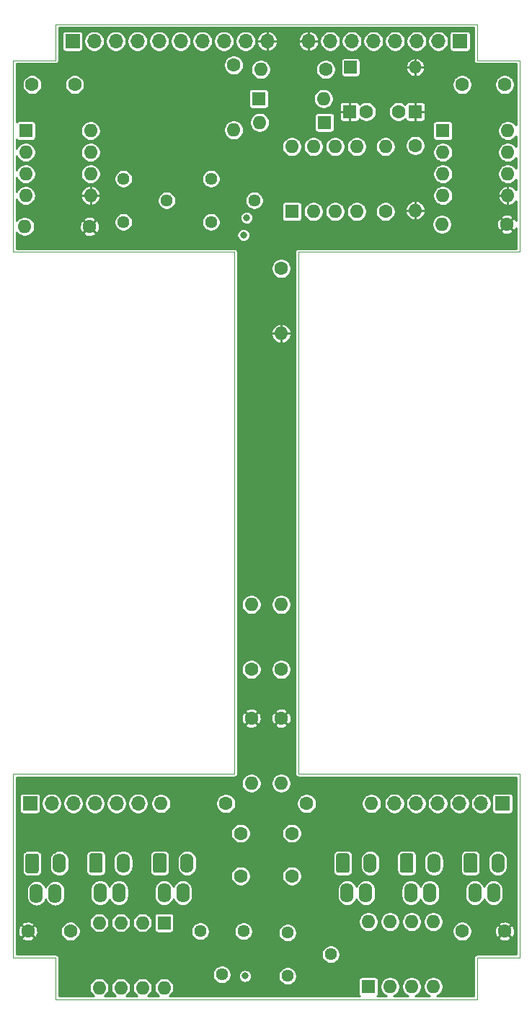
<source format=gbr>
%TF.GenerationSoftware,KiCad,Pcbnew,(5.1.7)-1*%
%TF.CreationDate,2021-10-21T20:27:42-07:00*%
%TF.ProjectId,AnalogBoard_Rev2,416e616c-6f67-4426-9f61-72645f526576,rev?*%
%TF.SameCoordinates,Original*%
%TF.FileFunction,Copper,L3,Inr*%
%TF.FilePolarity,Positive*%
%FSLAX46Y46*%
G04 Gerber Fmt 4.6, Leading zero omitted, Abs format (unit mm)*
G04 Created by KiCad (PCBNEW (5.1.7)-1) date 2021-10-21 20:27:42*
%MOMM*%
%LPD*%
G01*
G04 APERTURE LIST*
%TA.AperFunction,Profile*%
%ADD10C,0.050000*%
%TD*%
%TA.AperFunction,ComponentPad*%
%ADD11C,1.440000*%
%TD*%
%TA.AperFunction,ComponentPad*%
%ADD12O,1.700000X1.700000*%
%TD*%
%TA.AperFunction,ComponentPad*%
%ADD13R,1.700000X1.700000*%
%TD*%
%TA.AperFunction,ComponentPad*%
%ADD14O,1.570000X2.290000*%
%TD*%
%TA.AperFunction,ComponentPad*%
%ADD15O,1.600000X1.600000*%
%TD*%
%TA.AperFunction,ComponentPad*%
%ADD16R,1.600000X1.600000*%
%TD*%
%TA.AperFunction,ComponentPad*%
%ADD17C,1.600000*%
%TD*%
%TA.AperFunction,ComponentPad*%
%ADD18O,1.500000X1.500000*%
%TD*%
%TA.AperFunction,ComponentPad*%
%ADD19R,1.500000X1.500000*%
%TD*%
%TA.AperFunction,ViaPad*%
%ADD20C,0.800000*%
%TD*%
%TA.AperFunction,Conductor*%
%ADD21C,0.250000*%
%TD*%
%TA.AperFunction,Conductor*%
%ADD22C,0.100000*%
%TD*%
G04 APERTURE END LIST*
D10*
X143250000Y-148100000D02*
X148250000Y-148100000D01*
X143250000Y-153000000D02*
X143250000Y-148100000D01*
X93750000Y-148100000D02*
X88750000Y-148100000D01*
X93750000Y-153000000D02*
X93750000Y-148100000D01*
X143250000Y-42750000D02*
X143250000Y-38500000D01*
X148250000Y-42750000D02*
X143250000Y-42750000D01*
X93750000Y-42750000D02*
X93750000Y-38500000D01*
X88750000Y-42750000D02*
X93750000Y-42750000D01*
X148250000Y-148100000D02*
X148250000Y-126500000D01*
X88750000Y-148100000D02*
X88750000Y-126500000D01*
X122250000Y-126500000D02*
X148250000Y-126500000D01*
X122250000Y-65250000D02*
X148250000Y-65250000D01*
X88750000Y-126500000D02*
X114750000Y-126500000D01*
X88750000Y-65250000D02*
X114750000Y-65250000D01*
X114750000Y-126500000D02*
X114750000Y-65250000D01*
X122250000Y-126500000D02*
X122250000Y-65250000D01*
X148250000Y-42750000D02*
X148250000Y-65250000D01*
X88750000Y-65250000D02*
X88750000Y-42750000D01*
X143250000Y-153000000D02*
X93750000Y-153000000D01*
X93750000Y-38500000D02*
X143250000Y-38500000D01*
D11*
%TO.N,GNDD*%
%TO.C,RV4*%
X112014000Y-61722000D03*
%TO.N,/TRIM_2*%
X117094000Y-59182000D03*
%TO.N,+3V3*%
X112014000Y-56642000D03*
%TD*%
%TO.N,GNDD*%
%TO.C,RV3*%
X101727000Y-61722000D03*
%TO.N,/TRIM_1*%
X106807000Y-59182000D03*
%TO.N,+3V3*%
X101727000Y-56642000D03*
%TD*%
%TO.N,/LDRC_2*%
%TO.C,RV2*%
X121000000Y-150250000D03*
X126080000Y-147710000D03*
%TO.N,Net-(R13-Pad1)*%
X121000000Y-145170000D03*
%TD*%
%TO.N,/LDRA_2*%
%TO.C,RV1*%
X110750000Y-145000000D03*
X113290000Y-150080000D03*
%TO.N,Net-(R12-Pad1)*%
X115830000Y-145000000D03*
%TD*%
D12*
%TO.N,GND*%
%TO.C,J4*%
X123470000Y-40500000D03*
%TO.N,+9V*%
X126010000Y-40500000D03*
%TO.N,/TRIM_2*%
X128550000Y-40500000D03*
%TO.N,/TRIM_1*%
X131090000Y-40500000D03*
%TO.N,-9V*%
X133630000Y-40500000D03*
%TO.N,/CH2_EFF*%
X136170000Y-40500000D03*
%TO.N,/CH2_BYP*%
X138710000Y-40500000D03*
D13*
%TO.N,/IN2*%
X141250000Y-40500000D03*
%TD*%
D12*
%TO.N,/PWM_VOL2*%
%TO.C,J3*%
X133550000Y-130000000D03*
%TO.N,/PWM_VOL2_RTN*%
X136090000Y-130000000D03*
%TO.N,/PWM_4*%
X138630000Y-130000000D03*
%TO.N,/PWM_4_RTN*%
X141170000Y-130000000D03*
%TO.N,/PWM_3*%
X143710000Y-130000000D03*
D13*
%TO.N,/PWM_3_RTN*%
X146250000Y-130000000D03*
%TD*%
D12*
%TO.N,GND*%
%TO.C,J2*%
X118610000Y-40500000D03*
%TO.N,+3V3*%
X116070000Y-40500000D03*
%TO.N,/DIP1*%
X113530000Y-40500000D03*
%TO.N,/DIP2*%
X110990000Y-40500000D03*
%TO.N,/DIP3*%
X108450000Y-40500000D03*
%TO.N,/DIP4*%
X105910000Y-40500000D03*
%TO.N,GNDD*%
X103370000Y-40500000D03*
%TO.N,/CH1_EFF*%
X100830000Y-40500000D03*
%TO.N,/CH1_BYP*%
X98290000Y-40500000D03*
D13*
%TO.N,/IN1*%
X95750000Y-40500000D03*
%TD*%
D12*
%TO.N,/PWM_VOL1_RTN*%
%TO.C,J1*%
X103450000Y-130000000D03*
%TO.N,/PWM_VOL1*%
X100910000Y-130000000D03*
%TO.N,/PWM_2_RTN*%
X98370000Y-130000000D03*
%TO.N,/PWM_2*%
X95830000Y-130000000D03*
%TO.N,/PWM_1_RTN*%
X93290000Y-130000000D03*
D13*
%TO.N,/PWM_1*%
X90750000Y-130000000D03*
%TD*%
%TO.N,/PWM_4*%
%TO.C,U9*%
%TA.AperFunction,ComponentPad*%
G36*
G01*
X134464630Y-135855000D02*
X135535370Y-135855000D01*
G75*
G02*
X135785000Y-136104630I0J-249630D01*
G01*
X135785000Y-137895370D01*
G75*
G02*
X135535370Y-138145000I-249630J0D01*
G01*
X134464630Y-138145000D01*
G75*
G02*
X134215000Y-137895370I0J249630D01*
G01*
X134215000Y-136104630D01*
G75*
G02*
X134464630Y-135855000I249630J0D01*
G01*
G37*
%TD.AperFunction*%
D14*
%TO.N,/PWM_4_RTN*%
X138200000Y-137000000D03*
%TO.N,/LDRC_2*%
X137700000Y-140500000D03*
%TO.N,/LDRD_1*%
X135500000Y-140500000D03*
%TD*%
%TO.N,/PWM_3*%
%TO.C,U8*%
%TA.AperFunction,ComponentPad*%
G36*
G01*
X141964630Y-135855000D02*
X143035370Y-135855000D01*
G75*
G02*
X143285000Y-136104630I0J-249630D01*
G01*
X143285000Y-137895370D01*
G75*
G02*
X143035370Y-138145000I-249630J0D01*
G01*
X141964630Y-138145000D01*
G75*
G02*
X141715000Y-137895370I0J249630D01*
G01*
X141715000Y-136104630D01*
G75*
G02*
X141964630Y-135855000I249630J0D01*
G01*
G37*
%TD.AperFunction*%
%TO.N,/PWM_3_RTN*%
X145700000Y-137000000D03*
%TO.N,/LDRC_2*%
X145200000Y-140500000D03*
%TO.N,/LDRC_1*%
X143000000Y-140500000D03*
%TD*%
%TO.N,/PWM_2*%
%TO.C,U7*%
%TA.AperFunction,ComponentPad*%
G36*
G01*
X97964630Y-135855000D02*
X99035370Y-135855000D01*
G75*
G02*
X99285000Y-136104630I0J-249630D01*
G01*
X99285000Y-137895370D01*
G75*
G02*
X99035370Y-138145000I-249630J0D01*
G01*
X97964630Y-138145000D01*
G75*
G02*
X97715000Y-137895370I0J249630D01*
G01*
X97715000Y-136104630D01*
G75*
G02*
X97964630Y-135855000I249630J0D01*
G01*
G37*
%TD.AperFunction*%
%TO.N,/PWM_2_RTN*%
X101700000Y-137000000D03*
%TO.N,/LDRA_2*%
X101200000Y-140500000D03*
%TO.N,/LDRB_1*%
X99000000Y-140500000D03*
%TD*%
%TO.N,/PWM_1*%
%TO.C,U6*%
%TA.AperFunction,ComponentPad*%
G36*
G01*
X90464630Y-135888000D02*
X91535370Y-135888000D01*
G75*
G02*
X91785000Y-136137630I0J-249630D01*
G01*
X91785000Y-137928370D01*
G75*
G02*
X91535370Y-138178000I-249630J0D01*
G01*
X90464630Y-138178000D01*
G75*
G02*
X90215000Y-137928370I0J249630D01*
G01*
X90215000Y-136137630D01*
G75*
G02*
X90464630Y-135888000I249630J0D01*
G01*
G37*
%TD.AperFunction*%
%TO.N,/PWM_1_RTN*%
X94200000Y-137033000D03*
%TO.N,/LDRA_2*%
X93700000Y-140533000D03*
%TO.N,/LDRA_1*%
X91500000Y-140533000D03*
%TD*%
%TO.N,/PWM_VOL2*%
%TO.C,U13*%
%TA.AperFunction,ComponentPad*%
G36*
G01*
X126964630Y-135855000D02*
X128035370Y-135855000D01*
G75*
G02*
X128285000Y-136104630I0J-249630D01*
G01*
X128285000Y-137895370D01*
G75*
G02*
X128035370Y-138145000I-249630J0D01*
G01*
X126964630Y-138145000D01*
G75*
G02*
X126715000Y-137895370I0J249630D01*
G01*
X126715000Y-136104630D01*
G75*
G02*
X126964630Y-135855000I249630J0D01*
G01*
G37*
%TD.AperFunction*%
%TO.N,/PWM_VOL2_RTN*%
X130700000Y-137000000D03*
%TO.N,Net-(R13-Pad1)*%
X130200000Y-140500000D03*
%TO.N,/LDRC_2*%
X128000000Y-140500000D03*
%TD*%
%TO.N,/PWM_VOL1*%
%TO.C,U12*%
%TA.AperFunction,ComponentPad*%
G36*
G01*
X105464630Y-135855000D02*
X106535370Y-135855000D01*
G75*
G02*
X106785000Y-136104630I0J-249630D01*
G01*
X106785000Y-137895370D01*
G75*
G02*
X106535370Y-138145000I-249630J0D01*
G01*
X105464630Y-138145000D01*
G75*
G02*
X105215000Y-137895370I0J249630D01*
G01*
X105215000Y-136104630D01*
G75*
G02*
X105464630Y-135855000I249630J0D01*
G01*
G37*
%TD.AperFunction*%
%TO.N,/PWM_VOL1_RTN*%
X109200000Y-137000000D03*
%TO.N,Net-(R12-Pad1)*%
X108700000Y-140500000D03*
%TO.N,/LDRA_2*%
X106500000Y-140500000D03*
%TD*%
D15*
%TO.N,+9V*%
%TO.C,U5*%
X121500000Y-52880000D03*
%TO.N,-9V*%
X129120000Y-60500000D03*
%TO.N,Net-(R11-Pad1)*%
X124040000Y-52880000D03*
%TO.N,/CH1_BYP*%
X126580000Y-60500000D03*
%TO.N,Net-(R11-Pad1)*%
X126580000Y-52880000D03*
%TO.N,Net-(D2-Pad2)*%
X124040000Y-60500000D03*
%TO.N,Net-(C10-Pad2)*%
X129120000Y-52880000D03*
D16*
%TO.N,Net-(D2-Pad1)*%
X121500000Y-60500000D03*
%TD*%
D15*
%TO.N,+9V*%
%TO.C,U4*%
X130500000Y-143880000D03*
%TO.N,-9V*%
X138120000Y-151500000D03*
%TO.N,/LDRD_1*%
X133040000Y-143880000D03*
%TO.N,Net-(C8-Pad2)*%
X135580000Y-151500000D03*
%TO.N,/LDRD_1*%
X135580000Y-143880000D03*
%TO.N,/LDRC_1*%
X133040000Y-151500000D03*
%TO.N,Net-(C5-Pad1)*%
X138120000Y-143880000D03*
D16*
%TO.N,/LDRC_1*%
X130500000Y-151500000D03*
%TD*%
D15*
%TO.N,+9V*%
%TO.C,U3*%
X106500000Y-151620000D03*
%TO.N,-9V*%
X98880000Y-144000000D03*
%TO.N,/LDRB_1*%
X103960000Y-151620000D03*
%TO.N,Net-(C7-Pad2)*%
X101420000Y-144000000D03*
%TO.N,/LDRB_1*%
X101420000Y-151620000D03*
%TO.N,/LDRA_1*%
X103960000Y-144000000D03*
%TO.N,Net-(C4-Pad1)*%
X98880000Y-151620000D03*
D16*
%TO.N,/LDRA_1*%
X106500000Y-144000000D03*
%TD*%
D15*
%TO.N,+9V*%
%TO.C,U2*%
X146870000Y-51000000D03*
%TO.N,-9V*%
X139250000Y-58620000D03*
%TO.N,/CH2_EFF*%
X146870000Y-53540000D03*
%TO.N,Net-(C2-Pad1)*%
X139250000Y-56080000D03*
%TO.N,/LDRC_2*%
X146870000Y-56080000D03*
%TO.N,/CH2_BYP*%
X139250000Y-53540000D03*
%TO.N,GND*%
X146870000Y-58620000D03*
D16*
%TO.N,/CH2_BYP*%
X139250000Y-51000000D03*
%TD*%
D15*
%TO.N,+9V*%
%TO.C,U1*%
X97870000Y-51000000D03*
%TO.N,-9V*%
X90250000Y-58620000D03*
%TO.N,/CH1_EFF*%
X97870000Y-53540000D03*
%TO.N,Net-(C1-Pad1)*%
X90250000Y-56080000D03*
%TO.N,/LDRA_2*%
X97870000Y-56080000D03*
%TO.N,/CH1_BYP*%
X90250000Y-53540000D03*
%TO.N,GND*%
X97870000Y-58620000D03*
D16*
%TO.N,/CH1_BYP*%
X90250000Y-51000000D03*
%TD*%
D15*
%TO.N,/CH2_EFF*%
%TO.C,R13*%
X120250000Y-106630000D03*
D17*
%TO.N,Net-(R13-Pad1)*%
X120250000Y-114250000D03*
%TD*%
D15*
%TO.N,/CH1_EFF*%
%TO.C,R12*%
X116750000Y-106630000D03*
D17*
%TO.N,Net-(R12-Pad1)*%
X116750000Y-114250000D03*
%TD*%
D15*
%TO.N,/ENV_OUT*%
%TO.C,R11*%
X117856000Y-43815000D03*
D17*
%TO.N,Net-(R11-Pad1)*%
X125476000Y-43815000D03*
%TD*%
D15*
%TO.N,GND*%
%TO.C,R10*%
X136000000Y-60370000D03*
D17*
%TO.N,Net-(C10-Pad2)*%
X136000000Y-52750000D03*
%TD*%
D15*
%TO.N,Net-(C10-Pad2)*%
%TO.C,R9*%
X132500000Y-52880000D03*
D17*
%TO.N,Net-(D3-Pad1)*%
X132500000Y-60500000D03*
%TD*%
D15*
%TO.N,Net-(D3-Pad1)*%
%TO.C,R8*%
X114681000Y-50927000D03*
D17*
%TO.N,Net-(D2-Pad2)*%
X114681000Y-43307000D03*
%TD*%
D15*
%TO.N,Net-(C5-Pad1)*%
%TO.C,R7*%
X120250000Y-127620000D03*
D17*
%TO.N,GND*%
X120250000Y-120000000D03*
%TD*%
D15*
%TO.N,Net-(C4-Pad1)*%
%TO.C,R6*%
X116750000Y-127620000D03*
D17*
%TO.N,GND*%
X116750000Y-120000000D03*
%TD*%
D15*
%TO.N,GND*%
%TO.C,R5*%
X120250000Y-74803000D03*
D17*
%TO.N,Net-(D2-Pad2)*%
X120250000Y-67183000D03*
%TD*%
D15*
%TO.N,Net-(C8-Pad2)*%
%TO.C,R4*%
X130870000Y-130000000D03*
D17*
%TO.N,/CH2_BYP*%
X123250000Y-130000000D03*
%TD*%
D15*
%TO.N,Net-(C7-Pad2)*%
%TO.C,R3*%
X106130000Y-130000000D03*
D17*
%TO.N,/CH1_BYP*%
X113750000Y-130000000D03*
%TD*%
D15*
%TO.N,Net-(C2-Pad1)*%
%TO.C,R2*%
X139130000Y-62000000D03*
D17*
%TO.N,GND*%
X146750000Y-62000000D03*
%TD*%
D15*
%TO.N,Net-(C1-Pad1)*%
%TO.C,R1*%
X90130000Y-62250000D03*
D17*
%TO.N,GND*%
X97750000Y-62250000D03*
%TD*%
D18*
%TO.N,GND*%
%TO.C,D4*%
X136017000Y-43561000D03*
D19*
%TO.N,/ENV_OUT*%
X128397000Y-43561000D03*
%TD*%
D15*
%TO.N,Net-(D2-Pad1)*%
%TO.C,D3*%
X117729000Y-50038000D03*
D16*
%TO.N,Net-(D3-Pad1)*%
X125349000Y-50038000D03*
%TD*%
D15*
%TO.N,Net-(D2-Pad2)*%
%TO.C,D2*%
X125222000Y-47244000D03*
D16*
%TO.N,Net-(D2-Pad1)*%
X117602000Y-47244000D03*
%TD*%
D17*
%TO.N,/ENV_OUT*%
%TO.C,C11*%
X130270000Y-48768000D03*
D16*
%TO.N,GND*%
X128270000Y-48768000D03*
%TD*%
D17*
%TO.N,Net-(C10-Pad2)*%
%TO.C,C10*%
X134017000Y-48768000D03*
D16*
%TO.N,GND*%
X136017000Y-48768000D03*
%TD*%
D17*
%TO.N,Net-(C8-Pad2)*%
%TO.C,C8*%
X141500000Y-145000000D03*
%TO.N,GND*%
X146500000Y-145000000D03*
%TD*%
%TO.N,Net-(C7-Pad2)*%
%TO.C,C7*%
X95500000Y-145000000D03*
%TO.N,GND*%
X90500000Y-145000000D03*
%TD*%
%TO.N,/CH2_BYP*%
%TO.C,C5*%
X121500000Y-138500000D03*
%TO.N,Net-(C5-Pad1)*%
X121500000Y-133500000D03*
%TD*%
%TO.N,/CH1_BYP*%
%TO.C,C4*%
X115500000Y-133500000D03*
%TO.N,Net-(C4-Pad1)*%
X115500000Y-138500000D03*
%TD*%
%TO.N,/IN2*%
%TO.C,C2*%
X146500000Y-45600000D03*
%TO.N,Net-(C2-Pad1)*%
X141500000Y-45600000D03*
%TD*%
%TO.N,/IN1*%
%TO.C,C1*%
X91000000Y-45600000D03*
%TO.N,Net-(C1-Pad1)*%
X96000000Y-45600000D03*
%TD*%
D20*
%TO.N,GND*%
X108500000Y-147000000D03*
X97000000Y-147750000D03*
X128500000Y-148500000D03*
X140000000Y-146750000D03*
X142212500Y-53462500D03*
X132212500Y-55712500D03*
X124212500Y-57787500D03*
X93250000Y-53000000D03*
%TO.N,/CH1_BYP*%
X116205000Y-61214000D03*
X115824000Y-63246000D03*
%TO.N,/LDRA_2*%
X116000002Y-150250000D03*
%TD*%
D21*
%TO.N,GND*%
X142846000Y-42730160D02*
X142844046Y-42750000D01*
X142851846Y-42829198D01*
X142874947Y-42905352D01*
X142912462Y-42975536D01*
X142962947Y-43037053D01*
X143024464Y-43087538D01*
X143094648Y-43125053D01*
X143170802Y-43148154D01*
X143250000Y-43155954D01*
X143269840Y-43154000D01*
X147846000Y-43154000D01*
X147846000Y-50338543D01*
X147785789Y-50248431D01*
X147621569Y-50084211D01*
X147428466Y-49955183D01*
X147213902Y-49866308D01*
X146986121Y-49821000D01*
X146753879Y-49821000D01*
X146526098Y-49866308D01*
X146311534Y-49955183D01*
X146118431Y-50084211D01*
X145954211Y-50248431D01*
X145825183Y-50441534D01*
X145736308Y-50656098D01*
X145691000Y-50883879D01*
X145691000Y-51116121D01*
X145736308Y-51343902D01*
X145825183Y-51558466D01*
X145954211Y-51751569D01*
X146118431Y-51915789D01*
X146311534Y-52044817D01*
X146526098Y-52133692D01*
X146753879Y-52179000D01*
X146986121Y-52179000D01*
X147213902Y-52133692D01*
X147428466Y-52044817D01*
X147621569Y-51915789D01*
X147785789Y-51751569D01*
X147846000Y-51661457D01*
X147846000Y-52878543D01*
X147785789Y-52788431D01*
X147621569Y-52624211D01*
X147428466Y-52495183D01*
X147213902Y-52406308D01*
X146986121Y-52361000D01*
X146753879Y-52361000D01*
X146526098Y-52406308D01*
X146311534Y-52495183D01*
X146118431Y-52624211D01*
X145954211Y-52788431D01*
X145825183Y-52981534D01*
X145736308Y-53196098D01*
X145691000Y-53423879D01*
X145691000Y-53656121D01*
X145736308Y-53883902D01*
X145825183Y-54098466D01*
X145954211Y-54291569D01*
X146118431Y-54455789D01*
X146311534Y-54584817D01*
X146526098Y-54673692D01*
X146753879Y-54719000D01*
X146986121Y-54719000D01*
X147213902Y-54673692D01*
X147428466Y-54584817D01*
X147621569Y-54455789D01*
X147785789Y-54291569D01*
X147846001Y-54201457D01*
X147846001Y-55418543D01*
X147785789Y-55328431D01*
X147621569Y-55164211D01*
X147428466Y-55035183D01*
X147213902Y-54946308D01*
X146986121Y-54901000D01*
X146753879Y-54901000D01*
X146526098Y-54946308D01*
X146311534Y-55035183D01*
X146118431Y-55164211D01*
X145954211Y-55328431D01*
X145825183Y-55521534D01*
X145736308Y-55736098D01*
X145691000Y-55963879D01*
X145691000Y-56196121D01*
X145736308Y-56423902D01*
X145825183Y-56638466D01*
X145954211Y-56831569D01*
X146118431Y-56995789D01*
X146311534Y-57124817D01*
X146526098Y-57213692D01*
X146753879Y-57259000D01*
X146986121Y-57259000D01*
X147213902Y-57213692D01*
X147428466Y-57124817D01*
X147621569Y-56995789D01*
X147785789Y-56831569D01*
X147846001Y-56741456D01*
X147846001Y-57964582D01*
X147825005Y-57928620D01*
X147671773Y-57755592D01*
X147487729Y-57615783D01*
X147279947Y-57514566D01*
X147056411Y-57455830D01*
X146872000Y-57535752D01*
X146872000Y-58618000D01*
X146892000Y-58618000D01*
X146892000Y-58622000D01*
X146872000Y-58622000D01*
X146872000Y-59704248D01*
X147056411Y-59784170D01*
X147279947Y-59725434D01*
X147487729Y-59624217D01*
X147671773Y-59484408D01*
X147825005Y-59311380D01*
X147846001Y-59275418D01*
X147846001Y-61557727D01*
X147759080Y-61379291D01*
X147709620Y-61305268D01*
X147522127Y-61230701D01*
X146752828Y-62000000D01*
X147522127Y-62769299D01*
X147709620Y-62694732D01*
X147826716Y-62494171D01*
X147846001Y-62438254D01*
X147846001Y-64846000D01*
X122269840Y-64846000D01*
X122250000Y-64844046D01*
X122230160Y-64846000D01*
X122170802Y-64851846D01*
X122094648Y-64874947D01*
X122024464Y-64912462D01*
X121962947Y-64962947D01*
X121912462Y-65024464D01*
X121874947Y-65094648D01*
X121851846Y-65170802D01*
X121844046Y-65250000D01*
X121846001Y-65269850D01*
X121846000Y-126480160D01*
X121844046Y-126500000D01*
X121851846Y-126579198D01*
X121874947Y-126655352D01*
X121912462Y-126725536D01*
X121962947Y-126787053D01*
X122024464Y-126837538D01*
X122094648Y-126875053D01*
X122170802Y-126898154D01*
X122250000Y-126905954D01*
X122269840Y-126904000D01*
X147846001Y-126904000D01*
X147846000Y-147696000D01*
X143269840Y-147696000D01*
X143250000Y-147694046D01*
X143230160Y-147696000D01*
X143170802Y-147701846D01*
X143094648Y-147724947D01*
X143024464Y-147762462D01*
X142962947Y-147812947D01*
X142912462Y-147874464D01*
X142874947Y-147944648D01*
X142851846Y-148020802D01*
X142844046Y-148100000D01*
X142846001Y-148119850D01*
X142846000Y-152596000D01*
X138554899Y-152596000D01*
X138678466Y-152544817D01*
X138871569Y-152415789D01*
X139035789Y-152251569D01*
X139164817Y-152058466D01*
X139253692Y-151843902D01*
X139299000Y-151616121D01*
X139299000Y-151383879D01*
X139253692Y-151156098D01*
X139164817Y-150941534D01*
X139035789Y-150748431D01*
X138871569Y-150584211D01*
X138678466Y-150455183D01*
X138463902Y-150366308D01*
X138236121Y-150321000D01*
X138003879Y-150321000D01*
X137776098Y-150366308D01*
X137561534Y-150455183D01*
X137368431Y-150584211D01*
X137204211Y-150748431D01*
X137075183Y-150941534D01*
X136986308Y-151156098D01*
X136941000Y-151383879D01*
X136941000Y-151616121D01*
X136986308Y-151843902D01*
X137075183Y-152058466D01*
X137204211Y-152251569D01*
X137368431Y-152415789D01*
X137561534Y-152544817D01*
X137685101Y-152596000D01*
X136014899Y-152596000D01*
X136138466Y-152544817D01*
X136331569Y-152415789D01*
X136495789Y-152251569D01*
X136624817Y-152058466D01*
X136713692Y-151843902D01*
X136759000Y-151616121D01*
X136759000Y-151383879D01*
X136713692Y-151156098D01*
X136624817Y-150941534D01*
X136495789Y-150748431D01*
X136331569Y-150584211D01*
X136138466Y-150455183D01*
X135923902Y-150366308D01*
X135696121Y-150321000D01*
X135463879Y-150321000D01*
X135236098Y-150366308D01*
X135021534Y-150455183D01*
X134828431Y-150584211D01*
X134664211Y-150748431D01*
X134535183Y-150941534D01*
X134446308Y-151156098D01*
X134401000Y-151383879D01*
X134401000Y-151616121D01*
X134446308Y-151843902D01*
X134535183Y-152058466D01*
X134664211Y-152251569D01*
X134828431Y-152415789D01*
X135021534Y-152544817D01*
X135145101Y-152596000D01*
X133474899Y-152596000D01*
X133598466Y-152544817D01*
X133791569Y-152415789D01*
X133955789Y-152251569D01*
X134084817Y-152058466D01*
X134173692Y-151843902D01*
X134219000Y-151616121D01*
X134219000Y-151383879D01*
X134173692Y-151156098D01*
X134084817Y-150941534D01*
X133955789Y-150748431D01*
X133791569Y-150584211D01*
X133598466Y-150455183D01*
X133383902Y-150366308D01*
X133156121Y-150321000D01*
X132923879Y-150321000D01*
X132696098Y-150366308D01*
X132481534Y-150455183D01*
X132288431Y-150584211D01*
X132124211Y-150748431D01*
X131995183Y-150941534D01*
X131906308Y-151156098D01*
X131861000Y-151383879D01*
X131861000Y-151616121D01*
X131906308Y-151843902D01*
X131995183Y-152058466D01*
X132124211Y-152251569D01*
X132288431Y-152415789D01*
X132481534Y-152544817D01*
X132605101Y-152596000D01*
X131536743Y-152596000D01*
X131569290Y-152569290D01*
X131616651Y-152511579D01*
X131651844Y-152445738D01*
X131673515Y-152374297D01*
X131680833Y-152300000D01*
X131680833Y-150700000D01*
X131673515Y-150625703D01*
X131651844Y-150554262D01*
X131616651Y-150488421D01*
X131569290Y-150430710D01*
X131511579Y-150383349D01*
X131445738Y-150348156D01*
X131374297Y-150326485D01*
X131300000Y-150319167D01*
X129700000Y-150319167D01*
X129625703Y-150326485D01*
X129554262Y-150348156D01*
X129488421Y-150383349D01*
X129430710Y-150430710D01*
X129383349Y-150488421D01*
X129348156Y-150554262D01*
X129326485Y-150625703D01*
X129319167Y-150700000D01*
X129319167Y-152300000D01*
X129326485Y-152374297D01*
X129348156Y-152445738D01*
X129383349Y-152511579D01*
X129430710Y-152569290D01*
X129463257Y-152596000D01*
X107161457Y-152596000D01*
X107251569Y-152535789D01*
X107415789Y-152371569D01*
X107544817Y-152178466D01*
X107633692Y-151963902D01*
X107679000Y-151736121D01*
X107679000Y-151503879D01*
X107633692Y-151276098D01*
X107544817Y-151061534D01*
X107415789Y-150868431D01*
X107251569Y-150704211D01*
X107058466Y-150575183D01*
X106843902Y-150486308D01*
X106616121Y-150441000D01*
X106383879Y-150441000D01*
X106156098Y-150486308D01*
X105941534Y-150575183D01*
X105748431Y-150704211D01*
X105584211Y-150868431D01*
X105455183Y-151061534D01*
X105366308Y-151276098D01*
X105321000Y-151503879D01*
X105321000Y-151736121D01*
X105366308Y-151963902D01*
X105455183Y-152178466D01*
X105584211Y-152371569D01*
X105748431Y-152535789D01*
X105838543Y-152596000D01*
X104621457Y-152596000D01*
X104711569Y-152535789D01*
X104875789Y-152371569D01*
X105004817Y-152178466D01*
X105093692Y-151963902D01*
X105139000Y-151736121D01*
X105139000Y-151503879D01*
X105093692Y-151276098D01*
X105004817Y-151061534D01*
X104875789Y-150868431D01*
X104711569Y-150704211D01*
X104518466Y-150575183D01*
X104303902Y-150486308D01*
X104076121Y-150441000D01*
X103843879Y-150441000D01*
X103616098Y-150486308D01*
X103401534Y-150575183D01*
X103208431Y-150704211D01*
X103044211Y-150868431D01*
X102915183Y-151061534D01*
X102826308Y-151276098D01*
X102781000Y-151503879D01*
X102781000Y-151736121D01*
X102826308Y-151963902D01*
X102915183Y-152178466D01*
X103044211Y-152371569D01*
X103208431Y-152535789D01*
X103298543Y-152596000D01*
X102081457Y-152596000D01*
X102171569Y-152535789D01*
X102335789Y-152371569D01*
X102464817Y-152178466D01*
X102553692Y-151963902D01*
X102599000Y-151736121D01*
X102599000Y-151503879D01*
X102553692Y-151276098D01*
X102464817Y-151061534D01*
X102335789Y-150868431D01*
X102171569Y-150704211D01*
X101978466Y-150575183D01*
X101763902Y-150486308D01*
X101536121Y-150441000D01*
X101303879Y-150441000D01*
X101076098Y-150486308D01*
X100861534Y-150575183D01*
X100668431Y-150704211D01*
X100504211Y-150868431D01*
X100375183Y-151061534D01*
X100286308Y-151276098D01*
X100241000Y-151503879D01*
X100241000Y-151736121D01*
X100286308Y-151963902D01*
X100375183Y-152178466D01*
X100504211Y-152371569D01*
X100668431Y-152535789D01*
X100758543Y-152596000D01*
X99541457Y-152596000D01*
X99631569Y-152535789D01*
X99795789Y-152371569D01*
X99924817Y-152178466D01*
X100013692Y-151963902D01*
X100059000Y-151736121D01*
X100059000Y-151503879D01*
X100013692Y-151276098D01*
X99924817Y-151061534D01*
X99795789Y-150868431D01*
X99631569Y-150704211D01*
X99438466Y-150575183D01*
X99223902Y-150486308D01*
X98996121Y-150441000D01*
X98763879Y-150441000D01*
X98536098Y-150486308D01*
X98321534Y-150575183D01*
X98128431Y-150704211D01*
X97964211Y-150868431D01*
X97835183Y-151061534D01*
X97746308Y-151276098D01*
X97701000Y-151503879D01*
X97701000Y-151736121D01*
X97746308Y-151963902D01*
X97835183Y-152178466D01*
X97964211Y-152371569D01*
X98128431Y-152535789D01*
X98218543Y-152596000D01*
X94154000Y-152596000D01*
X94154000Y-149971758D01*
X112191000Y-149971758D01*
X112191000Y-150188242D01*
X112233234Y-150400567D01*
X112316078Y-150600572D01*
X112436351Y-150780572D01*
X112589428Y-150933649D01*
X112769428Y-151053922D01*
X112969433Y-151136766D01*
X113181758Y-151179000D01*
X113398242Y-151179000D01*
X113610567Y-151136766D01*
X113810572Y-151053922D01*
X113990572Y-150933649D01*
X114143649Y-150780572D01*
X114263922Y-150600572D01*
X114346766Y-150400567D01*
X114389000Y-150188242D01*
X114389000Y-150173275D01*
X115221002Y-150173275D01*
X115221002Y-150326725D01*
X115250939Y-150477226D01*
X115309661Y-150618995D01*
X115394913Y-150746583D01*
X115503419Y-150855089D01*
X115631007Y-150940341D01*
X115772776Y-150999063D01*
X115923277Y-151029000D01*
X116076727Y-151029000D01*
X116227228Y-150999063D01*
X116368997Y-150940341D01*
X116496585Y-150855089D01*
X116605091Y-150746583D01*
X116690343Y-150618995D01*
X116749065Y-150477226D01*
X116779002Y-150326725D01*
X116779002Y-150173275D01*
X116772733Y-150141758D01*
X119901000Y-150141758D01*
X119901000Y-150358242D01*
X119943234Y-150570567D01*
X120026078Y-150770572D01*
X120146351Y-150950572D01*
X120299428Y-151103649D01*
X120479428Y-151223922D01*
X120679433Y-151306766D01*
X120891758Y-151349000D01*
X121108242Y-151349000D01*
X121320567Y-151306766D01*
X121520572Y-151223922D01*
X121700572Y-151103649D01*
X121853649Y-150950572D01*
X121973922Y-150770572D01*
X122056766Y-150570567D01*
X122099000Y-150358242D01*
X122099000Y-150141758D01*
X122056766Y-149929433D01*
X121973922Y-149729428D01*
X121853649Y-149549428D01*
X121700572Y-149396351D01*
X121520572Y-149276078D01*
X121320567Y-149193234D01*
X121108242Y-149151000D01*
X120891758Y-149151000D01*
X120679433Y-149193234D01*
X120479428Y-149276078D01*
X120299428Y-149396351D01*
X120146351Y-149549428D01*
X120026078Y-149729428D01*
X119943234Y-149929433D01*
X119901000Y-150141758D01*
X116772733Y-150141758D01*
X116749065Y-150022774D01*
X116690343Y-149881005D01*
X116605091Y-149753417D01*
X116496585Y-149644911D01*
X116368997Y-149559659D01*
X116227228Y-149500937D01*
X116076727Y-149471000D01*
X115923277Y-149471000D01*
X115772776Y-149500937D01*
X115631007Y-149559659D01*
X115503419Y-149644911D01*
X115394913Y-149753417D01*
X115309661Y-149881005D01*
X115250939Y-150022774D01*
X115221002Y-150173275D01*
X114389000Y-150173275D01*
X114389000Y-149971758D01*
X114346766Y-149759433D01*
X114263922Y-149559428D01*
X114143649Y-149379428D01*
X113990572Y-149226351D01*
X113810572Y-149106078D01*
X113610567Y-149023234D01*
X113398242Y-148981000D01*
X113181758Y-148981000D01*
X112969433Y-149023234D01*
X112769428Y-149106078D01*
X112589428Y-149226351D01*
X112436351Y-149379428D01*
X112316078Y-149559428D01*
X112233234Y-149759433D01*
X112191000Y-149971758D01*
X94154000Y-149971758D01*
X94154000Y-148119839D01*
X94155954Y-148100000D01*
X94148154Y-148020802D01*
X94125053Y-147944648D01*
X94087538Y-147874464D01*
X94037053Y-147812947D01*
X93975536Y-147762462D01*
X93905352Y-147724947D01*
X93829198Y-147701846D01*
X93769840Y-147696000D01*
X93750000Y-147694046D01*
X93730160Y-147696000D01*
X89154000Y-147696000D01*
X89154000Y-147601758D01*
X124981000Y-147601758D01*
X124981000Y-147818242D01*
X125023234Y-148030567D01*
X125106078Y-148230572D01*
X125226351Y-148410572D01*
X125379428Y-148563649D01*
X125559428Y-148683922D01*
X125759433Y-148766766D01*
X125971758Y-148809000D01*
X126188242Y-148809000D01*
X126400567Y-148766766D01*
X126600572Y-148683922D01*
X126780572Y-148563649D01*
X126933649Y-148410572D01*
X127053922Y-148230572D01*
X127136766Y-148030567D01*
X127179000Y-147818242D01*
X127179000Y-147601758D01*
X127136766Y-147389433D01*
X127053922Y-147189428D01*
X126933649Y-147009428D01*
X126780572Y-146856351D01*
X126600572Y-146736078D01*
X126400567Y-146653234D01*
X126188242Y-146611000D01*
X125971758Y-146611000D01*
X125759433Y-146653234D01*
X125559428Y-146736078D01*
X125379428Y-146856351D01*
X125226351Y-147009428D01*
X125106078Y-147189428D01*
X125023234Y-147389433D01*
X124981000Y-147601758D01*
X89154000Y-147601758D01*
X89154000Y-145772127D01*
X89730701Y-145772127D01*
X89805268Y-145959620D01*
X90005829Y-146076716D01*
X90225381Y-146152436D01*
X90455487Y-146183867D01*
X90687303Y-146169804D01*
X90911921Y-146110786D01*
X91120709Y-146009080D01*
X91194732Y-145959620D01*
X91269299Y-145772127D01*
X90500000Y-145002828D01*
X89730701Y-145772127D01*
X89154000Y-145772127D01*
X89154000Y-144955487D01*
X89316133Y-144955487D01*
X89330196Y-145187303D01*
X89389214Y-145411921D01*
X89490920Y-145620709D01*
X89540380Y-145694732D01*
X89727873Y-145769299D01*
X90497172Y-145000000D01*
X90502828Y-145000000D01*
X91272127Y-145769299D01*
X91459620Y-145694732D01*
X91576716Y-145494171D01*
X91652436Y-145274619D01*
X91683867Y-145044513D01*
X91674123Y-144883879D01*
X94321000Y-144883879D01*
X94321000Y-145116121D01*
X94366308Y-145343902D01*
X94455183Y-145558466D01*
X94584211Y-145751569D01*
X94748431Y-145915789D01*
X94941534Y-146044817D01*
X95156098Y-146133692D01*
X95383879Y-146179000D01*
X95616121Y-146179000D01*
X95843902Y-146133692D01*
X96058466Y-146044817D01*
X96251569Y-145915789D01*
X96415789Y-145751569D01*
X96544817Y-145558466D01*
X96633692Y-145343902D01*
X96679000Y-145116121D01*
X96679000Y-144883879D01*
X96633692Y-144656098D01*
X96544817Y-144441534D01*
X96415789Y-144248431D01*
X96251569Y-144084211D01*
X96058466Y-143955183D01*
X95886323Y-143883879D01*
X97701000Y-143883879D01*
X97701000Y-144116121D01*
X97746308Y-144343902D01*
X97835183Y-144558466D01*
X97964211Y-144751569D01*
X98128431Y-144915789D01*
X98321534Y-145044817D01*
X98536098Y-145133692D01*
X98763879Y-145179000D01*
X98996121Y-145179000D01*
X99223902Y-145133692D01*
X99438466Y-145044817D01*
X99631569Y-144915789D01*
X99795789Y-144751569D01*
X99924817Y-144558466D01*
X100013692Y-144343902D01*
X100059000Y-144116121D01*
X100059000Y-143883879D01*
X100241000Y-143883879D01*
X100241000Y-144116121D01*
X100286308Y-144343902D01*
X100375183Y-144558466D01*
X100504211Y-144751569D01*
X100668431Y-144915789D01*
X100861534Y-145044817D01*
X101076098Y-145133692D01*
X101303879Y-145179000D01*
X101536121Y-145179000D01*
X101763902Y-145133692D01*
X101978466Y-145044817D01*
X102171569Y-144915789D01*
X102335789Y-144751569D01*
X102464817Y-144558466D01*
X102553692Y-144343902D01*
X102599000Y-144116121D01*
X102599000Y-143883879D01*
X102781000Y-143883879D01*
X102781000Y-144116121D01*
X102826308Y-144343902D01*
X102915183Y-144558466D01*
X103044211Y-144751569D01*
X103208431Y-144915789D01*
X103401534Y-145044817D01*
X103616098Y-145133692D01*
X103843879Y-145179000D01*
X104076121Y-145179000D01*
X104303902Y-145133692D01*
X104518466Y-145044817D01*
X104711569Y-144915789D01*
X104875789Y-144751569D01*
X105004817Y-144558466D01*
X105093692Y-144343902D01*
X105139000Y-144116121D01*
X105139000Y-143883879D01*
X105093692Y-143656098D01*
X105004817Y-143441534D01*
X104875789Y-143248431D01*
X104827358Y-143200000D01*
X105319167Y-143200000D01*
X105319167Y-144800000D01*
X105326485Y-144874297D01*
X105348156Y-144945738D01*
X105383349Y-145011579D01*
X105430710Y-145069290D01*
X105488421Y-145116651D01*
X105554262Y-145151844D01*
X105625703Y-145173515D01*
X105700000Y-145180833D01*
X107300000Y-145180833D01*
X107374297Y-145173515D01*
X107445738Y-145151844D01*
X107511579Y-145116651D01*
X107569290Y-145069290D01*
X107616651Y-145011579D01*
X107651844Y-144945738D01*
X107668218Y-144891758D01*
X109651000Y-144891758D01*
X109651000Y-145108242D01*
X109693234Y-145320567D01*
X109776078Y-145520572D01*
X109896351Y-145700572D01*
X110049428Y-145853649D01*
X110229428Y-145973922D01*
X110429433Y-146056766D01*
X110641758Y-146099000D01*
X110858242Y-146099000D01*
X111070567Y-146056766D01*
X111270572Y-145973922D01*
X111450572Y-145853649D01*
X111603649Y-145700572D01*
X111723922Y-145520572D01*
X111806766Y-145320567D01*
X111849000Y-145108242D01*
X111849000Y-144891758D01*
X114731000Y-144891758D01*
X114731000Y-145108242D01*
X114773234Y-145320567D01*
X114856078Y-145520572D01*
X114976351Y-145700572D01*
X115129428Y-145853649D01*
X115309428Y-145973922D01*
X115509433Y-146056766D01*
X115721758Y-146099000D01*
X115938242Y-146099000D01*
X116150567Y-146056766D01*
X116350572Y-145973922D01*
X116530572Y-145853649D01*
X116683649Y-145700572D01*
X116803922Y-145520572D01*
X116886766Y-145320567D01*
X116929000Y-145108242D01*
X116929000Y-145061758D01*
X119901000Y-145061758D01*
X119901000Y-145278242D01*
X119943234Y-145490567D01*
X120026078Y-145690572D01*
X120146351Y-145870572D01*
X120299428Y-146023649D01*
X120479428Y-146143922D01*
X120679433Y-146226766D01*
X120891758Y-146269000D01*
X121108242Y-146269000D01*
X121320567Y-146226766D01*
X121520572Y-146143922D01*
X121700572Y-146023649D01*
X121853649Y-145870572D01*
X121973922Y-145690572D01*
X122056766Y-145490567D01*
X122099000Y-145278242D01*
X122099000Y-145061758D01*
X122056766Y-144849433D01*
X121973922Y-144649428D01*
X121853649Y-144469428D01*
X121700572Y-144316351D01*
X121520572Y-144196078D01*
X121320567Y-144113234D01*
X121108242Y-144071000D01*
X120891758Y-144071000D01*
X120679433Y-144113234D01*
X120479428Y-144196078D01*
X120299428Y-144316351D01*
X120146351Y-144469428D01*
X120026078Y-144649428D01*
X119943234Y-144849433D01*
X119901000Y-145061758D01*
X116929000Y-145061758D01*
X116929000Y-144891758D01*
X116886766Y-144679433D01*
X116803922Y-144479428D01*
X116683649Y-144299428D01*
X116530572Y-144146351D01*
X116350572Y-144026078D01*
X116150567Y-143943234D01*
X115938242Y-143901000D01*
X115721758Y-143901000D01*
X115509433Y-143943234D01*
X115309428Y-144026078D01*
X115129428Y-144146351D01*
X114976351Y-144299428D01*
X114856078Y-144479428D01*
X114773234Y-144679433D01*
X114731000Y-144891758D01*
X111849000Y-144891758D01*
X111806766Y-144679433D01*
X111723922Y-144479428D01*
X111603649Y-144299428D01*
X111450572Y-144146351D01*
X111270572Y-144026078D01*
X111070567Y-143943234D01*
X110858242Y-143901000D01*
X110641758Y-143901000D01*
X110429433Y-143943234D01*
X110229428Y-144026078D01*
X110049428Y-144146351D01*
X109896351Y-144299428D01*
X109776078Y-144479428D01*
X109693234Y-144679433D01*
X109651000Y-144891758D01*
X107668218Y-144891758D01*
X107673515Y-144874297D01*
X107680833Y-144800000D01*
X107680833Y-143763879D01*
X129321000Y-143763879D01*
X129321000Y-143996121D01*
X129366308Y-144223902D01*
X129455183Y-144438466D01*
X129584211Y-144631569D01*
X129748431Y-144795789D01*
X129941534Y-144924817D01*
X130156098Y-145013692D01*
X130383879Y-145059000D01*
X130616121Y-145059000D01*
X130843902Y-145013692D01*
X131058466Y-144924817D01*
X131251569Y-144795789D01*
X131415789Y-144631569D01*
X131544817Y-144438466D01*
X131633692Y-144223902D01*
X131679000Y-143996121D01*
X131679000Y-143763879D01*
X131861000Y-143763879D01*
X131861000Y-143996121D01*
X131906308Y-144223902D01*
X131995183Y-144438466D01*
X132124211Y-144631569D01*
X132288431Y-144795789D01*
X132481534Y-144924817D01*
X132696098Y-145013692D01*
X132923879Y-145059000D01*
X133156121Y-145059000D01*
X133383902Y-145013692D01*
X133598466Y-144924817D01*
X133791569Y-144795789D01*
X133955789Y-144631569D01*
X134084817Y-144438466D01*
X134173692Y-144223902D01*
X134219000Y-143996121D01*
X134219000Y-143763879D01*
X134401000Y-143763879D01*
X134401000Y-143996121D01*
X134446308Y-144223902D01*
X134535183Y-144438466D01*
X134664211Y-144631569D01*
X134828431Y-144795789D01*
X135021534Y-144924817D01*
X135236098Y-145013692D01*
X135463879Y-145059000D01*
X135696121Y-145059000D01*
X135923902Y-145013692D01*
X136138466Y-144924817D01*
X136331569Y-144795789D01*
X136495789Y-144631569D01*
X136624817Y-144438466D01*
X136713692Y-144223902D01*
X136759000Y-143996121D01*
X136759000Y-143763879D01*
X136941000Y-143763879D01*
X136941000Y-143996121D01*
X136986308Y-144223902D01*
X137075183Y-144438466D01*
X137204211Y-144631569D01*
X137368431Y-144795789D01*
X137561534Y-144924817D01*
X137776098Y-145013692D01*
X138003879Y-145059000D01*
X138236121Y-145059000D01*
X138463902Y-145013692D01*
X138678466Y-144924817D01*
X138739733Y-144883879D01*
X140321000Y-144883879D01*
X140321000Y-145116121D01*
X140366308Y-145343902D01*
X140455183Y-145558466D01*
X140584211Y-145751569D01*
X140748431Y-145915789D01*
X140941534Y-146044817D01*
X141156098Y-146133692D01*
X141383879Y-146179000D01*
X141616121Y-146179000D01*
X141843902Y-146133692D01*
X142058466Y-146044817D01*
X142251569Y-145915789D01*
X142395231Y-145772127D01*
X145730701Y-145772127D01*
X145805268Y-145959620D01*
X146005829Y-146076716D01*
X146225381Y-146152436D01*
X146455487Y-146183867D01*
X146687303Y-146169804D01*
X146911921Y-146110786D01*
X147120709Y-146009080D01*
X147194732Y-145959620D01*
X147269299Y-145772127D01*
X146500000Y-145002828D01*
X145730701Y-145772127D01*
X142395231Y-145772127D01*
X142415789Y-145751569D01*
X142544817Y-145558466D01*
X142633692Y-145343902D01*
X142679000Y-145116121D01*
X142679000Y-144955487D01*
X145316133Y-144955487D01*
X145330196Y-145187303D01*
X145389214Y-145411921D01*
X145490920Y-145620709D01*
X145540380Y-145694732D01*
X145727873Y-145769299D01*
X146497172Y-145000000D01*
X146502828Y-145000000D01*
X147272127Y-145769299D01*
X147459620Y-145694732D01*
X147576716Y-145494171D01*
X147652436Y-145274619D01*
X147683867Y-145044513D01*
X147669804Y-144812697D01*
X147610786Y-144588079D01*
X147509080Y-144379291D01*
X147459620Y-144305268D01*
X147272127Y-144230701D01*
X146502828Y-145000000D01*
X146497172Y-145000000D01*
X145727873Y-144230701D01*
X145540380Y-144305268D01*
X145423284Y-144505829D01*
X145347564Y-144725381D01*
X145316133Y-144955487D01*
X142679000Y-144955487D01*
X142679000Y-144883879D01*
X142633692Y-144656098D01*
X142544817Y-144441534D01*
X142415789Y-144248431D01*
X142395231Y-144227873D01*
X145730701Y-144227873D01*
X146500000Y-144997172D01*
X147269299Y-144227873D01*
X147194732Y-144040380D01*
X146994171Y-143923284D01*
X146774619Y-143847564D01*
X146544513Y-143816133D01*
X146312697Y-143830196D01*
X146088079Y-143889214D01*
X145879291Y-143990920D01*
X145805268Y-144040380D01*
X145730701Y-144227873D01*
X142395231Y-144227873D01*
X142251569Y-144084211D01*
X142058466Y-143955183D01*
X141843902Y-143866308D01*
X141616121Y-143821000D01*
X141383879Y-143821000D01*
X141156098Y-143866308D01*
X140941534Y-143955183D01*
X140748431Y-144084211D01*
X140584211Y-144248431D01*
X140455183Y-144441534D01*
X140366308Y-144656098D01*
X140321000Y-144883879D01*
X138739733Y-144883879D01*
X138871569Y-144795789D01*
X139035789Y-144631569D01*
X139164817Y-144438466D01*
X139253692Y-144223902D01*
X139299000Y-143996121D01*
X139299000Y-143763879D01*
X139253692Y-143536098D01*
X139164817Y-143321534D01*
X139035789Y-143128431D01*
X138871569Y-142964211D01*
X138678466Y-142835183D01*
X138463902Y-142746308D01*
X138236121Y-142701000D01*
X138003879Y-142701000D01*
X137776098Y-142746308D01*
X137561534Y-142835183D01*
X137368431Y-142964211D01*
X137204211Y-143128431D01*
X137075183Y-143321534D01*
X136986308Y-143536098D01*
X136941000Y-143763879D01*
X136759000Y-143763879D01*
X136713692Y-143536098D01*
X136624817Y-143321534D01*
X136495789Y-143128431D01*
X136331569Y-142964211D01*
X136138466Y-142835183D01*
X135923902Y-142746308D01*
X135696121Y-142701000D01*
X135463879Y-142701000D01*
X135236098Y-142746308D01*
X135021534Y-142835183D01*
X134828431Y-142964211D01*
X134664211Y-143128431D01*
X134535183Y-143321534D01*
X134446308Y-143536098D01*
X134401000Y-143763879D01*
X134219000Y-143763879D01*
X134173692Y-143536098D01*
X134084817Y-143321534D01*
X133955789Y-143128431D01*
X133791569Y-142964211D01*
X133598466Y-142835183D01*
X133383902Y-142746308D01*
X133156121Y-142701000D01*
X132923879Y-142701000D01*
X132696098Y-142746308D01*
X132481534Y-142835183D01*
X132288431Y-142964211D01*
X132124211Y-143128431D01*
X131995183Y-143321534D01*
X131906308Y-143536098D01*
X131861000Y-143763879D01*
X131679000Y-143763879D01*
X131633692Y-143536098D01*
X131544817Y-143321534D01*
X131415789Y-143128431D01*
X131251569Y-142964211D01*
X131058466Y-142835183D01*
X130843902Y-142746308D01*
X130616121Y-142701000D01*
X130383879Y-142701000D01*
X130156098Y-142746308D01*
X129941534Y-142835183D01*
X129748431Y-142964211D01*
X129584211Y-143128431D01*
X129455183Y-143321534D01*
X129366308Y-143536098D01*
X129321000Y-143763879D01*
X107680833Y-143763879D01*
X107680833Y-143200000D01*
X107673515Y-143125703D01*
X107651844Y-143054262D01*
X107616651Y-142988421D01*
X107569290Y-142930710D01*
X107511579Y-142883349D01*
X107445738Y-142848156D01*
X107374297Y-142826485D01*
X107300000Y-142819167D01*
X105700000Y-142819167D01*
X105625703Y-142826485D01*
X105554262Y-142848156D01*
X105488421Y-142883349D01*
X105430710Y-142930710D01*
X105383349Y-142988421D01*
X105348156Y-143054262D01*
X105326485Y-143125703D01*
X105319167Y-143200000D01*
X104827358Y-143200000D01*
X104711569Y-143084211D01*
X104518466Y-142955183D01*
X104303902Y-142866308D01*
X104076121Y-142821000D01*
X103843879Y-142821000D01*
X103616098Y-142866308D01*
X103401534Y-142955183D01*
X103208431Y-143084211D01*
X103044211Y-143248431D01*
X102915183Y-143441534D01*
X102826308Y-143656098D01*
X102781000Y-143883879D01*
X102599000Y-143883879D01*
X102553692Y-143656098D01*
X102464817Y-143441534D01*
X102335789Y-143248431D01*
X102171569Y-143084211D01*
X101978466Y-142955183D01*
X101763902Y-142866308D01*
X101536121Y-142821000D01*
X101303879Y-142821000D01*
X101076098Y-142866308D01*
X100861534Y-142955183D01*
X100668431Y-143084211D01*
X100504211Y-143248431D01*
X100375183Y-143441534D01*
X100286308Y-143656098D01*
X100241000Y-143883879D01*
X100059000Y-143883879D01*
X100013692Y-143656098D01*
X99924817Y-143441534D01*
X99795789Y-143248431D01*
X99631569Y-143084211D01*
X99438466Y-142955183D01*
X99223902Y-142866308D01*
X98996121Y-142821000D01*
X98763879Y-142821000D01*
X98536098Y-142866308D01*
X98321534Y-142955183D01*
X98128431Y-143084211D01*
X97964211Y-143248431D01*
X97835183Y-143441534D01*
X97746308Y-143656098D01*
X97701000Y-143883879D01*
X95886323Y-143883879D01*
X95843902Y-143866308D01*
X95616121Y-143821000D01*
X95383879Y-143821000D01*
X95156098Y-143866308D01*
X94941534Y-143955183D01*
X94748431Y-144084211D01*
X94584211Y-144248431D01*
X94455183Y-144441534D01*
X94366308Y-144656098D01*
X94321000Y-144883879D01*
X91674123Y-144883879D01*
X91669804Y-144812697D01*
X91610786Y-144588079D01*
X91509080Y-144379291D01*
X91459620Y-144305268D01*
X91272127Y-144230701D01*
X90502828Y-145000000D01*
X90497172Y-145000000D01*
X89727873Y-144230701D01*
X89540380Y-144305268D01*
X89423284Y-144505829D01*
X89347564Y-144725381D01*
X89316133Y-144955487D01*
X89154000Y-144955487D01*
X89154000Y-144227873D01*
X89730701Y-144227873D01*
X90500000Y-144997172D01*
X91269299Y-144227873D01*
X91194732Y-144040380D01*
X90994171Y-143923284D01*
X90774619Y-143847564D01*
X90544513Y-143816133D01*
X90312697Y-143830196D01*
X90088079Y-143889214D01*
X89879291Y-143990920D01*
X89805268Y-144040380D01*
X89730701Y-144227873D01*
X89154000Y-144227873D01*
X89154000Y-140115817D01*
X90336000Y-140115817D01*
X90336000Y-140950182D01*
X90352842Y-141121183D01*
X90419401Y-141340598D01*
X90527487Y-141542812D01*
X90672945Y-141720055D01*
X90850187Y-141865513D01*
X91052401Y-141973599D01*
X91271816Y-142040158D01*
X91500000Y-142062632D01*
X91728183Y-142040158D01*
X91947598Y-141973599D01*
X92149812Y-141865513D01*
X92327055Y-141720055D01*
X92472513Y-141542813D01*
X92580599Y-141340599D01*
X92600000Y-141276642D01*
X92619401Y-141340598D01*
X92727487Y-141542812D01*
X92872945Y-141720055D01*
X93050187Y-141865513D01*
X93252401Y-141973599D01*
X93471816Y-142040158D01*
X93700000Y-142062632D01*
X93928183Y-142040158D01*
X94147598Y-141973599D01*
X94349812Y-141865513D01*
X94527055Y-141720055D01*
X94672513Y-141542813D01*
X94780599Y-141340599D01*
X94847158Y-141121184D01*
X94864000Y-140950183D01*
X94864000Y-140115818D01*
X94860750Y-140082817D01*
X97836000Y-140082817D01*
X97836000Y-140917182D01*
X97852842Y-141088183D01*
X97919401Y-141307598D01*
X98027487Y-141509812D01*
X98172945Y-141687055D01*
X98350187Y-141832513D01*
X98552401Y-141940599D01*
X98771816Y-142007158D01*
X99000000Y-142029632D01*
X99228183Y-142007158D01*
X99447598Y-141940599D01*
X99649812Y-141832513D01*
X99827055Y-141687055D01*
X99972513Y-141509813D01*
X100080599Y-141307599D01*
X100100000Y-141243642D01*
X100119401Y-141307598D01*
X100227487Y-141509812D01*
X100372945Y-141687055D01*
X100550187Y-141832513D01*
X100752401Y-141940599D01*
X100971816Y-142007158D01*
X101200000Y-142029632D01*
X101428183Y-142007158D01*
X101647598Y-141940599D01*
X101849812Y-141832513D01*
X102027055Y-141687055D01*
X102172513Y-141509813D01*
X102280599Y-141307599D01*
X102347158Y-141088184D01*
X102364000Y-140917183D01*
X102364000Y-140082818D01*
X102364000Y-140082817D01*
X105336000Y-140082817D01*
X105336000Y-140917182D01*
X105352842Y-141088183D01*
X105419401Y-141307598D01*
X105527487Y-141509812D01*
X105672945Y-141687055D01*
X105850187Y-141832513D01*
X106052401Y-141940599D01*
X106271816Y-142007158D01*
X106500000Y-142029632D01*
X106728183Y-142007158D01*
X106947598Y-141940599D01*
X107149812Y-141832513D01*
X107327055Y-141687055D01*
X107472513Y-141509813D01*
X107580599Y-141307599D01*
X107600000Y-141243642D01*
X107619401Y-141307598D01*
X107727487Y-141509812D01*
X107872945Y-141687055D01*
X108050187Y-141832513D01*
X108252401Y-141940599D01*
X108471816Y-142007158D01*
X108700000Y-142029632D01*
X108928183Y-142007158D01*
X109147598Y-141940599D01*
X109349812Y-141832513D01*
X109527055Y-141687055D01*
X109672513Y-141509813D01*
X109780599Y-141307599D01*
X109847158Y-141088184D01*
X109864000Y-140917183D01*
X109864000Y-140082818D01*
X109864000Y-140082817D01*
X126836000Y-140082817D01*
X126836000Y-140917182D01*
X126852842Y-141088183D01*
X126919401Y-141307598D01*
X127027487Y-141509812D01*
X127172945Y-141687055D01*
X127350187Y-141832513D01*
X127552401Y-141940599D01*
X127771816Y-142007158D01*
X128000000Y-142029632D01*
X128228183Y-142007158D01*
X128447598Y-141940599D01*
X128649812Y-141832513D01*
X128827055Y-141687055D01*
X128972513Y-141509813D01*
X129080599Y-141307599D01*
X129100000Y-141243642D01*
X129119401Y-141307598D01*
X129227487Y-141509812D01*
X129372945Y-141687055D01*
X129550187Y-141832513D01*
X129752401Y-141940599D01*
X129971816Y-142007158D01*
X130200000Y-142029632D01*
X130428183Y-142007158D01*
X130647598Y-141940599D01*
X130849812Y-141832513D01*
X131027055Y-141687055D01*
X131172513Y-141509813D01*
X131280599Y-141307599D01*
X131347158Y-141088184D01*
X131364000Y-140917183D01*
X131364000Y-140082818D01*
X131364000Y-140082817D01*
X134336000Y-140082817D01*
X134336000Y-140917182D01*
X134352842Y-141088183D01*
X134419401Y-141307598D01*
X134527487Y-141509812D01*
X134672945Y-141687055D01*
X134850187Y-141832513D01*
X135052401Y-141940599D01*
X135271816Y-142007158D01*
X135500000Y-142029632D01*
X135728183Y-142007158D01*
X135947598Y-141940599D01*
X136149812Y-141832513D01*
X136327055Y-141687055D01*
X136472513Y-141509813D01*
X136580599Y-141307599D01*
X136600000Y-141243642D01*
X136619401Y-141307598D01*
X136727487Y-141509812D01*
X136872945Y-141687055D01*
X137050187Y-141832513D01*
X137252401Y-141940599D01*
X137471816Y-142007158D01*
X137700000Y-142029632D01*
X137928183Y-142007158D01*
X138147598Y-141940599D01*
X138349812Y-141832513D01*
X138527055Y-141687055D01*
X138672513Y-141509813D01*
X138780599Y-141307599D01*
X138847158Y-141088184D01*
X138864000Y-140917183D01*
X138864000Y-140082818D01*
X138864000Y-140082817D01*
X141836000Y-140082817D01*
X141836000Y-140917182D01*
X141852842Y-141088183D01*
X141919401Y-141307598D01*
X142027487Y-141509812D01*
X142172945Y-141687055D01*
X142350187Y-141832513D01*
X142552401Y-141940599D01*
X142771816Y-142007158D01*
X143000000Y-142029632D01*
X143228183Y-142007158D01*
X143447598Y-141940599D01*
X143649812Y-141832513D01*
X143827055Y-141687055D01*
X143972513Y-141509813D01*
X144080599Y-141307599D01*
X144100000Y-141243642D01*
X144119401Y-141307598D01*
X144227487Y-141509812D01*
X144372945Y-141687055D01*
X144550187Y-141832513D01*
X144752401Y-141940599D01*
X144971816Y-142007158D01*
X145200000Y-142029632D01*
X145428183Y-142007158D01*
X145647598Y-141940599D01*
X145849812Y-141832513D01*
X146027055Y-141687055D01*
X146172513Y-141509813D01*
X146280599Y-141307599D01*
X146347158Y-141088184D01*
X146364000Y-140917183D01*
X146364000Y-140082818D01*
X146347158Y-139911817D01*
X146280599Y-139692401D01*
X146172513Y-139490187D01*
X146027055Y-139312945D01*
X145849813Y-139167487D01*
X145647599Y-139059401D01*
X145428184Y-138992842D01*
X145200000Y-138970368D01*
X144971817Y-138992842D01*
X144752402Y-139059401D01*
X144550188Y-139167487D01*
X144372946Y-139312945D01*
X144227488Y-139490187D01*
X144119401Y-139692401D01*
X144100000Y-139756357D01*
X144080599Y-139692401D01*
X143972513Y-139490187D01*
X143827055Y-139312945D01*
X143649813Y-139167487D01*
X143447599Y-139059401D01*
X143228184Y-138992842D01*
X143000000Y-138970368D01*
X142771817Y-138992842D01*
X142552402Y-139059401D01*
X142350188Y-139167487D01*
X142172946Y-139312945D01*
X142027488Y-139490187D01*
X141919401Y-139692401D01*
X141852842Y-139911816D01*
X141836000Y-140082817D01*
X138864000Y-140082817D01*
X138847158Y-139911817D01*
X138780599Y-139692401D01*
X138672513Y-139490187D01*
X138527055Y-139312945D01*
X138349813Y-139167487D01*
X138147599Y-139059401D01*
X137928184Y-138992842D01*
X137700000Y-138970368D01*
X137471817Y-138992842D01*
X137252402Y-139059401D01*
X137050188Y-139167487D01*
X136872946Y-139312945D01*
X136727488Y-139490187D01*
X136619401Y-139692401D01*
X136600000Y-139756357D01*
X136580599Y-139692401D01*
X136472513Y-139490187D01*
X136327055Y-139312945D01*
X136149813Y-139167487D01*
X135947599Y-139059401D01*
X135728184Y-138992842D01*
X135500000Y-138970368D01*
X135271817Y-138992842D01*
X135052402Y-139059401D01*
X134850188Y-139167487D01*
X134672946Y-139312945D01*
X134527488Y-139490187D01*
X134419401Y-139692401D01*
X134352842Y-139911816D01*
X134336000Y-140082817D01*
X131364000Y-140082817D01*
X131347158Y-139911817D01*
X131280599Y-139692401D01*
X131172513Y-139490187D01*
X131027055Y-139312945D01*
X130849813Y-139167487D01*
X130647599Y-139059401D01*
X130428184Y-138992842D01*
X130200000Y-138970368D01*
X129971817Y-138992842D01*
X129752402Y-139059401D01*
X129550188Y-139167487D01*
X129372946Y-139312945D01*
X129227488Y-139490187D01*
X129119401Y-139692401D01*
X129100000Y-139756357D01*
X129080599Y-139692401D01*
X128972513Y-139490187D01*
X128827055Y-139312945D01*
X128649813Y-139167487D01*
X128447599Y-139059401D01*
X128228184Y-138992842D01*
X128000000Y-138970368D01*
X127771817Y-138992842D01*
X127552402Y-139059401D01*
X127350188Y-139167487D01*
X127172946Y-139312945D01*
X127027488Y-139490187D01*
X126919401Y-139692401D01*
X126852842Y-139911816D01*
X126836000Y-140082817D01*
X109864000Y-140082817D01*
X109847158Y-139911817D01*
X109780599Y-139692401D01*
X109672513Y-139490187D01*
X109527055Y-139312945D01*
X109349813Y-139167487D01*
X109147599Y-139059401D01*
X108928184Y-138992842D01*
X108700000Y-138970368D01*
X108471817Y-138992842D01*
X108252402Y-139059401D01*
X108050188Y-139167487D01*
X107872946Y-139312945D01*
X107727488Y-139490187D01*
X107619401Y-139692401D01*
X107600000Y-139756357D01*
X107580599Y-139692401D01*
X107472513Y-139490187D01*
X107327055Y-139312945D01*
X107149813Y-139167487D01*
X106947599Y-139059401D01*
X106728184Y-138992842D01*
X106500000Y-138970368D01*
X106271817Y-138992842D01*
X106052402Y-139059401D01*
X105850188Y-139167487D01*
X105672946Y-139312945D01*
X105527488Y-139490187D01*
X105419401Y-139692401D01*
X105352842Y-139911816D01*
X105336000Y-140082817D01*
X102364000Y-140082817D01*
X102347158Y-139911817D01*
X102280599Y-139692401D01*
X102172513Y-139490187D01*
X102027055Y-139312945D01*
X101849813Y-139167487D01*
X101647599Y-139059401D01*
X101428184Y-138992842D01*
X101200000Y-138970368D01*
X100971817Y-138992842D01*
X100752402Y-139059401D01*
X100550188Y-139167487D01*
X100372946Y-139312945D01*
X100227488Y-139490187D01*
X100119401Y-139692401D01*
X100100000Y-139756357D01*
X100080599Y-139692401D01*
X99972513Y-139490187D01*
X99827055Y-139312945D01*
X99649813Y-139167487D01*
X99447599Y-139059401D01*
X99228184Y-138992842D01*
X99000000Y-138970368D01*
X98771817Y-138992842D01*
X98552402Y-139059401D01*
X98350188Y-139167487D01*
X98172946Y-139312945D01*
X98027488Y-139490187D01*
X97919401Y-139692401D01*
X97852842Y-139911816D01*
X97836000Y-140082817D01*
X94860750Y-140082817D01*
X94847158Y-139944817D01*
X94780599Y-139725401D01*
X94672513Y-139523187D01*
X94527055Y-139345945D01*
X94349813Y-139200487D01*
X94147599Y-139092401D01*
X93928184Y-139025842D01*
X93700000Y-139003368D01*
X93471817Y-139025842D01*
X93252402Y-139092401D01*
X93050188Y-139200487D01*
X92872946Y-139345945D01*
X92727488Y-139523187D01*
X92619401Y-139725401D01*
X92600000Y-139789357D01*
X92580599Y-139725401D01*
X92472513Y-139523187D01*
X92327055Y-139345945D01*
X92149813Y-139200487D01*
X91947599Y-139092401D01*
X91728184Y-139025842D01*
X91500000Y-139003368D01*
X91271817Y-139025842D01*
X91052402Y-139092401D01*
X90850188Y-139200487D01*
X90672946Y-139345945D01*
X90527488Y-139523187D01*
X90419401Y-139725401D01*
X90352842Y-139944816D01*
X90336000Y-140115817D01*
X89154000Y-140115817D01*
X89154000Y-136137630D01*
X89834167Y-136137630D01*
X89834167Y-137928370D01*
X89846281Y-138051367D01*
X89882158Y-138169638D01*
X89940419Y-138278636D01*
X90018825Y-138374175D01*
X90114364Y-138452581D01*
X90223362Y-138510842D01*
X90341633Y-138546719D01*
X90464630Y-138558833D01*
X91535370Y-138558833D01*
X91658367Y-138546719D01*
X91776638Y-138510842D01*
X91885636Y-138452581D01*
X91981175Y-138374175D01*
X92059581Y-138278636D01*
X92117842Y-138169638D01*
X92153719Y-138051367D01*
X92165833Y-137928370D01*
X92165833Y-136615817D01*
X93036000Y-136615817D01*
X93036000Y-137450182D01*
X93052842Y-137621183D01*
X93119401Y-137840598D01*
X93227487Y-138042812D01*
X93372945Y-138220055D01*
X93550187Y-138365513D01*
X93752401Y-138473599D01*
X93971816Y-138540158D01*
X94200000Y-138562632D01*
X94428183Y-138540158D01*
X94647598Y-138473599D01*
X94849812Y-138365513D01*
X95027055Y-138220055D01*
X95172513Y-138042813D01*
X95280599Y-137840599D01*
X95347158Y-137621184D01*
X95364000Y-137450183D01*
X95364000Y-136615818D01*
X95347158Y-136444817D01*
X95280599Y-136225401D01*
X95216046Y-136104630D01*
X97334167Y-136104630D01*
X97334167Y-137895370D01*
X97346281Y-138018367D01*
X97382158Y-138136638D01*
X97440419Y-138245636D01*
X97518825Y-138341175D01*
X97614364Y-138419581D01*
X97723362Y-138477842D01*
X97841633Y-138513719D01*
X97964630Y-138525833D01*
X99035370Y-138525833D01*
X99158367Y-138513719D01*
X99276638Y-138477842D01*
X99385636Y-138419581D01*
X99481175Y-138341175D01*
X99559581Y-138245636D01*
X99617842Y-138136638D01*
X99653719Y-138018367D01*
X99665833Y-137895370D01*
X99665833Y-136582817D01*
X100536000Y-136582817D01*
X100536000Y-137417182D01*
X100552842Y-137588183D01*
X100619401Y-137807598D01*
X100727487Y-138009812D01*
X100872945Y-138187055D01*
X101050187Y-138332513D01*
X101252401Y-138440599D01*
X101471816Y-138507158D01*
X101700000Y-138529632D01*
X101928183Y-138507158D01*
X102147598Y-138440599D01*
X102349812Y-138332513D01*
X102527055Y-138187055D01*
X102672513Y-138009813D01*
X102780599Y-137807599D01*
X102847158Y-137588184D01*
X102864000Y-137417183D01*
X102864000Y-136582818D01*
X102847158Y-136411817D01*
X102780599Y-136192401D01*
X102733685Y-136104630D01*
X104834167Y-136104630D01*
X104834167Y-137895370D01*
X104846281Y-138018367D01*
X104882158Y-138136638D01*
X104940419Y-138245636D01*
X105018825Y-138341175D01*
X105114364Y-138419581D01*
X105223362Y-138477842D01*
X105341633Y-138513719D01*
X105464630Y-138525833D01*
X106535370Y-138525833D01*
X106658367Y-138513719D01*
X106776638Y-138477842D01*
X106885636Y-138419581D01*
X106981175Y-138341175D01*
X107059581Y-138245636D01*
X107117842Y-138136638D01*
X107153719Y-138018367D01*
X107165833Y-137895370D01*
X107165833Y-136582817D01*
X108036000Y-136582817D01*
X108036000Y-137417182D01*
X108052842Y-137588183D01*
X108119401Y-137807598D01*
X108227487Y-138009812D01*
X108372945Y-138187055D01*
X108550187Y-138332513D01*
X108752401Y-138440599D01*
X108971816Y-138507158D01*
X109200000Y-138529632D01*
X109428183Y-138507158D01*
X109647598Y-138440599D01*
X109753713Y-138383879D01*
X114321000Y-138383879D01*
X114321000Y-138616121D01*
X114366308Y-138843902D01*
X114455183Y-139058466D01*
X114584211Y-139251569D01*
X114748431Y-139415789D01*
X114941534Y-139544817D01*
X115156098Y-139633692D01*
X115383879Y-139679000D01*
X115616121Y-139679000D01*
X115843902Y-139633692D01*
X116058466Y-139544817D01*
X116251569Y-139415789D01*
X116415789Y-139251569D01*
X116544817Y-139058466D01*
X116633692Y-138843902D01*
X116679000Y-138616121D01*
X116679000Y-138383879D01*
X120321000Y-138383879D01*
X120321000Y-138616121D01*
X120366308Y-138843902D01*
X120455183Y-139058466D01*
X120584211Y-139251569D01*
X120748431Y-139415789D01*
X120941534Y-139544817D01*
X121156098Y-139633692D01*
X121383879Y-139679000D01*
X121616121Y-139679000D01*
X121843902Y-139633692D01*
X122058466Y-139544817D01*
X122251569Y-139415789D01*
X122415789Y-139251569D01*
X122544817Y-139058466D01*
X122633692Y-138843902D01*
X122679000Y-138616121D01*
X122679000Y-138383879D01*
X122633692Y-138156098D01*
X122544817Y-137941534D01*
X122415789Y-137748431D01*
X122251569Y-137584211D01*
X122058466Y-137455183D01*
X121843902Y-137366308D01*
X121616121Y-137321000D01*
X121383879Y-137321000D01*
X121156098Y-137366308D01*
X120941534Y-137455183D01*
X120748431Y-137584211D01*
X120584211Y-137748431D01*
X120455183Y-137941534D01*
X120366308Y-138156098D01*
X120321000Y-138383879D01*
X116679000Y-138383879D01*
X116633692Y-138156098D01*
X116544817Y-137941534D01*
X116415789Y-137748431D01*
X116251569Y-137584211D01*
X116058466Y-137455183D01*
X115843902Y-137366308D01*
X115616121Y-137321000D01*
X115383879Y-137321000D01*
X115156098Y-137366308D01*
X114941534Y-137455183D01*
X114748431Y-137584211D01*
X114584211Y-137748431D01*
X114455183Y-137941534D01*
X114366308Y-138156098D01*
X114321000Y-138383879D01*
X109753713Y-138383879D01*
X109849812Y-138332513D01*
X110027055Y-138187055D01*
X110172513Y-138009813D01*
X110280599Y-137807599D01*
X110347158Y-137588184D01*
X110364000Y-137417183D01*
X110364000Y-136582818D01*
X110347158Y-136411817D01*
X110280599Y-136192401D01*
X110233685Y-136104630D01*
X126334167Y-136104630D01*
X126334167Y-137895370D01*
X126346281Y-138018367D01*
X126382158Y-138136638D01*
X126440419Y-138245636D01*
X126518825Y-138341175D01*
X126614364Y-138419581D01*
X126723362Y-138477842D01*
X126841633Y-138513719D01*
X126964630Y-138525833D01*
X128035370Y-138525833D01*
X128158367Y-138513719D01*
X128276638Y-138477842D01*
X128385636Y-138419581D01*
X128481175Y-138341175D01*
X128559581Y-138245636D01*
X128617842Y-138136638D01*
X128653719Y-138018367D01*
X128665833Y-137895370D01*
X128665833Y-136582817D01*
X129536000Y-136582817D01*
X129536000Y-137417182D01*
X129552842Y-137588183D01*
X129619401Y-137807598D01*
X129727487Y-138009812D01*
X129872945Y-138187055D01*
X130050187Y-138332513D01*
X130252401Y-138440599D01*
X130471816Y-138507158D01*
X130700000Y-138529632D01*
X130928183Y-138507158D01*
X131147598Y-138440599D01*
X131349812Y-138332513D01*
X131527055Y-138187055D01*
X131672513Y-138009813D01*
X131780599Y-137807599D01*
X131847158Y-137588184D01*
X131864000Y-137417183D01*
X131864000Y-136582818D01*
X131847158Y-136411817D01*
X131780599Y-136192401D01*
X131733685Y-136104630D01*
X133834167Y-136104630D01*
X133834167Y-137895370D01*
X133846281Y-138018367D01*
X133882158Y-138136638D01*
X133940419Y-138245636D01*
X134018825Y-138341175D01*
X134114364Y-138419581D01*
X134223362Y-138477842D01*
X134341633Y-138513719D01*
X134464630Y-138525833D01*
X135535370Y-138525833D01*
X135658367Y-138513719D01*
X135776638Y-138477842D01*
X135885636Y-138419581D01*
X135981175Y-138341175D01*
X136059581Y-138245636D01*
X136117842Y-138136638D01*
X136153719Y-138018367D01*
X136165833Y-137895370D01*
X136165833Y-136582817D01*
X137036000Y-136582817D01*
X137036000Y-137417182D01*
X137052842Y-137588183D01*
X137119401Y-137807598D01*
X137227487Y-138009812D01*
X137372945Y-138187055D01*
X137550187Y-138332513D01*
X137752401Y-138440599D01*
X137971816Y-138507158D01*
X138200000Y-138529632D01*
X138428183Y-138507158D01*
X138647598Y-138440599D01*
X138849812Y-138332513D01*
X139027055Y-138187055D01*
X139172513Y-138009813D01*
X139280599Y-137807599D01*
X139347158Y-137588184D01*
X139364000Y-137417183D01*
X139364000Y-136582818D01*
X139347158Y-136411817D01*
X139280599Y-136192401D01*
X139233685Y-136104630D01*
X141334167Y-136104630D01*
X141334167Y-137895370D01*
X141346281Y-138018367D01*
X141382158Y-138136638D01*
X141440419Y-138245636D01*
X141518825Y-138341175D01*
X141614364Y-138419581D01*
X141723362Y-138477842D01*
X141841633Y-138513719D01*
X141964630Y-138525833D01*
X143035370Y-138525833D01*
X143158367Y-138513719D01*
X143276638Y-138477842D01*
X143385636Y-138419581D01*
X143481175Y-138341175D01*
X143559581Y-138245636D01*
X143617842Y-138136638D01*
X143653719Y-138018367D01*
X143665833Y-137895370D01*
X143665833Y-136582817D01*
X144536000Y-136582817D01*
X144536000Y-137417182D01*
X144552842Y-137588183D01*
X144619401Y-137807598D01*
X144727487Y-138009812D01*
X144872945Y-138187055D01*
X145050187Y-138332513D01*
X145252401Y-138440599D01*
X145471816Y-138507158D01*
X145700000Y-138529632D01*
X145928183Y-138507158D01*
X146147598Y-138440599D01*
X146349812Y-138332513D01*
X146527055Y-138187055D01*
X146672513Y-138009813D01*
X146780599Y-137807599D01*
X146847158Y-137588184D01*
X146864000Y-137417183D01*
X146864000Y-136582818D01*
X146847158Y-136411817D01*
X146780599Y-136192401D01*
X146672513Y-135990187D01*
X146527055Y-135812945D01*
X146349813Y-135667487D01*
X146147599Y-135559401D01*
X145928184Y-135492842D01*
X145700000Y-135470368D01*
X145471817Y-135492842D01*
X145252402Y-135559401D01*
X145050188Y-135667487D01*
X144872946Y-135812945D01*
X144727488Y-135990187D01*
X144619401Y-136192401D01*
X144552842Y-136411816D01*
X144536000Y-136582817D01*
X143665833Y-136582817D01*
X143665833Y-136104630D01*
X143653719Y-135981633D01*
X143617842Y-135863362D01*
X143559581Y-135754364D01*
X143481175Y-135658825D01*
X143385636Y-135580419D01*
X143276638Y-135522158D01*
X143158367Y-135486281D01*
X143035370Y-135474167D01*
X141964630Y-135474167D01*
X141841633Y-135486281D01*
X141723362Y-135522158D01*
X141614364Y-135580419D01*
X141518825Y-135658825D01*
X141440419Y-135754364D01*
X141382158Y-135863362D01*
X141346281Y-135981633D01*
X141334167Y-136104630D01*
X139233685Y-136104630D01*
X139172513Y-135990187D01*
X139027055Y-135812945D01*
X138849813Y-135667487D01*
X138647599Y-135559401D01*
X138428184Y-135492842D01*
X138200000Y-135470368D01*
X137971817Y-135492842D01*
X137752402Y-135559401D01*
X137550188Y-135667487D01*
X137372946Y-135812945D01*
X137227488Y-135990187D01*
X137119401Y-136192401D01*
X137052842Y-136411816D01*
X137036000Y-136582817D01*
X136165833Y-136582817D01*
X136165833Y-136104630D01*
X136153719Y-135981633D01*
X136117842Y-135863362D01*
X136059581Y-135754364D01*
X135981175Y-135658825D01*
X135885636Y-135580419D01*
X135776638Y-135522158D01*
X135658367Y-135486281D01*
X135535370Y-135474167D01*
X134464630Y-135474167D01*
X134341633Y-135486281D01*
X134223362Y-135522158D01*
X134114364Y-135580419D01*
X134018825Y-135658825D01*
X133940419Y-135754364D01*
X133882158Y-135863362D01*
X133846281Y-135981633D01*
X133834167Y-136104630D01*
X131733685Y-136104630D01*
X131672513Y-135990187D01*
X131527055Y-135812945D01*
X131349813Y-135667487D01*
X131147599Y-135559401D01*
X130928184Y-135492842D01*
X130700000Y-135470368D01*
X130471817Y-135492842D01*
X130252402Y-135559401D01*
X130050188Y-135667487D01*
X129872946Y-135812945D01*
X129727488Y-135990187D01*
X129619401Y-136192401D01*
X129552842Y-136411816D01*
X129536000Y-136582817D01*
X128665833Y-136582817D01*
X128665833Y-136104630D01*
X128653719Y-135981633D01*
X128617842Y-135863362D01*
X128559581Y-135754364D01*
X128481175Y-135658825D01*
X128385636Y-135580419D01*
X128276638Y-135522158D01*
X128158367Y-135486281D01*
X128035370Y-135474167D01*
X126964630Y-135474167D01*
X126841633Y-135486281D01*
X126723362Y-135522158D01*
X126614364Y-135580419D01*
X126518825Y-135658825D01*
X126440419Y-135754364D01*
X126382158Y-135863362D01*
X126346281Y-135981633D01*
X126334167Y-136104630D01*
X110233685Y-136104630D01*
X110172513Y-135990187D01*
X110027055Y-135812945D01*
X109849813Y-135667487D01*
X109647599Y-135559401D01*
X109428184Y-135492842D01*
X109200000Y-135470368D01*
X108971817Y-135492842D01*
X108752402Y-135559401D01*
X108550188Y-135667487D01*
X108372946Y-135812945D01*
X108227488Y-135990187D01*
X108119401Y-136192401D01*
X108052842Y-136411816D01*
X108036000Y-136582817D01*
X107165833Y-136582817D01*
X107165833Y-136104630D01*
X107153719Y-135981633D01*
X107117842Y-135863362D01*
X107059581Y-135754364D01*
X106981175Y-135658825D01*
X106885636Y-135580419D01*
X106776638Y-135522158D01*
X106658367Y-135486281D01*
X106535370Y-135474167D01*
X105464630Y-135474167D01*
X105341633Y-135486281D01*
X105223362Y-135522158D01*
X105114364Y-135580419D01*
X105018825Y-135658825D01*
X104940419Y-135754364D01*
X104882158Y-135863362D01*
X104846281Y-135981633D01*
X104834167Y-136104630D01*
X102733685Y-136104630D01*
X102672513Y-135990187D01*
X102527055Y-135812945D01*
X102349813Y-135667487D01*
X102147599Y-135559401D01*
X101928184Y-135492842D01*
X101700000Y-135470368D01*
X101471817Y-135492842D01*
X101252402Y-135559401D01*
X101050188Y-135667487D01*
X100872946Y-135812945D01*
X100727488Y-135990187D01*
X100619401Y-136192401D01*
X100552842Y-136411816D01*
X100536000Y-136582817D01*
X99665833Y-136582817D01*
X99665833Y-136104630D01*
X99653719Y-135981633D01*
X99617842Y-135863362D01*
X99559581Y-135754364D01*
X99481175Y-135658825D01*
X99385636Y-135580419D01*
X99276638Y-135522158D01*
X99158367Y-135486281D01*
X99035370Y-135474167D01*
X97964630Y-135474167D01*
X97841633Y-135486281D01*
X97723362Y-135522158D01*
X97614364Y-135580419D01*
X97518825Y-135658825D01*
X97440419Y-135754364D01*
X97382158Y-135863362D01*
X97346281Y-135981633D01*
X97334167Y-136104630D01*
X95216046Y-136104630D01*
X95172513Y-136023187D01*
X95027055Y-135845945D01*
X94849813Y-135700487D01*
X94647599Y-135592401D01*
X94428184Y-135525842D01*
X94200000Y-135503368D01*
X93971817Y-135525842D01*
X93752402Y-135592401D01*
X93550188Y-135700487D01*
X93372946Y-135845945D01*
X93227488Y-136023187D01*
X93119401Y-136225401D01*
X93052842Y-136444816D01*
X93036000Y-136615817D01*
X92165833Y-136615817D01*
X92165833Y-136137630D01*
X92153719Y-136014633D01*
X92117842Y-135896362D01*
X92059581Y-135787364D01*
X91981175Y-135691825D01*
X91885636Y-135613419D01*
X91776638Y-135555158D01*
X91658367Y-135519281D01*
X91535370Y-135507167D01*
X90464630Y-135507167D01*
X90341633Y-135519281D01*
X90223362Y-135555158D01*
X90114364Y-135613419D01*
X90018825Y-135691825D01*
X89940419Y-135787364D01*
X89882158Y-135896362D01*
X89846281Y-136014633D01*
X89834167Y-136137630D01*
X89154000Y-136137630D01*
X89154000Y-133383879D01*
X114321000Y-133383879D01*
X114321000Y-133616121D01*
X114366308Y-133843902D01*
X114455183Y-134058466D01*
X114584211Y-134251569D01*
X114748431Y-134415789D01*
X114941534Y-134544817D01*
X115156098Y-134633692D01*
X115383879Y-134679000D01*
X115616121Y-134679000D01*
X115843902Y-134633692D01*
X116058466Y-134544817D01*
X116251569Y-134415789D01*
X116415789Y-134251569D01*
X116544817Y-134058466D01*
X116633692Y-133843902D01*
X116679000Y-133616121D01*
X116679000Y-133383879D01*
X120321000Y-133383879D01*
X120321000Y-133616121D01*
X120366308Y-133843902D01*
X120455183Y-134058466D01*
X120584211Y-134251569D01*
X120748431Y-134415789D01*
X120941534Y-134544817D01*
X121156098Y-134633692D01*
X121383879Y-134679000D01*
X121616121Y-134679000D01*
X121843902Y-134633692D01*
X122058466Y-134544817D01*
X122251569Y-134415789D01*
X122415789Y-134251569D01*
X122544817Y-134058466D01*
X122633692Y-133843902D01*
X122679000Y-133616121D01*
X122679000Y-133383879D01*
X122633692Y-133156098D01*
X122544817Y-132941534D01*
X122415789Y-132748431D01*
X122251569Y-132584211D01*
X122058466Y-132455183D01*
X121843902Y-132366308D01*
X121616121Y-132321000D01*
X121383879Y-132321000D01*
X121156098Y-132366308D01*
X120941534Y-132455183D01*
X120748431Y-132584211D01*
X120584211Y-132748431D01*
X120455183Y-132941534D01*
X120366308Y-133156098D01*
X120321000Y-133383879D01*
X116679000Y-133383879D01*
X116633692Y-133156098D01*
X116544817Y-132941534D01*
X116415789Y-132748431D01*
X116251569Y-132584211D01*
X116058466Y-132455183D01*
X115843902Y-132366308D01*
X115616121Y-132321000D01*
X115383879Y-132321000D01*
X115156098Y-132366308D01*
X114941534Y-132455183D01*
X114748431Y-132584211D01*
X114584211Y-132748431D01*
X114455183Y-132941534D01*
X114366308Y-133156098D01*
X114321000Y-133383879D01*
X89154000Y-133383879D01*
X89154000Y-129150000D01*
X89519167Y-129150000D01*
X89519167Y-130850000D01*
X89526485Y-130924297D01*
X89548156Y-130995738D01*
X89583349Y-131061579D01*
X89630710Y-131119290D01*
X89688421Y-131166651D01*
X89754262Y-131201844D01*
X89825703Y-131223515D01*
X89900000Y-131230833D01*
X91600000Y-131230833D01*
X91674297Y-131223515D01*
X91745738Y-131201844D01*
X91811579Y-131166651D01*
X91869290Y-131119290D01*
X91916651Y-131061579D01*
X91951844Y-130995738D01*
X91973515Y-130924297D01*
X91980833Y-130850000D01*
X91980833Y-129878954D01*
X92061000Y-129878954D01*
X92061000Y-130121046D01*
X92108229Y-130358486D01*
X92200874Y-130582150D01*
X92335373Y-130783442D01*
X92506558Y-130954627D01*
X92707850Y-131089126D01*
X92931514Y-131181771D01*
X93168954Y-131229000D01*
X93411046Y-131229000D01*
X93648486Y-131181771D01*
X93872150Y-131089126D01*
X94073442Y-130954627D01*
X94244627Y-130783442D01*
X94379126Y-130582150D01*
X94471771Y-130358486D01*
X94519000Y-130121046D01*
X94519000Y-129878954D01*
X94601000Y-129878954D01*
X94601000Y-130121046D01*
X94648229Y-130358486D01*
X94740874Y-130582150D01*
X94875373Y-130783442D01*
X95046558Y-130954627D01*
X95247850Y-131089126D01*
X95471514Y-131181771D01*
X95708954Y-131229000D01*
X95951046Y-131229000D01*
X96188486Y-131181771D01*
X96412150Y-131089126D01*
X96613442Y-130954627D01*
X96784627Y-130783442D01*
X96919126Y-130582150D01*
X97011771Y-130358486D01*
X97059000Y-130121046D01*
X97059000Y-129878954D01*
X97141000Y-129878954D01*
X97141000Y-130121046D01*
X97188229Y-130358486D01*
X97280874Y-130582150D01*
X97415373Y-130783442D01*
X97586558Y-130954627D01*
X97787850Y-131089126D01*
X98011514Y-131181771D01*
X98248954Y-131229000D01*
X98491046Y-131229000D01*
X98728486Y-131181771D01*
X98952150Y-131089126D01*
X99153442Y-130954627D01*
X99324627Y-130783442D01*
X99459126Y-130582150D01*
X99551771Y-130358486D01*
X99599000Y-130121046D01*
X99599000Y-129878954D01*
X99681000Y-129878954D01*
X99681000Y-130121046D01*
X99728229Y-130358486D01*
X99820874Y-130582150D01*
X99955373Y-130783442D01*
X100126558Y-130954627D01*
X100327850Y-131089126D01*
X100551514Y-131181771D01*
X100788954Y-131229000D01*
X101031046Y-131229000D01*
X101268486Y-131181771D01*
X101492150Y-131089126D01*
X101693442Y-130954627D01*
X101864627Y-130783442D01*
X101999126Y-130582150D01*
X102091771Y-130358486D01*
X102139000Y-130121046D01*
X102139000Y-129878954D01*
X102221000Y-129878954D01*
X102221000Y-130121046D01*
X102268229Y-130358486D01*
X102360874Y-130582150D01*
X102495373Y-130783442D01*
X102666558Y-130954627D01*
X102867850Y-131089126D01*
X103091514Y-131181771D01*
X103328954Y-131229000D01*
X103571046Y-131229000D01*
X103808486Y-131181771D01*
X104032150Y-131089126D01*
X104233442Y-130954627D01*
X104404627Y-130783442D01*
X104539126Y-130582150D01*
X104631771Y-130358486D01*
X104679000Y-130121046D01*
X104679000Y-129883879D01*
X104951000Y-129883879D01*
X104951000Y-130116121D01*
X104996308Y-130343902D01*
X105085183Y-130558466D01*
X105214211Y-130751569D01*
X105378431Y-130915789D01*
X105571534Y-131044817D01*
X105786098Y-131133692D01*
X106013879Y-131179000D01*
X106246121Y-131179000D01*
X106473902Y-131133692D01*
X106688466Y-131044817D01*
X106881569Y-130915789D01*
X107045789Y-130751569D01*
X107174817Y-130558466D01*
X107263692Y-130343902D01*
X107309000Y-130116121D01*
X107309000Y-129883879D01*
X112571000Y-129883879D01*
X112571000Y-130116121D01*
X112616308Y-130343902D01*
X112705183Y-130558466D01*
X112834211Y-130751569D01*
X112998431Y-130915789D01*
X113191534Y-131044817D01*
X113406098Y-131133692D01*
X113633879Y-131179000D01*
X113866121Y-131179000D01*
X114093902Y-131133692D01*
X114308466Y-131044817D01*
X114501569Y-130915789D01*
X114665789Y-130751569D01*
X114794817Y-130558466D01*
X114883692Y-130343902D01*
X114929000Y-130116121D01*
X114929000Y-129883879D01*
X122071000Y-129883879D01*
X122071000Y-130116121D01*
X122116308Y-130343902D01*
X122205183Y-130558466D01*
X122334211Y-130751569D01*
X122498431Y-130915789D01*
X122691534Y-131044817D01*
X122906098Y-131133692D01*
X123133879Y-131179000D01*
X123366121Y-131179000D01*
X123593902Y-131133692D01*
X123808466Y-131044817D01*
X124001569Y-130915789D01*
X124165789Y-130751569D01*
X124294817Y-130558466D01*
X124383692Y-130343902D01*
X124429000Y-130116121D01*
X124429000Y-129883879D01*
X129691000Y-129883879D01*
X129691000Y-130116121D01*
X129736308Y-130343902D01*
X129825183Y-130558466D01*
X129954211Y-130751569D01*
X130118431Y-130915789D01*
X130311534Y-131044817D01*
X130526098Y-131133692D01*
X130753879Y-131179000D01*
X130986121Y-131179000D01*
X131213902Y-131133692D01*
X131428466Y-131044817D01*
X131621569Y-130915789D01*
X131785789Y-130751569D01*
X131914817Y-130558466D01*
X132003692Y-130343902D01*
X132049000Y-130116121D01*
X132049000Y-129883879D01*
X132048021Y-129878954D01*
X132321000Y-129878954D01*
X132321000Y-130121046D01*
X132368229Y-130358486D01*
X132460874Y-130582150D01*
X132595373Y-130783442D01*
X132766558Y-130954627D01*
X132967850Y-131089126D01*
X133191514Y-131181771D01*
X133428954Y-131229000D01*
X133671046Y-131229000D01*
X133908486Y-131181771D01*
X134132150Y-131089126D01*
X134333442Y-130954627D01*
X134504627Y-130783442D01*
X134639126Y-130582150D01*
X134731771Y-130358486D01*
X134779000Y-130121046D01*
X134779000Y-129878954D01*
X134861000Y-129878954D01*
X134861000Y-130121046D01*
X134908229Y-130358486D01*
X135000874Y-130582150D01*
X135135373Y-130783442D01*
X135306558Y-130954627D01*
X135507850Y-131089126D01*
X135731514Y-131181771D01*
X135968954Y-131229000D01*
X136211046Y-131229000D01*
X136448486Y-131181771D01*
X136672150Y-131089126D01*
X136873442Y-130954627D01*
X137044627Y-130783442D01*
X137179126Y-130582150D01*
X137271771Y-130358486D01*
X137319000Y-130121046D01*
X137319000Y-129878954D01*
X137401000Y-129878954D01*
X137401000Y-130121046D01*
X137448229Y-130358486D01*
X137540874Y-130582150D01*
X137675373Y-130783442D01*
X137846558Y-130954627D01*
X138047850Y-131089126D01*
X138271514Y-131181771D01*
X138508954Y-131229000D01*
X138751046Y-131229000D01*
X138988486Y-131181771D01*
X139212150Y-131089126D01*
X139413442Y-130954627D01*
X139584627Y-130783442D01*
X139719126Y-130582150D01*
X139811771Y-130358486D01*
X139859000Y-130121046D01*
X139859000Y-129878954D01*
X139941000Y-129878954D01*
X139941000Y-130121046D01*
X139988229Y-130358486D01*
X140080874Y-130582150D01*
X140215373Y-130783442D01*
X140386558Y-130954627D01*
X140587850Y-131089126D01*
X140811514Y-131181771D01*
X141048954Y-131229000D01*
X141291046Y-131229000D01*
X141528486Y-131181771D01*
X141752150Y-131089126D01*
X141953442Y-130954627D01*
X142124627Y-130783442D01*
X142259126Y-130582150D01*
X142351771Y-130358486D01*
X142399000Y-130121046D01*
X142399000Y-129878954D01*
X142481000Y-129878954D01*
X142481000Y-130121046D01*
X142528229Y-130358486D01*
X142620874Y-130582150D01*
X142755373Y-130783442D01*
X142926558Y-130954627D01*
X143127850Y-131089126D01*
X143351514Y-131181771D01*
X143588954Y-131229000D01*
X143831046Y-131229000D01*
X144068486Y-131181771D01*
X144292150Y-131089126D01*
X144493442Y-130954627D01*
X144664627Y-130783442D01*
X144799126Y-130582150D01*
X144891771Y-130358486D01*
X144939000Y-130121046D01*
X144939000Y-129878954D01*
X144891771Y-129641514D01*
X144799126Y-129417850D01*
X144664627Y-129216558D01*
X144598069Y-129150000D01*
X145019167Y-129150000D01*
X145019167Y-130850000D01*
X145026485Y-130924297D01*
X145048156Y-130995738D01*
X145083349Y-131061579D01*
X145130710Y-131119290D01*
X145188421Y-131166651D01*
X145254262Y-131201844D01*
X145325703Y-131223515D01*
X145400000Y-131230833D01*
X147100000Y-131230833D01*
X147174297Y-131223515D01*
X147245738Y-131201844D01*
X147311579Y-131166651D01*
X147369290Y-131119290D01*
X147416651Y-131061579D01*
X147451844Y-130995738D01*
X147473515Y-130924297D01*
X147480833Y-130850000D01*
X147480833Y-129150000D01*
X147473515Y-129075703D01*
X147451844Y-129004262D01*
X147416651Y-128938421D01*
X147369290Y-128880710D01*
X147311579Y-128833349D01*
X147245738Y-128798156D01*
X147174297Y-128776485D01*
X147100000Y-128769167D01*
X145400000Y-128769167D01*
X145325703Y-128776485D01*
X145254262Y-128798156D01*
X145188421Y-128833349D01*
X145130710Y-128880710D01*
X145083349Y-128938421D01*
X145048156Y-129004262D01*
X145026485Y-129075703D01*
X145019167Y-129150000D01*
X144598069Y-129150000D01*
X144493442Y-129045373D01*
X144292150Y-128910874D01*
X144068486Y-128818229D01*
X143831046Y-128771000D01*
X143588954Y-128771000D01*
X143351514Y-128818229D01*
X143127850Y-128910874D01*
X142926558Y-129045373D01*
X142755373Y-129216558D01*
X142620874Y-129417850D01*
X142528229Y-129641514D01*
X142481000Y-129878954D01*
X142399000Y-129878954D01*
X142351771Y-129641514D01*
X142259126Y-129417850D01*
X142124627Y-129216558D01*
X141953442Y-129045373D01*
X141752150Y-128910874D01*
X141528486Y-128818229D01*
X141291046Y-128771000D01*
X141048954Y-128771000D01*
X140811514Y-128818229D01*
X140587850Y-128910874D01*
X140386558Y-129045373D01*
X140215373Y-129216558D01*
X140080874Y-129417850D01*
X139988229Y-129641514D01*
X139941000Y-129878954D01*
X139859000Y-129878954D01*
X139811771Y-129641514D01*
X139719126Y-129417850D01*
X139584627Y-129216558D01*
X139413442Y-129045373D01*
X139212150Y-128910874D01*
X138988486Y-128818229D01*
X138751046Y-128771000D01*
X138508954Y-128771000D01*
X138271514Y-128818229D01*
X138047850Y-128910874D01*
X137846558Y-129045373D01*
X137675373Y-129216558D01*
X137540874Y-129417850D01*
X137448229Y-129641514D01*
X137401000Y-129878954D01*
X137319000Y-129878954D01*
X137271771Y-129641514D01*
X137179126Y-129417850D01*
X137044627Y-129216558D01*
X136873442Y-129045373D01*
X136672150Y-128910874D01*
X136448486Y-128818229D01*
X136211046Y-128771000D01*
X135968954Y-128771000D01*
X135731514Y-128818229D01*
X135507850Y-128910874D01*
X135306558Y-129045373D01*
X135135373Y-129216558D01*
X135000874Y-129417850D01*
X134908229Y-129641514D01*
X134861000Y-129878954D01*
X134779000Y-129878954D01*
X134731771Y-129641514D01*
X134639126Y-129417850D01*
X134504627Y-129216558D01*
X134333442Y-129045373D01*
X134132150Y-128910874D01*
X133908486Y-128818229D01*
X133671046Y-128771000D01*
X133428954Y-128771000D01*
X133191514Y-128818229D01*
X132967850Y-128910874D01*
X132766558Y-129045373D01*
X132595373Y-129216558D01*
X132460874Y-129417850D01*
X132368229Y-129641514D01*
X132321000Y-129878954D01*
X132048021Y-129878954D01*
X132003692Y-129656098D01*
X131914817Y-129441534D01*
X131785789Y-129248431D01*
X131621569Y-129084211D01*
X131428466Y-128955183D01*
X131213902Y-128866308D01*
X130986121Y-128821000D01*
X130753879Y-128821000D01*
X130526098Y-128866308D01*
X130311534Y-128955183D01*
X130118431Y-129084211D01*
X129954211Y-129248431D01*
X129825183Y-129441534D01*
X129736308Y-129656098D01*
X129691000Y-129883879D01*
X124429000Y-129883879D01*
X124383692Y-129656098D01*
X124294817Y-129441534D01*
X124165789Y-129248431D01*
X124001569Y-129084211D01*
X123808466Y-128955183D01*
X123593902Y-128866308D01*
X123366121Y-128821000D01*
X123133879Y-128821000D01*
X122906098Y-128866308D01*
X122691534Y-128955183D01*
X122498431Y-129084211D01*
X122334211Y-129248431D01*
X122205183Y-129441534D01*
X122116308Y-129656098D01*
X122071000Y-129883879D01*
X114929000Y-129883879D01*
X114883692Y-129656098D01*
X114794817Y-129441534D01*
X114665789Y-129248431D01*
X114501569Y-129084211D01*
X114308466Y-128955183D01*
X114093902Y-128866308D01*
X113866121Y-128821000D01*
X113633879Y-128821000D01*
X113406098Y-128866308D01*
X113191534Y-128955183D01*
X112998431Y-129084211D01*
X112834211Y-129248431D01*
X112705183Y-129441534D01*
X112616308Y-129656098D01*
X112571000Y-129883879D01*
X107309000Y-129883879D01*
X107263692Y-129656098D01*
X107174817Y-129441534D01*
X107045789Y-129248431D01*
X106881569Y-129084211D01*
X106688466Y-128955183D01*
X106473902Y-128866308D01*
X106246121Y-128821000D01*
X106013879Y-128821000D01*
X105786098Y-128866308D01*
X105571534Y-128955183D01*
X105378431Y-129084211D01*
X105214211Y-129248431D01*
X105085183Y-129441534D01*
X104996308Y-129656098D01*
X104951000Y-129883879D01*
X104679000Y-129883879D01*
X104679000Y-129878954D01*
X104631771Y-129641514D01*
X104539126Y-129417850D01*
X104404627Y-129216558D01*
X104233442Y-129045373D01*
X104032150Y-128910874D01*
X103808486Y-128818229D01*
X103571046Y-128771000D01*
X103328954Y-128771000D01*
X103091514Y-128818229D01*
X102867850Y-128910874D01*
X102666558Y-129045373D01*
X102495373Y-129216558D01*
X102360874Y-129417850D01*
X102268229Y-129641514D01*
X102221000Y-129878954D01*
X102139000Y-129878954D01*
X102091771Y-129641514D01*
X101999126Y-129417850D01*
X101864627Y-129216558D01*
X101693442Y-129045373D01*
X101492150Y-128910874D01*
X101268486Y-128818229D01*
X101031046Y-128771000D01*
X100788954Y-128771000D01*
X100551514Y-128818229D01*
X100327850Y-128910874D01*
X100126558Y-129045373D01*
X99955373Y-129216558D01*
X99820874Y-129417850D01*
X99728229Y-129641514D01*
X99681000Y-129878954D01*
X99599000Y-129878954D01*
X99551771Y-129641514D01*
X99459126Y-129417850D01*
X99324627Y-129216558D01*
X99153442Y-129045373D01*
X98952150Y-128910874D01*
X98728486Y-128818229D01*
X98491046Y-128771000D01*
X98248954Y-128771000D01*
X98011514Y-128818229D01*
X97787850Y-128910874D01*
X97586558Y-129045373D01*
X97415373Y-129216558D01*
X97280874Y-129417850D01*
X97188229Y-129641514D01*
X97141000Y-129878954D01*
X97059000Y-129878954D01*
X97011771Y-129641514D01*
X96919126Y-129417850D01*
X96784627Y-129216558D01*
X96613442Y-129045373D01*
X96412150Y-128910874D01*
X96188486Y-128818229D01*
X95951046Y-128771000D01*
X95708954Y-128771000D01*
X95471514Y-128818229D01*
X95247850Y-128910874D01*
X95046558Y-129045373D01*
X94875373Y-129216558D01*
X94740874Y-129417850D01*
X94648229Y-129641514D01*
X94601000Y-129878954D01*
X94519000Y-129878954D01*
X94471771Y-129641514D01*
X94379126Y-129417850D01*
X94244627Y-129216558D01*
X94073442Y-129045373D01*
X93872150Y-128910874D01*
X93648486Y-128818229D01*
X93411046Y-128771000D01*
X93168954Y-128771000D01*
X92931514Y-128818229D01*
X92707850Y-128910874D01*
X92506558Y-129045373D01*
X92335373Y-129216558D01*
X92200874Y-129417850D01*
X92108229Y-129641514D01*
X92061000Y-129878954D01*
X91980833Y-129878954D01*
X91980833Y-129150000D01*
X91973515Y-129075703D01*
X91951844Y-129004262D01*
X91916651Y-128938421D01*
X91869290Y-128880710D01*
X91811579Y-128833349D01*
X91745738Y-128798156D01*
X91674297Y-128776485D01*
X91600000Y-128769167D01*
X89900000Y-128769167D01*
X89825703Y-128776485D01*
X89754262Y-128798156D01*
X89688421Y-128833349D01*
X89630710Y-128880710D01*
X89583349Y-128938421D01*
X89548156Y-129004262D01*
X89526485Y-129075703D01*
X89519167Y-129150000D01*
X89154000Y-129150000D01*
X89154000Y-127503879D01*
X115571000Y-127503879D01*
X115571000Y-127736121D01*
X115616308Y-127963902D01*
X115705183Y-128178466D01*
X115834211Y-128371569D01*
X115998431Y-128535789D01*
X116191534Y-128664817D01*
X116406098Y-128753692D01*
X116633879Y-128799000D01*
X116866121Y-128799000D01*
X117093902Y-128753692D01*
X117308466Y-128664817D01*
X117501569Y-128535789D01*
X117665789Y-128371569D01*
X117794817Y-128178466D01*
X117883692Y-127963902D01*
X117929000Y-127736121D01*
X117929000Y-127503879D01*
X119071000Y-127503879D01*
X119071000Y-127736121D01*
X119116308Y-127963902D01*
X119205183Y-128178466D01*
X119334211Y-128371569D01*
X119498431Y-128535789D01*
X119691534Y-128664817D01*
X119906098Y-128753692D01*
X120133879Y-128799000D01*
X120366121Y-128799000D01*
X120593902Y-128753692D01*
X120808466Y-128664817D01*
X121001569Y-128535789D01*
X121165789Y-128371569D01*
X121294817Y-128178466D01*
X121383692Y-127963902D01*
X121429000Y-127736121D01*
X121429000Y-127503879D01*
X121383692Y-127276098D01*
X121294817Y-127061534D01*
X121165789Y-126868431D01*
X121001569Y-126704211D01*
X120808466Y-126575183D01*
X120593902Y-126486308D01*
X120366121Y-126441000D01*
X120133879Y-126441000D01*
X119906098Y-126486308D01*
X119691534Y-126575183D01*
X119498431Y-126704211D01*
X119334211Y-126868431D01*
X119205183Y-127061534D01*
X119116308Y-127276098D01*
X119071000Y-127503879D01*
X117929000Y-127503879D01*
X117883692Y-127276098D01*
X117794817Y-127061534D01*
X117665789Y-126868431D01*
X117501569Y-126704211D01*
X117308466Y-126575183D01*
X117093902Y-126486308D01*
X116866121Y-126441000D01*
X116633879Y-126441000D01*
X116406098Y-126486308D01*
X116191534Y-126575183D01*
X115998431Y-126704211D01*
X115834211Y-126868431D01*
X115705183Y-127061534D01*
X115616308Y-127276098D01*
X115571000Y-127503879D01*
X89154000Y-127503879D01*
X89154000Y-126904000D01*
X114730160Y-126904000D01*
X114750000Y-126905954D01*
X114769840Y-126904000D01*
X114829198Y-126898154D01*
X114905352Y-126875053D01*
X114975536Y-126837538D01*
X115037053Y-126787053D01*
X115087538Y-126725536D01*
X115125053Y-126655352D01*
X115148154Y-126579198D01*
X115155954Y-126500000D01*
X115154000Y-126480160D01*
X115154000Y-120772127D01*
X115980701Y-120772127D01*
X116055268Y-120959620D01*
X116255829Y-121076716D01*
X116475381Y-121152436D01*
X116705487Y-121183867D01*
X116937303Y-121169804D01*
X117161921Y-121110786D01*
X117370709Y-121009080D01*
X117444732Y-120959620D01*
X117519299Y-120772127D01*
X119480701Y-120772127D01*
X119555268Y-120959620D01*
X119755829Y-121076716D01*
X119975381Y-121152436D01*
X120205487Y-121183867D01*
X120437303Y-121169804D01*
X120661921Y-121110786D01*
X120870709Y-121009080D01*
X120944732Y-120959620D01*
X121019299Y-120772127D01*
X120250000Y-120002828D01*
X119480701Y-120772127D01*
X117519299Y-120772127D01*
X116750000Y-120002828D01*
X115980701Y-120772127D01*
X115154000Y-120772127D01*
X115154000Y-119955487D01*
X115566133Y-119955487D01*
X115580196Y-120187303D01*
X115639214Y-120411921D01*
X115740920Y-120620709D01*
X115790380Y-120694732D01*
X115977873Y-120769299D01*
X116747172Y-120000000D01*
X116752828Y-120000000D01*
X117522127Y-120769299D01*
X117709620Y-120694732D01*
X117826716Y-120494171D01*
X117902436Y-120274619D01*
X117933867Y-120044513D01*
X117928467Y-119955487D01*
X119066133Y-119955487D01*
X119080196Y-120187303D01*
X119139214Y-120411921D01*
X119240920Y-120620709D01*
X119290380Y-120694732D01*
X119477873Y-120769299D01*
X120247172Y-120000000D01*
X120252828Y-120000000D01*
X121022127Y-120769299D01*
X121209620Y-120694732D01*
X121326716Y-120494171D01*
X121402436Y-120274619D01*
X121433867Y-120044513D01*
X121419804Y-119812697D01*
X121360786Y-119588079D01*
X121259080Y-119379291D01*
X121209620Y-119305268D01*
X121022127Y-119230701D01*
X120252828Y-120000000D01*
X120247172Y-120000000D01*
X119477873Y-119230701D01*
X119290380Y-119305268D01*
X119173284Y-119505829D01*
X119097564Y-119725381D01*
X119066133Y-119955487D01*
X117928467Y-119955487D01*
X117919804Y-119812697D01*
X117860786Y-119588079D01*
X117759080Y-119379291D01*
X117709620Y-119305268D01*
X117522127Y-119230701D01*
X116752828Y-120000000D01*
X116747172Y-120000000D01*
X115977873Y-119230701D01*
X115790380Y-119305268D01*
X115673284Y-119505829D01*
X115597564Y-119725381D01*
X115566133Y-119955487D01*
X115154000Y-119955487D01*
X115154000Y-119227873D01*
X115980701Y-119227873D01*
X116750000Y-119997172D01*
X117519299Y-119227873D01*
X119480701Y-119227873D01*
X120250000Y-119997172D01*
X121019299Y-119227873D01*
X120944732Y-119040380D01*
X120744171Y-118923284D01*
X120524619Y-118847564D01*
X120294513Y-118816133D01*
X120062697Y-118830196D01*
X119838079Y-118889214D01*
X119629291Y-118990920D01*
X119555268Y-119040380D01*
X119480701Y-119227873D01*
X117519299Y-119227873D01*
X117444732Y-119040380D01*
X117244171Y-118923284D01*
X117024619Y-118847564D01*
X116794513Y-118816133D01*
X116562697Y-118830196D01*
X116338079Y-118889214D01*
X116129291Y-118990920D01*
X116055268Y-119040380D01*
X115980701Y-119227873D01*
X115154000Y-119227873D01*
X115154000Y-114133879D01*
X115571000Y-114133879D01*
X115571000Y-114366121D01*
X115616308Y-114593902D01*
X115705183Y-114808466D01*
X115834211Y-115001569D01*
X115998431Y-115165789D01*
X116191534Y-115294817D01*
X116406098Y-115383692D01*
X116633879Y-115429000D01*
X116866121Y-115429000D01*
X117093902Y-115383692D01*
X117308466Y-115294817D01*
X117501569Y-115165789D01*
X117665789Y-115001569D01*
X117794817Y-114808466D01*
X117883692Y-114593902D01*
X117929000Y-114366121D01*
X117929000Y-114133879D01*
X119071000Y-114133879D01*
X119071000Y-114366121D01*
X119116308Y-114593902D01*
X119205183Y-114808466D01*
X119334211Y-115001569D01*
X119498431Y-115165789D01*
X119691534Y-115294817D01*
X119906098Y-115383692D01*
X120133879Y-115429000D01*
X120366121Y-115429000D01*
X120593902Y-115383692D01*
X120808466Y-115294817D01*
X121001569Y-115165789D01*
X121165789Y-115001569D01*
X121294817Y-114808466D01*
X121383692Y-114593902D01*
X121429000Y-114366121D01*
X121429000Y-114133879D01*
X121383692Y-113906098D01*
X121294817Y-113691534D01*
X121165789Y-113498431D01*
X121001569Y-113334211D01*
X120808466Y-113205183D01*
X120593902Y-113116308D01*
X120366121Y-113071000D01*
X120133879Y-113071000D01*
X119906098Y-113116308D01*
X119691534Y-113205183D01*
X119498431Y-113334211D01*
X119334211Y-113498431D01*
X119205183Y-113691534D01*
X119116308Y-113906098D01*
X119071000Y-114133879D01*
X117929000Y-114133879D01*
X117883692Y-113906098D01*
X117794817Y-113691534D01*
X117665789Y-113498431D01*
X117501569Y-113334211D01*
X117308466Y-113205183D01*
X117093902Y-113116308D01*
X116866121Y-113071000D01*
X116633879Y-113071000D01*
X116406098Y-113116308D01*
X116191534Y-113205183D01*
X115998431Y-113334211D01*
X115834211Y-113498431D01*
X115705183Y-113691534D01*
X115616308Y-113906098D01*
X115571000Y-114133879D01*
X115154000Y-114133879D01*
X115154000Y-106513879D01*
X115571000Y-106513879D01*
X115571000Y-106746121D01*
X115616308Y-106973902D01*
X115705183Y-107188466D01*
X115834211Y-107381569D01*
X115998431Y-107545789D01*
X116191534Y-107674817D01*
X116406098Y-107763692D01*
X116633879Y-107809000D01*
X116866121Y-107809000D01*
X117093902Y-107763692D01*
X117308466Y-107674817D01*
X117501569Y-107545789D01*
X117665789Y-107381569D01*
X117794817Y-107188466D01*
X117883692Y-106973902D01*
X117929000Y-106746121D01*
X117929000Y-106513879D01*
X119071000Y-106513879D01*
X119071000Y-106746121D01*
X119116308Y-106973902D01*
X119205183Y-107188466D01*
X119334211Y-107381569D01*
X119498431Y-107545789D01*
X119691534Y-107674817D01*
X119906098Y-107763692D01*
X120133879Y-107809000D01*
X120366121Y-107809000D01*
X120593902Y-107763692D01*
X120808466Y-107674817D01*
X121001569Y-107545789D01*
X121165789Y-107381569D01*
X121294817Y-107188466D01*
X121383692Y-106973902D01*
X121429000Y-106746121D01*
X121429000Y-106513879D01*
X121383692Y-106286098D01*
X121294817Y-106071534D01*
X121165789Y-105878431D01*
X121001569Y-105714211D01*
X120808466Y-105585183D01*
X120593902Y-105496308D01*
X120366121Y-105451000D01*
X120133879Y-105451000D01*
X119906098Y-105496308D01*
X119691534Y-105585183D01*
X119498431Y-105714211D01*
X119334211Y-105878431D01*
X119205183Y-106071534D01*
X119116308Y-106286098D01*
X119071000Y-106513879D01*
X117929000Y-106513879D01*
X117883692Y-106286098D01*
X117794817Y-106071534D01*
X117665789Y-105878431D01*
X117501569Y-105714211D01*
X117308466Y-105585183D01*
X117093902Y-105496308D01*
X116866121Y-105451000D01*
X116633879Y-105451000D01*
X116406098Y-105496308D01*
X116191534Y-105585183D01*
X115998431Y-105714211D01*
X115834211Y-105878431D01*
X115705183Y-106071534D01*
X115616308Y-106286098D01*
X115571000Y-106513879D01*
X115154000Y-106513879D01*
X115154000Y-74989411D01*
X119085830Y-74989411D01*
X119144566Y-75212947D01*
X119245783Y-75420729D01*
X119385592Y-75604773D01*
X119558620Y-75758005D01*
X119758217Y-75874536D01*
X119976713Y-75949889D01*
X120063589Y-75967170D01*
X120248000Y-75887248D01*
X120248000Y-74805000D01*
X120252000Y-74805000D01*
X120252000Y-75887248D01*
X120436411Y-75967170D01*
X120523287Y-75949889D01*
X120741783Y-75874536D01*
X120941380Y-75758005D01*
X121114408Y-75604773D01*
X121254217Y-75420729D01*
X121355434Y-75212947D01*
X121414170Y-74989411D01*
X121334248Y-74805000D01*
X120252000Y-74805000D01*
X120248000Y-74805000D01*
X119165752Y-74805000D01*
X119085830Y-74989411D01*
X115154000Y-74989411D01*
X115154000Y-74616589D01*
X119085830Y-74616589D01*
X119165752Y-74801000D01*
X120248000Y-74801000D01*
X120248000Y-73718752D01*
X120252000Y-73718752D01*
X120252000Y-74801000D01*
X121334248Y-74801000D01*
X121414170Y-74616589D01*
X121355434Y-74393053D01*
X121254217Y-74185271D01*
X121114408Y-74001227D01*
X120941380Y-73847995D01*
X120741783Y-73731464D01*
X120523287Y-73656111D01*
X120436411Y-73638830D01*
X120252000Y-73718752D01*
X120248000Y-73718752D01*
X120063589Y-73638830D01*
X119976713Y-73656111D01*
X119758217Y-73731464D01*
X119558620Y-73847995D01*
X119385592Y-74001227D01*
X119245783Y-74185271D01*
X119144566Y-74393053D01*
X119085830Y-74616589D01*
X115154000Y-74616589D01*
X115154000Y-67066879D01*
X119071000Y-67066879D01*
X119071000Y-67299121D01*
X119116308Y-67526902D01*
X119205183Y-67741466D01*
X119334211Y-67934569D01*
X119498431Y-68098789D01*
X119691534Y-68227817D01*
X119906098Y-68316692D01*
X120133879Y-68362000D01*
X120366121Y-68362000D01*
X120593902Y-68316692D01*
X120808466Y-68227817D01*
X121001569Y-68098789D01*
X121165789Y-67934569D01*
X121294817Y-67741466D01*
X121383692Y-67526902D01*
X121429000Y-67299121D01*
X121429000Y-67066879D01*
X121383692Y-66839098D01*
X121294817Y-66624534D01*
X121165789Y-66431431D01*
X121001569Y-66267211D01*
X120808466Y-66138183D01*
X120593902Y-66049308D01*
X120366121Y-66004000D01*
X120133879Y-66004000D01*
X119906098Y-66049308D01*
X119691534Y-66138183D01*
X119498431Y-66267211D01*
X119334211Y-66431431D01*
X119205183Y-66624534D01*
X119116308Y-66839098D01*
X119071000Y-67066879D01*
X115154000Y-67066879D01*
X115154000Y-65269839D01*
X115155954Y-65250000D01*
X115148154Y-65170802D01*
X115125053Y-65094648D01*
X115087538Y-65024464D01*
X115037053Y-64962947D01*
X114975536Y-64912462D01*
X114905352Y-64874947D01*
X114829198Y-64851846D01*
X114769840Y-64846000D01*
X114750000Y-64844046D01*
X114730160Y-64846000D01*
X89154000Y-64846000D01*
X89154000Y-62911457D01*
X89214211Y-63001569D01*
X89378431Y-63165789D01*
X89571534Y-63294817D01*
X89786098Y-63383692D01*
X90013879Y-63429000D01*
X90246121Y-63429000D01*
X90473902Y-63383692D01*
X90688466Y-63294817D01*
X90881569Y-63165789D01*
X91025231Y-63022127D01*
X96980701Y-63022127D01*
X97055268Y-63209620D01*
X97255829Y-63326716D01*
X97475381Y-63402436D01*
X97705487Y-63433867D01*
X97937303Y-63419804D01*
X98161921Y-63360786D01*
X98370709Y-63259080D01*
X98444732Y-63209620D01*
X98460777Y-63169275D01*
X115045000Y-63169275D01*
X115045000Y-63322725D01*
X115074937Y-63473226D01*
X115133659Y-63614995D01*
X115218911Y-63742583D01*
X115327417Y-63851089D01*
X115455005Y-63936341D01*
X115596774Y-63995063D01*
X115747275Y-64025000D01*
X115900725Y-64025000D01*
X116051226Y-63995063D01*
X116192995Y-63936341D01*
X116320583Y-63851089D01*
X116429089Y-63742583D01*
X116514341Y-63614995D01*
X116573063Y-63473226D01*
X116603000Y-63322725D01*
X116603000Y-63169275D01*
X116573063Y-63018774D01*
X116514341Y-62877005D01*
X116429089Y-62749417D01*
X116320583Y-62640911D01*
X116192995Y-62555659D01*
X116051226Y-62496937D01*
X115900725Y-62467000D01*
X115747275Y-62467000D01*
X115596774Y-62496937D01*
X115455005Y-62555659D01*
X115327417Y-62640911D01*
X115218911Y-62749417D01*
X115133659Y-62877005D01*
X115074937Y-63018774D01*
X115045000Y-63169275D01*
X98460777Y-63169275D01*
X98519299Y-63022127D01*
X97750000Y-62252828D01*
X96980701Y-63022127D01*
X91025231Y-63022127D01*
X91045789Y-63001569D01*
X91174817Y-62808466D01*
X91263692Y-62593902D01*
X91309000Y-62366121D01*
X91309000Y-62205487D01*
X96566133Y-62205487D01*
X96580196Y-62437303D01*
X96639214Y-62661921D01*
X96740920Y-62870709D01*
X96790380Y-62944732D01*
X96977873Y-63019299D01*
X97747172Y-62250000D01*
X97752828Y-62250000D01*
X98522127Y-63019299D01*
X98709620Y-62944732D01*
X98826716Y-62744171D01*
X98902436Y-62524619D01*
X98933867Y-62294513D01*
X98919804Y-62062697D01*
X98860786Y-61838079D01*
X98759080Y-61629291D01*
X98748702Y-61613758D01*
X100628000Y-61613758D01*
X100628000Y-61830242D01*
X100670234Y-62042567D01*
X100753078Y-62242572D01*
X100873351Y-62422572D01*
X101026428Y-62575649D01*
X101206428Y-62695922D01*
X101406433Y-62778766D01*
X101618758Y-62821000D01*
X101835242Y-62821000D01*
X102047567Y-62778766D01*
X102247572Y-62695922D01*
X102427572Y-62575649D01*
X102580649Y-62422572D01*
X102700922Y-62242572D01*
X102783766Y-62042567D01*
X102826000Y-61830242D01*
X102826000Y-61613758D01*
X110915000Y-61613758D01*
X110915000Y-61830242D01*
X110957234Y-62042567D01*
X111040078Y-62242572D01*
X111160351Y-62422572D01*
X111313428Y-62575649D01*
X111493428Y-62695922D01*
X111693433Y-62778766D01*
X111905758Y-62821000D01*
X112122242Y-62821000D01*
X112334567Y-62778766D01*
X112534572Y-62695922D01*
X112714572Y-62575649D01*
X112867649Y-62422572D01*
X112987922Y-62242572D01*
X113070766Y-62042567D01*
X113113000Y-61830242D01*
X113113000Y-61613758D01*
X113070766Y-61401433D01*
X112987922Y-61201428D01*
X112945057Y-61137275D01*
X115426000Y-61137275D01*
X115426000Y-61290725D01*
X115455937Y-61441226D01*
X115514659Y-61582995D01*
X115599911Y-61710583D01*
X115708417Y-61819089D01*
X115836005Y-61904341D01*
X115977774Y-61963063D01*
X116128275Y-61993000D01*
X116281725Y-61993000D01*
X116432226Y-61963063D01*
X116573995Y-61904341D01*
X116604618Y-61883879D01*
X137951000Y-61883879D01*
X137951000Y-62116121D01*
X137996308Y-62343902D01*
X138085183Y-62558466D01*
X138214211Y-62751569D01*
X138378431Y-62915789D01*
X138571534Y-63044817D01*
X138786098Y-63133692D01*
X139013879Y-63179000D01*
X139246121Y-63179000D01*
X139473902Y-63133692D01*
X139688466Y-63044817D01*
X139881569Y-62915789D01*
X140025231Y-62772127D01*
X145980701Y-62772127D01*
X146055268Y-62959620D01*
X146255829Y-63076716D01*
X146475381Y-63152436D01*
X146705487Y-63183867D01*
X146937303Y-63169804D01*
X147161921Y-63110786D01*
X147370709Y-63009080D01*
X147444732Y-62959620D01*
X147519299Y-62772127D01*
X146750000Y-62002828D01*
X145980701Y-62772127D01*
X140025231Y-62772127D01*
X140045789Y-62751569D01*
X140174817Y-62558466D01*
X140263692Y-62343902D01*
X140309000Y-62116121D01*
X140309000Y-61955487D01*
X145566133Y-61955487D01*
X145580196Y-62187303D01*
X145639214Y-62411921D01*
X145740920Y-62620709D01*
X145790380Y-62694732D01*
X145977873Y-62769299D01*
X146747172Y-62000000D01*
X145977873Y-61230701D01*
X145790380Y-61305268D01*
X145673284Y-61505829D01*
X145597564Y-61725381D01*
X145566133Y-61955487D01*
X140309000Y-61955487D01*
X140309000Y-61883879D01*
X140263692Y-61656098D01*
X140174817Y-61441534D01*
X140045789Y-61248431D01*
X140025231Y-61227873D01*
X145980701Y-61227873D01*
X146750000Y-61997172D01*
X147519299Y-61227873D01*
X147444732Y-61040380D01*
X147244171Y-60923284D01*
X147024619Y-60847564D01*
X146794513Y-60816133D01*
X146562697Y-60830196D01*
X146338079Y-60889214D01*
X146129291Y-60990920D01*
X146055268Y-61040380D01*
X145980701Y-61227873D01*
X140025231Y-61227873D01*
X139881569Y-61084211D01*
X139688466Y-60955183D01*
X139473902Y-60866308D01*
X139246121Y-60821000D01*
X139013879Y-60821000D01*
X138786098Y-60866308D01*
X138571534Y-60955183D01*
X138378431Y-61084211D01*
X138214211Y-61248431D01*
X138085183Y-61441534D01*
X137996308Y-61656098D01*
X137951000Y-61883879D01*
X116604618Y-61883879D01*
X116701583Y-61819089D01*
X116810089Y-61710583D01*
X116895341Y-61582995D01*
X116954063Y-61441226D01*
X116984000Y-61290725D01*
X116984000Y-61137275D01*
X116954063Y-60986774D01*
X116895341Y-60845005D01*
X116810089Y-60717417D01*
X116701583Y-60608911D01*
X116573995Y-60523659D01*
X116432226Y-60464937D01*
X116281725Y-60435000D01*
X116128275Y-60435000D01*
X115977774Y-60464937D01*
X115836005Y-60523659D01*
X115708417Y-60608911D01*
X115599911Y-60717417D01*
X115514659Y-60845005D01*
X115455937Y-60986774D01*
X115426000Y-61137275D01*
X112945057Y-61137275D01*
X112867649Y-61021428D01*
X112714572Y-60868351D01*
X112534572Y-60748078D01*
X112334567Y-60665234D01*
X112122242Y-60623000D01*
X111905758Y-60623000D01*
X111693433Y-60665234D01*
X111493428Y-60748078D01*
X111313428Y-60868351D01*
X111160351Y-61021428D01*
X111040078Y-61201428D01*
X110957234Y-61401433D01*
X110915000Y-61613758D01*
X102826000Y-61613758D01*
X102783766Y-61401433D01*
X102700922Y-61201428D01*
X102580649Y-61021428D01*
X102427572Y-60868351D01*
X102247572Y-60748078D01*
X102047567Y-60665234D01*
X101835242Y-60623000D01*
X101618758Y-60623000D01*
X101406433Y-60665234D01*
X101206428Y-60748078D01*
X101026428Y-60868351D01*
X100873351Y-61021428D01*
X100753078Y-61201428D01*
X100670234Y-61401433D01*
X100628000Y-61613758D01*
X98748702Y-61613758D01*
X98709620Y-61555268D01*
X98522127Y-61480701D01*
X97752828Y-62250000D01*
X97747172Y-62250000D01*
X96977873Y-61480701D01*
X96790380Y-61555268D01*
X96673284Y-61755829D01*
X96597564Y-61975381D01*
X96566133Y-62205487D01*
X91309000Y-62205487D01*
X91309000Y-62133879D01*
X91263692Y-61906098D01*
X91174817Y-61691534D01*
X91045789Y-61498431D01*
X91025231Y-61477873D01*
X96980701Y-61477873D01*
X97750000Y-62247172D01*
X98519299Y-61477873D01*
X98444732Y-61290380D01*
X98244171Y-61173284D01*
X98024619Y-61097564D01*
X97794513Y-61066133D01*
X97562697Y-61080196D01*
X97338079Y-61139214D01*
X97129291Y-61240920D01*
X97055268Y-61290380D01*
X96980701Y-61477873D01*
X91025231Y-61477873D01*
X90881569Y-61334211D01*
X90688466Y-61205183D01*
X90473902Y-61116308D01*
X90246121Y-61071000D01*
X90013879Y-61071000D01*
X89786098Y-61116308D01*
X89571534Y-61205183D01*
X89378431Y-61334211D01*
X89214211Y-61498431D01*
X89154000Y-61588543D01*
X89154000Y-59054899D01*
X89205183Y-59178466D01*
X89334211Y-59371569D01*
X89498431Y-59535789D01*
X89691534Y-59664817D01*
X89906098Y-59753692D01*
X90133879Y-59799000D01*
X90366121Y-59799000D01*
X90593902Y-59753692D01*
X90808466Y-59664817D01*
X91001569Y-59535789D01*
X91165789Y-59371569D01*
X91294817Y-59178466D01*
X91383692Y-58963902D01*
X91415018Y-58806411D01*
X96705830Y-58806411D01*
X96723111Y-58893287D01*
X96798464Y-59111783D01*
X96914995Y-59311380D01*
X97068227Y-59484408D01*
X97252271Y-59624217D01*
X97460053Y-59725434D01*
X97683589Y-59784170D01*
X97868000Y-59704248D01*
X97868000Y-58622000D01*
X97872000Y-58622000D01*
X97872000Y-59704248D01*
X98056411Y-59784170D01*
X98279947Y-59725434D01*
X98487729Y-59624217D01*
X98671773Y-59484408D01*
X98825005Y-59311380D01*
X98941536Y-59111783D01*
X98954649Y-59073758D01*
X105708000Y-59073758D01*
X105708000Y-59290242D01*
X105750234Y-59502567D01*
X105833078Y-59702572D01*
X105953351Y-59882572D01*
X106106428Y-60035649D01*
X106286428Y-60155922D01*
X106486433Y-60238766D01*
X106698758Y-60281000D01*
X106915242Y-60281000D01*
X107127567Y-60238766D01*
X107327572Y-60155922D01*
X107507572Y-60035649D01*
X107660649Y-59882572D01*
X107780922Y-59702572D01*
X107863766Y-59502567D01*
X107906000Y-59290242D01*
X107906000Y-59073758D01*
X115995000Y-59073758D01*
X115995000Y-59290242D01*
X116037234Y-59502567D01*
X116120078Y-59702572D01*
X116240351Y-59882572D01*
X116393428Y-60035649D01*
X116573428Y-60155922D01*
X116773433Y-60238766D01*
X116985758Y-60281000D01*
X117202242Y-60281000D01*
X117414567Y-60238766D01*
X117614572Y-60155922D01*
X117794572Y-60035649D01*
X117947649Y-59882572D01*
X118067922Y-59702572D01*
X118068987Y-59700000D01*
X120319167Y-59700000D01*
X120319167Y-61300000D01*
X120326485Y-61374297D01*
X120348156Y-61445738D01*
X120383349Y-61511579D01*
X120430710Y-61569290D01*
X120488421Y-61616651D01*
X120554262Y-61651844D01*
X120625703Y-61673515D01*
X120700000Y-61680833D01*
X122300000Y-61680833D01*
X122374297Y-61673515D01*
X122445738Y-61651844D01*
X122511579Y-61616651D01*
X122569290Y-61569290D01*
X122616651Y-61511579D01*
X122651844Y-61445738D01*
X122673515Y-61374297D01*
X122680833Y-61300000D01*
X122680833Y-60383879D01*
X122861000Y-60383879D01*
X122861000Y-60616121D01*
X122906308Y-60843902D01*
X122995183Y-61058466D01*
X123124211Y-61251569D01*
X123288431Y-61415789D01*
X123481534Y-61544817D01*
X123696098Y-61633692D01*
X123923879Y-61679000D01*
X124156121Y-61679000D01*
X124383902Y-61633692D01*
X124598466Y-61544817D01*
X124791569Y-61415789D01*
X124955789Y-61251569D01*
X125084817Y-61058466D01*
X125173692Y-60843902D01*
X125219000Y-60616121D01*
X125219000Y-60383879D01*
X125401000Y-60383879D01*
X125401000Y-60616121D01*
X125446308Y-60843902D01*
X125535183Y-61058466D01*
X125664211Y-61251569D01*
X125828431Y-61415789D01*
X126021534Y-61544817D01*
X126236098Y-61633692D01*
X126463879Y-61679000D01*
X126696121Y-61679000D01*
X126923902Y-61633692D01*
X127138466Y-61544817D01*
X127331569Y-61415789D01*
X127495789Y-61251569D01*
X127624817Y-61058466D01*
X127713692Y-60843902D01*
X127759000Y-60616121D01*
X127759000Y-60383879D01*
X127941000Y-60383879D01*
X127941000Y-60616121D01*
X127986308Y-60843902D01*
X128075183Y-61058466D01*
X128204211Y-61251569D01*
X128368431Y-61415789D01*
X128561534Y-61544817D01*
X128776098Y-61633692D01*
X129003879Y-61679000D01*
X129236121Y-61679000D01*
X129463902Y-61633692D01*
X129678466Y-61544817D01*
X129871569Y-61415789D01*
X130035789Y-61251569D01*
X130164817Y-61058466D01*
X130253692Y-60843902D01*
X130299000Y-60616121D01*
X130299000Y-60383879D01*
X131321000Y-60383879D01*
X131321000Y-60616121D01*
X131366308Y-60843902D01*
X131455183Y-61058466D01*
X131584211Y-61251569D01*
X131748431Y-61415789D01*
X131941534Y-61544817D01*
X132156098Y-61633692D01*
X132383879Y-61679000D01*
X132616121Y-61679000D01*
X132843902Y-61633692D01*
X133058466Y-61544817D01*
X133251569Y-61415789D01*
X133415789Y-61251569D01*
X133544817Y-61058466D01*
X133633692Y-60843902D01*
X133679000Y-60616121D01*
X133679000Y-60556411D01*
X134835830Y-60556411D01*
X134894566Y-60779947D01*
X134995783Y-60987729D01*
X135135592Y-61171773D01*
X135308620Y-61325005D01*
X135508217Y-61441536D01*
X135726713Y-61516889D01*
X135813589Y-61534170D01*
X135998000Y-61454248D01*
X135998000Y-60372000D01*
X136002000Y-60372000D01*
X136002000Y-61454248D01*
X136186411Y-61534170D01*
X136273287Y-61516889D01*
X136491783Y-61441536D01*
X136691380Y-61325005D01*
X136864408Y-61171773D01*
X137004217Y-60987729D01*
X137105434Y-60779947D01*
X137164170Y-60556411D01*
X137084248Y-60372000D01*
X136002000Y-60372000D01*
X135998000Y-60372000D01*
X134915752Y-60372000D01*
X134835830Y-60556411D01*
X133679000Y-60556411D01*
X133679000Y-60383879D01*
X133639161Y-60183589D01*
X134835830Y-60183589D01*
X134915752Y-60368000D01*
X135998000Y-60368000D01*
X135998000Y-59285752D01*
X136002000Y-59285752D01*
X136002000Y-60368000D01*
X137084248Y-60368000D01*
X137164170Y-60183589D01*
X137105434Y-59960053D01*
X137004217Y-59752271D01*
X136864408Y-59568227D01*
X136691380Y-59414995D01*
X136491783Y-59298464D01*
X136273287Y-59223111D01*
X136186411Y-59205830D01*
X136002000Y-59285752D01*
X135998000Y-59285752D01*
X135813589Y-59205830D01*
X135726713Y-59223111D01*
X135508217Y-59298464D01*
X135308620Y-59414995D01*
X135135592Y-59568227D01*
X134995783Y-59752271D01*
X134894566Y-59960053D01*
X134835830Y-60183589D01*
X133639161Y-60183589D01*
X133633692Y-60156098D01*
X133544817Y-59941534D01*
X133415789Y-59748431D01*
X133251569Y-59584211D01*
X133058466Y-59455183D01*
X132843902Y-59366308D01*
X132616121Y-59321000D01*
X132383879Y-59321000D01*
X132156098Y-59366308D01*
X131941534Y-59455183D01*
X131748431Y-59584211D01*
X131584211Y-59748431D01*
X131455183Y-59941534D01*
X131366308Y-60156098D01*
X131321000Y-60383879D01*
X130299000Y-60383879D01*
X130253692Y-60156098D01*
X130164817Y-59941534D01*
X130035789Y-59748431D01*
X129871569Y-59584211D01*
X129678466Y-59455183D01*
X129463902Y-59366308D01*
X129236121Y-59321000D01*
X129003879Y-59321000D01*
X128776098Y-59366308D01*
X128561534Y-59455183D01*
X128368431Y-59584211D01*
X128204211Y-59748431D01*
X128075183Y-59941534D01*
X127986308Y-60156098D01*
X127941000Y-60383879D01*
X127759000Y-60383879D01*
X127713692Y-60156098D01*
X127624817Y-59941534D01*
X127495789Y-59748431D01*
X127331569Y-59584211D01*
X127138466Y-59455183D01*
X126923902Y-59366308D01*
X126696121Y-59321000D01*
X126463879Y-59321000D01*
X126236098Y-59366308D01*
X126021534Y-59455183D01*
X125828431Y-59584211D01*
X125664211Y-59748431D01*
X125535183Y-59941534D01*
X125446308Y-60156098D01*
X125401000Y-60383879D01*
X125219000Y-60383879D01*
X125173692Y-60156098D01*
X125084817Y-59941534D01*
X124955789Y-59748431D01*
X124791569Y-59584211D01*
X124598466Y-59455183D01*
X124383902Y-59366308D01*
X124156121Y-59321000D01*
X123923879Y-59321000D01*
X123696098Y-59366308D01*
X123481534Y-59455183D01*
X123288431Y-59584211D01*
X123124211Y-59748431D01*
X122995183Y-59941534D01*
X122906308Y-60156098D01*
X122861000Y-60383879D01*
X122680833Y-60383879D01*
X122680833Y-59700000D01*
X122673515Y-59625703D01*
X122651844Y-59554262D01*
X122616651Y-59488421D01*
X122569290Y-59430710D01*
X122511579Y-59383349D01*
X122445738Y-59348156D01*
X122374297Y-59326485D01*
X122300000Y-59319167D01*
X120700000Y-59319167D01*
X120625703Y-59326485D01*
X120554262Y-59348156D01*
X120488421Y-59383349D01*
X120430710Y-59430710D01*
X120383349Y-59488421D01*
X120348156Y-59554262D01*
X120326485Y-59625703D01*
X120319167Y-59700000D01*
X118068987Y-59700000D01*
X118150766Y-59502567D01*
X118193000Y-59290242D01*
X118193000Y-59073758D01*
X118150766Y-58861433D01*
X118067922Y-58661428D01*
X117962651Y-58503879D01*
X138071000Y-58503879D01*
X138071000Y-58736121D01*
X138116308Y-58963902D01*
X138205183Y-59178466D01*
X138334211Y-59371569D01*
X138498431Y-59535789D01*
X138691534Y-59664817D01*
X138906098Y-59753692D01*
X139133879Y-59799000D01*
X139366121Y-59799000D01*
X139593902Y-59753692D01*
X139808466Y-59664817D01*
X140001569Y-59535789D01*
X140165789Y-59371569D01*
X140294817Y-59178466D01*
X140383692Y-58963902D01*
X140415018Y-58806411D01*
X145705830Y-58806411D01*
X145723111Y-58893287D01*
X145798464Y-59111783D01*
X145914995Y-59311380D01*
X146068227Y-59484408D01*
X146252271Y-59624217D01*
X146460053Y-59725434D01*
X146683589Y-59784170D01*
X146868000Y-59704248D01*
X146868000Y-58622000D01*
X145785752Y-58622000D01*
X145705830Y-58806411D01*
X140415018Y-58806411D01*
X140429000Y-58736121D01*
X140429000Y-58503879D01*
X140415019Y-58433589D01*
X145705830Y-58433589D01*
X145785752Y-58618000D01*
X146868000Y-58618000D01*
X146868000Y-57535752D01*
X146683589Y-57455830D01*
X146460053Y-57514566D01*
X146252271Y-57615783D01*
X146068227Y-57755592D01*
X145914995Y-57928620D01*
X145798464Y-58128217D01*
X145723111Y-58346713D01*
X145705830Y-58433589D01*
X140415019Y-58433589D01*
X140383692Y-58276098D01*
X140294817Y-58061534D01*
X140165789Y-57868431D01*
X140001569Y-57704211D01*
X139808466Y-57575183D01*
X139593902Y-57486308D01*
X139366121Y-57441000D01*
X139133879Y-57441000D01*
X138906098Y-57486308D01*
X138691534Y-57575183D01*
X138498431Y-57704211D01*
X138334211Y-57868431D01*
X138205183Y-58061534D01*
X138116308Y-58276098D01*
X138071000Y-58503879D01*
X117962651Y-58503879D01*
X117947649Y-58481428D01*
X117794572Y-58328351D01*
X117614572Y-58208078D01*
X117414567Y-58125234D01*
X117202242Y-58083000D01*
X116985758Y-58083000D01*
X116773433Y-58125234D01*
X116573428Y-58208078D01*
X116393428Y-58328351D01*
X116240351Y-58481428D01*
X116120078Y-58661428D01*
X116037234Y-58861433D01*
X115995000Y-59073758D01*
X107906000Y-59073758D01*
X107863766Y-58861433D01*
X107780922Y-58661428D01*
X107660649Y-58481428D01*
X107507572Y-58328351D01*
X107327572Y-58208078D01*
X107127567Y-58125234D01*
X106915242Y-58083000D01*
X106698758Y-58083000D01*
X106486433Y-58125234D01*
X106286428Y-58208078D01*
X106106428Y-58328351D01*
X105953351Y-58481428D01*
X105833078Y-58661428D01*
X105750234Y-58861433D01*
X105708000Y-59073758D01*
X98954649Y-59073758D01*
X99016889Y-58893287D01*
X99034170Y-58806411D01*
X98954248Y-58622000D01*
X97872000Y-58622000D01*
X97868000Y-58622000D01*
X96785752Y-58622000D01*
X96705830Y-58806411D01*
X91415018Y-58806411D01*
X91429000Y-58736121D01*
X91429000Y-58503879D01*
X91415019Y-58433589D01*
X96705830Y-58433589D01*
X96785752Y-58618000D01*
X97868000Y-58618000D01*
X97868000Y-57535752D01*
X97872000Y-57535752D01*
X97872000Y-58618000D01*
X98954248Y-58618000D01*
X99034170Y-58433589D01*
X99016889Y-58346713D01*
X98941536Y-58128217D01*
X98825005Y-57928620D01*
X98671773Y-57755592D01*
X98487729Y-57615783D01*
X98279947Y-57514566D01*
X98056411Y-57455830D01*
X97872000Y-57535752D01*
X97868000Y-57535752D01*
X97683589Y-57455830D01*
X97460053Y-57514566D01*
X97252271Y-57615783D01*
X97068227Y-57755592D01*
X96914995Y-57928620D01*
X96798464Y-58128217D01*
X96723111Y-58346713D01*
X96705830Y-58433589D01*
X91415019Y-58433589D01*
X91383692Y-58276098D01*
X91294817Y-58061534D01*
X91165789Y-57868431D01*
X91001569Y-57704211D01*
X90808466Y-57575183D01*
X90593902Y-57486308D01*
X90366121Y-57441000D01*
X90133879Y-57441000D01*
X89906098Y-57486308D01*
X89691534Y-57575183D01*
X89498431Y-57704211D01*
X89334211Y-57868431D01*
X89205183Y-58061534D01*
X89154000Y-58185101D01*
X89154000Y-56514899D01*
X89205183Y-56638466D01*
X89334211Y-56831569D01*
X89498431Y-56995789D01*
X89691534Y-57124817D01*
X89906098Y-57213692D01*
X90133879Y-57259000D01*
X90366121Y-57259000D01*
X90593902Y-57213692D01*
X90808466Y-57124817D01*
X91001569Y-56995789D01*
X91165789Y-56831569D01*
X91294817Y-56638466D01*
X91383692Y-56423902D01*
X91429000Y-56196121D01*
X91429000Y-55963879D01*
X96691000Y-55963879D01*
X96691000Y-56196121D01*
X96736308Y-56423902D01*
X96825183Y-56638466D01*
X96954211Y-56831569D01*
X97118431Y-56995789D01*
X97311534Y-57124817D01*
X97526098Y-57213692D01*
X97753879Y-57259000D01*
X97986121Y-57259000D01*
X98213902Y-57213692D01*
X98428466Y-57124817D01*
X98621569Y-56995789D01*
X98785789Y-56831569D01*
X98914817Y-56638466D01*
X98958188Y-56533758D01*
X100628000Y-56533758D01*
X100628000Y-56750242D01*
X100670234Y-56962567D01*
X100753078Y-57162572D01*
X100873351Y-57342572D01*
X101026428Y-57495649D01*
X101206428Y-57615922D01*
X101406433Y-57698766D01*
X101618758Y-57741000D01*
X101835242Y-57741000D01*
X102047567Y-57698766D01*
X102247572Y-57615922D01*
X102427572Y-57495649D01*
X102580649Y-57342572D01*
X102700922Y-57162572D01*
X102783766Y-56962567D01*
X102826000Y-56750242D01*
X102826000Y-56533758D01*
X110915000Y-56533758D01*
X110915000Y-56750242D01*
X110957234Y-56962567D01*
X111040078Y-57162572D01*
X111160351Y-57342572D01*
X111313428Y-57495649D01*
X111493428Y-57615922D01*
X111693433Y-57698766D01*
X111905758Y-57741000D01*
X112122242Y-57741000D01*
X112334567Y-57698766D01*
X112534572Y-57615922D01*
X112714572Y-57495649D01*
X112867649Y-57342572D01*
X112987922Y-57162572D01*
X113070766Y-56962567D01*
X113113000Y-56750242D01*
X113113000Y-56533758D01*
X113070766Y-56321433D01*
X112987922Y-56121428D01*
X112882651Y-55963879D01*
X138071000Y-55963879D01*
X138071000Y-56196121D01*
X138116308Y-56423902D01*
X138205183Y-56638466D01*
X138334211Y-56831569D01*
X138498431Y-56995789D01*
X138691534Y-57124817D01*
X138906098Y-57213692D01*
X139133879Y-57259000D01*
X139366121Y-57259000D01*
X139593902Y-57213692D01*
X139808466Y-57124817D01*
X140001569Y-56995789D01*
X140165789Y-56831569D01*
X140294817Y-56638466D01*
X140383692Y-56423902D01*
X140429000Y-56196121D01*
X140429000Y-55963879D01*
X140383692Y-55736098D01*
X140294817Y-55521534D01*
X140165789Y-55328431D01*
X140001569Y-55164211D01*
X139808466Y-55035183D01*
X139593902Y-54946308D01*
X139366121Y-54901000D01*
X139133879Y-54901000D01*
X138906098Y-54946308D01*
X138691534Y-55035183D01*
X138498431Y-55164211D01*
X138334211Y-55328431D01*
X138205183Y-55521534D01*
X138116308Y-55736098D01*
X138071000Y-55963879D01*
X112882651Y-55963879D01*
X112867649Y-55941428D01*
X112714572Y-55788351D01*
X112534572Y-55668078D01*
X112334567Y-55585234D01*
X112122242Y-55543000D01*
X111905758Y-55543000D01*
X111693433Y-55585234D01*
X111493428Y-55668078D01*
X111313428Y-55788351D01*
X111160351Y-55941428D01*
X111040078Y-56121428D01*
X110957234Y-56321433D01*
X110915000Y-56533758D01*
X102826000Y-56533758D01*
X102783766Y-56321433D01*
X102700922Y-56121428D01*
X102580649Y-55941428D01*
X102427572Y-55788351D01*
X102247572Y-55668078D01*
X102047567Y-55585234D01*
X101835242Y-55543000D01*
X101618758Y-55543000D01*
X101406433Y-55585234D01*
X101206428Y-55668078D01*
X101026428Y-55788351D01*
X100873351Y-55941428D01*
X100753078Y-56121428D01*
X100670234Y-56321433D01*
X100628000Y-56533758D01*
X98958188Y-56533758D01*
X99003692Y-56423902D01*
X99049000Y-56196121D01*
X99049000Y-55963879D01*
X99003692Y-55736098D01*
X98914817Y-55521534D01*
X98785789Y-55328431D01*
X98621569Y-55164211D01*
X98428466Y-55035183D01*
X98213902Y-54946308D01*
X97986121Y-54901000D01*
X97753879Y-54901000D01*
X97526098Y-54946308D01*
X97311534Y-55035183D01*
X97118431Y-55164211D01*
X96954211Y-55328431D01*
X96825183Y-55521534D01*
X96736308Y-55736098D01*
X96691000Y-55963879D01*
X91429000Y-55963879D01*
X91383692Y-55736098D01*
X91294817Y-55521534D01*
X91165789Y-55328431D01*
X91001569Y-55164211D01*
X90808466Y-55035183D01*
X90593902Y-54946308D01*
X90366121Y-54901000D01*
X90133879Y-54901000D01*
X89906098Y-54946308D01*
X89691534Y-55035183D01*
X89498431Y-55164211D01*
X89334211Y-55328431D01*
X89205183Y-55521534D01*
X89154000Y-55645101D01*
X89154000Y-53974899D01*
X89205183Y-54098466D01*
X89334211Y-54291569D01*
X89498431Y-54455789D01*
X89691534Y-54584817D01*
X89906098Y-54673692D01*
X90133879Y-54719000D01*
X90366121Y-54719000D01*
X90593902Y-54673692D01*
X90808466Y-54584817D01*
X91001569Y-54455789D01*
X91165789Y-54291569D01*
X91294817Y-54098466D01*
X91383692Y-53883902D01*
X91429000Y-53656121D01*
X91429000Y-53423879D01*
X96691000Y-53423879D01*
X96691000Y-53656121D01*
X96736308Y-53883902D01*
X96825183Y-54098466D01*
X96954211Y-54291569D01*
X97118431Y-54455789D01*
X97311534Y-54584817D01*
X97526098Y-54673692D01*
X97753879Y-54719000D01*
X97986121Y-54719000D01*
X98213902Y-54673692D01*
X98428466Y-54584817D01*
X98621569Y-54455789D01*
X98785789Y-54291569D01*
X98914817Y-54098466D01*
X99003692Y-53883902D01*
X99049000Y-53656121D01*
X99049000Y-53423879D01*
X99003692Y-53196098D01*
X98914817Y-52981534D01*
X98785789Y-52788431D01*
X98761237Y-52763879D01*
X120321000Y-52763879D01*
X120321000Y-52996121D01*
X120366308Y-53223902D01*
X120455183Y-53438466D01*
X120584211Y-53631569D01*
X120748431Y-53795789D01*
X120941534Y-53924817D01*
X121156098Y-54013692D01*
X121383879Y-54059000D01*
X121616121Y-54059000D01*
X121843902Y-54013692D01*
X122058466Y-53924817D01*
X122251569Y-53795789D01*
X122415789Y-53631569D01*
X122544817Y-53438466D01*
X122633692Y-53223902D01*
X122679000Y-52996121D01*
X122679000Y-52763879D01*
X122861000Y-52763879D01*
X122861000Y-52996121D01*
X122906308Y-53223902D01*
X122995183Y-53438466D01*
X123124211Y-53631569D01*
X123288431Y-53795789D01*
X123481534Y-53924817D01*
X123696098Y-54013692D01*
X123923879Y-54059000D01*
X124156121Y-54059000D01*
X124383902Y-54013692D01*
X124598466Y-53924817D01*
X124791569Y-53795789D01*
X124955789Y-53631569D01*
X125084817Y-53438466D01*
X125173692Y-53223902D01*
X125219000Y-52996121D01*
X125219000Y-52763879D01*
X125401000Y-52763879D01*
X125401000Y-52996121D01*
X125446308Y-53223902D01*
X125535183Y-53438466D01*
X125664211Y-53631569D01*
X125828431Y-53795789D01*
X126021534Y-53924817D01*
X126236098Y-54013692D01*
X126463879Y-54059000D01*
X126696121Y-54059000D01*
X126923902Y-54013692D01*
X127138466Y-53924817D01*
X127331569Y-53795789D01*
X127495789Y-53631569D01*
X127624817Y-53438466D01*
X127713692Y-53223902D01*
X127759000Y-52996121D01*
X127759000Y-52763879D01*
X127941000Y-52763879D01*
X127941000Y-52996121D01*
X127986308Y-53223902D01*
X128075183Y-53438466D01*
X128204211Y-53631569D01*
X128368431Y-53795789D01*
X128561534Y-53924817D01*
X128776098Y-54013692D01*
X129003879Y-54059000D01*
X129236121Y-54059000D01*
X129463902Y-54013692D01*
X129678466Y-53924817D01*
X129871569Y-53795789D01*
X130035789Y-53631569D01*
X130164817Y-53438466D01*
X130253692Y-53223902D01*
X130299000Y-52996121D01*
X130299000Y-52763879D01*
X131321000Y-52763879D01*
X131321000Y-52996121D01*
X131366308Y-53223902D01*
X131455183Y-53438466D01*
X131584211Y-53631569D01*
X131748431Y-53795789D01*
X131941534Y-53924817D01*
X132156098Y-54013692D01*
X132383879Y-54059000D01*
X132616121Y-54059000D01*
X132843902Y-54013692D01*
X133058466Y-53924817D01*
X133251569Y-53795789D01*
X133415789Y-53631569D01*
X133544817Y-53438466D01*
X133633692Y-53223902D01*
X133679000Y-52996121D01*
X133679000Y-52763879D01*
X133653142Y-52633879D01*
X134821000Y-52633879D01*
X134821000Y-52866121D01*
X134866308Y-53093902D01*
X134955183Y-53308466D01*
X135084211Y-53501569D01*
X135248431Y-53665789D01*
X135441534Y-53794817D01*
X135656098Y-53883692D01*
X135883879Y-53929000D01*
X136116121Y-53929000D01*
X136343902Y-53883692D01*
X136558466Y-53794817D01*
X136751569Y-53665789D01*
X136915789Y-53501569D01*
X136967700Y-53423879D01*
X138071000Y-53423879D01*
X138071000Y-53656121D01*
X138116308Y-53883902D01*
X138205183Y-54098466D01*
X138334211Y-54291569D01*
X138498431Y-54455789D01*
X138691534Y-54584817D01*
X138906098Y-54673692D01*
X139133879Y-54719000D01*
X139366121Y-54719000D01*
X139593902Y-54673692D01*
X139808466Y-54584817D01*
X140001569Y-54455789D01*
X140165789Y-54291569D01*
X140294817Y-54098466D01*
X140383692Y-53883902D01*
X140429000Y-53656121D01*
X140429000Y-53423879D01*
X140383692Y-53196098D01*
X140294817Y-52981534D01*
X140165789Y-52788431D01*
X140001569Y-52624211D01*
X139808466Y-52495183D01*
X139593902Y-52406308D01*
X139366121Y-52361000D01*
X139133879Y-52361000D01*
X138906098Y-52406308D01*
X138691534Y-52495183D01*
X138498431Y-52624211D01*
X138334211Y-52788431D01*
X138205183Y-52981534D01*
X138116308Y-53196098D01*
X138071000Y-53423879D01*
X136967700Y-53423879D01*
X137044817Y-53308466D01*
X137133692Y-53093902D01*
X137179000Y-52866121D01*
X137179000Y-52633879D01*
X137133692Y-52406098D01*
X137044817Y-52191534D01*
X136915789Y-51998431D01*
X136751569Y-51834211D01*
X136558466Y-51705183D01*
X136343902Y-51616308D01*
X136116121Y-51571000D01*
X135883879Y-51571000D01*
X135656098Y-51616308D01*
X135441534Y-51705183D01*
X135248431Y-51834211D01*
X135084211Y-51998431D01*
X134955183Y-52191534D01*
X134866308Y-52406098D01*
X134821000Y-52633879D01*
X133653142Y-52633879D01*
X133633692Y-52536098D01*
X133544817Y-52321534D01*
X133415789Y-52128431D01*
X133251569Y-51964211D01*
X133058466Y-51835183D01*
X132843902Y-51746308D01*
X132616121Y-51701000D01*
X132383879Y-51701000D01*
X132156098Y-51746308D01*
X131941534Y-51835183D01*
X131748431Y-51964211D01*
X131584211Y-52128431D01*
X131455183Y-52321534D01*
X131366308Y-52536098D01*
X131321000Y-52763879D01*
X130299000Y-52763879D01*
X130253692Y-52536098D01*
X130164817Y-52321534D01*
X130035789Y-52128431D01*
X129871569Y-51964211D01*
X129678466Y-51835183D01*
X129463902Y-51746308D01*
X129236121Y-51701000D01*
X129003879Y-51701000D01*
X128776098Y-51746308D01*
X128561534Y-51835183D01*
X128368431Y-51964211D01*
X128204211Y-52128431D01*
X128075183Y-52321534D01*
X127986308Y-52536098D01*
X127941000Y-52763879D01*
X127759000Y-52763879D01*
X127713692Y-52536098D01*
X127624817Y-52321534D01*
X127495789Y-52128431D01*
X127331569Y-51964211D01*
X127138466Y-51835183D01*
X126923902Y-51746308D01*
X126696121Y-51701000D01*
X126463879Y-51701000D01*
X126236098Y-51746308D01*
X126021534Y-51835183D01*
X125828431Y-51964211D01*
X125664211Y-52128431D01*
X125535183Y-52321534D01*
X125446308Y-52536098D01*
X125401000Y-52763879D01*
X125219000Y-52763879D01*
X125173692Y-52536098D01*
X125084817Y-52321534D01*
X124955789Y-52128431D01*
X124791569Y-51964211D01*
X124598466Y-51835183D01*
X124383902Y-51746308D01*
X124156121Y-51701000D01*
X123923879Y-51701000D01*
X123696098Y-51746308D01*
X123481534Y-51835183D01*
X123288431Y-51964211D01*
X123124211Y-52128431D01*
X122995183Y-52321534D01*
X122906308Y-52536098D01*
X122861000Y-52763879D01*
X122679000Y-52763879D01*
X122633692Y-52536098D01*
X122544817Y-52321534D01*
X122415789Y-52128431D01*
X122251569Y-51964211D01*
X122058466Y-51835183D01*
X121843902Y-51746308D01*
X121616121Y-51701000D01*
X121383879Y-51701000D01*
X121156098Y-51746308D01*
X120941534Y-51835183D01*
X120748431Y-51964211D01*
X120584211Y-52128431D01*
X120455183Y-52321534D01*
X120366308Y-52536098D01*
X120321000Y-52763879D01*
X98761237Y-52763879D01*
X98621569Y-52624211D01*
X98428466Y-52495183D01*
X98213902Y-52406308D01*
X97986121Y-52361000D01*
X97753879Y-52361000D01*
X97526098Y-52406308D01*
X97311534Y-52495183D01*
X97118431Y-52624211D01*
X96954211Y-52788431D01*
X96825183Y-52981534D01*
X96736308Y-53196098D01*
X96691000Y-53423879D01*
X91429000Y-53423879D01*
X91383692Y-53196098D01*
X91294817Y-52981534D01*
X91165789Y-52788431D01*
X91001569Y-52624211D01*
X90808466Y-52495183D01*
X90593902Y-52406308D01*
X90366121Y-52361000D01*
X90133879Y-52361000D01*
X89906098Y-52406308D01*
X89691534Y-52495183D01*
X89498431Y-52624211D01*
X89334211Y-52788431D01*
X89205183Y-52981534D01*
X89154000Y-53105101D01*
X89154000Y-52036743D01*
X89180710Y-52069290D01*
X89238421Y-52116651D01*
X89304262Y-52151844D01*
X89375703Y-52173515D01*
X89450000Y-52180833D01*
X91050000Y-52180833D01*
X91124297Y-52173515D01*
X91195738Y-52151844D01*
X91261579Y-52116651D01*
X91319290Y-52069290D01*
X91366651Y-52011579D01*
X91401844Y-51945738D01*
X91423515Y-51874297D01*
X91430833Y-51800000D01*
X91430833Y-50883879D01*
X96691000Y-50883879D01*
X96691000Y-51116121D01*
X96736308Y-51343902D01*
X96825183Y-51558466D01*
X96954211Y-51751569D01*
X97118431Y-51915789D01*
X97311534Y-52044817D01*
X97526098Y-52133692D01*
X97753879Y-52179000D01*
X97986121Y-52179000D01*
X98213902Y-52133692D01*
X98428466Y-52044817D01*
X98621569Y-51915789D01*
X98785789Y-51751569D01*
X98914817Y-51558466D01*
X99003692Y-51343902D01*
X99049000Y-51116121D01*
X99049000Y-50883879D01*
X99034480Y-50810879D01*
X113502000Y-50810879D01*
X113502000Y-51043121D01*
X113547308Y-51270902D01*
X113636183Y-51485466D01*
X113765211Y-51678569D01*
X113929431Y-51842789D01*
X114122534Y-51971817D01*
X114337098Y-52060692D01*
X114564879Y-52106000D01*
X114797121Y-52106000D01*
X115024902Y-52060692D01*
X115239466Y-51971817D01*
X115432569Y-51842789D01*
X115596789Y-51678569D01*
X115725817Y-51485466D01*
X115814692Y-51270902D01*
X115860000Y-51043121D01*
X115860000Y-50810879D01*
X115814692Y-50583098D01*
X115725817Y-50368534D01*
X115596789Y-50175431D01*
X115432569Y-50011211D01*
X115298875Y-49921879D01*
X116550000Y-49921879D01*
X116550000Y-50154121D01*
X116595308Y-50381902D01*
X116684183Y-50596466D01*
X116813211Y-50789569D01*
X116977431Y-50953789D01*
X117170534Y-51082817D01*
X117385098Y-51171692D01*
X117612879Y-51217000D01*
X117845121Y-51217000D01*
X118072902Y-51171692D01*
X118287466Y-51082817D01*
X118480569Y-50953789D01*
X118644789Y-50789569D01*
X118773817Y-50596466D01*
X118862692Y-50381902D01*
X118908000Y-50154121D01*
X118908000Y-49921879D01*
X118862692Y-49694098D01*
X118773817Y-49479534D01*
X118644789Y-49286431D01*
X118596358Y-49238000D01*
X124168167Y-49238000D01*
X124168167Y-50838000D01*
X124175485Y-50912297D01*
X124197156Y-50983738D01*
X124232349Y-51049579D01*
X124279710Y-51107290D01*
X124337421Y-51154651D01*
X124403262Y-51189844D01*
X124474703Y-51211515D01*
X124549000Y-51218833D01*
X126149000Y-51218833D01*
X126223297Y-51211515D01*
X126294738Y-51189844D01*
X126360579Y-51154651D01*
X126418290Y-51107290D01*
X126465651Y-51049579D01*
X126500844Y-50983738D01*
X126522515Y-50912297D01*
X126529833Y-50838000D01*
X126529833Y-50200000D01*
X138069167Y-50200000D01*
X138069167Y-51800000D01*
X138076485Y-51874297D01*
X138098156Y-51945738D01*
X138133349Y-52011579D01*
X138180710Y-52069290D01*
X138238421Y-52116651D01*
X138304262Y-52151844D01*
X138375703Y-52173515D01*
X138450000Y-52180833D01*
X140050000Y-52180833D01*
X140124297Y-52173515D01*
X140195738Y-52151844D01*
X140261579Y-52116651D01*
X140319290Y-52069290D01*
X140366651Y-52011579D01*
X140401844Y-51945738D01*
X140423515Y-51874297D01*
X140430833Y-51800000D01*
X140430833Y-50200000D01*
X140423515Y-50125703D01*
X140401844Y-50054262D01*
X140366651Y-49988421D01*
X140319290Y-49930710D01*
X140261579Y-49883349D01*
X140195738Y-49848156D01*
X140124297Y-49826485D01*
X140050000Y-49819167D01*
X138450000Y-49819167D01*
X138375703Y-49826485D01*
X138304262Y-49848156D01*
X138238421Y-49883349D01*
X138180710Y-49930710D01*
X138133349Y-49988421D01*
X138098156Y-50054262D01*
X138076485Y-50125703D01*
X138069167Y-50200000D01*
X126529833Y-50200000D01*
X126529833Y-49568000D01*
X127089166Y-49568000D01*
X127096484Y-49642297D01*
X127118155Y-49713739D01*
X127153348Y-49779580D01*
X127200710Y-49837290D01*
X127258420Y-49884652D01*
X127324261Y-49919845D01*
X127395703Y-49941516D01*
X127470000Y-49948834D01*
X128173250Y-49947000D01*
X128268000Y-49852250D01*
X128268000Y-48770000D01*
X127185750Y-48770000D01*
X127091000Y-48864750D01*
X127089166Y-49568000D01*
X126529833Y-49568000D01*
X126529833Y-49238000D01*
X126522515Y-49163703D01*
X126500844Y-49092262D01*
X126465651Y-49026421D01*
X126418290Y-48968710D01*
X126360579Y-48921349D01*
X126294738Y-48886156D01*
X126223297Y-48864485D01*
X126149000Y-48857167D01*
X124549000Y-48857167D01*
X124474703Y-48864485D01*
X124403262Y-48886156D01*
X124337421Y-48921349D01*
X124279710Y-48968710D01*
X124232349Y-49026421D01*
X124197156Y-49092262D01*
X124175485Y-49163703D01*
X124168167Y-49238000D01*
X118596358Y-49238000D01*
X118480569Y-49122211D01*
X118287466Y-48993183D01*
X118072902Y-48904308D01*
X117845121Y-48859000D01*
X117612879Y-48859000D01*
X117385098Y-48904308D01*
X117170534Y-48993183D01*
X116977431Y-49122211D01*
X116813211Y-49286431D01*
X116684183Y-49479534D01*
X116595308Y-49694098D01*
X116550000Y-49921879D01*
X115298875Y-49921879D01*
X115239466Y-49882183D01*
X115024902Y-49793308D01*
X114797121Y-49748000D01*
X114564879Y-49748000D01*
X114337098Y-49793308D01*
X114122534Y-49882183D01*
X113929431Y-50011211D01*
X113765211Y-50175431D01*
X113636183Y-50368534D01*
X113547308Y-50583098D01*
X113502000Y-50810879D01*
X99034480Y-50810879D01*
X99003692Y-50656098D01*
X98914817Y-50441534D01*
X98785789Y-50248431D01*
X98621569Y-50084211D01*
X98428466Y-49955183D01*
X98213902Y-49866308D01*
X97986121Y-49821000D01*
X97753879Y-49821000D01*
X97526098Y-49866308D01*
X97311534Y-49955183D01*
X97118431Y-50084211D01*
X96954211Y-50248431D01*
X96825183Y-50441534D01*
X96736308Y-50656098D01*
X96691000Y-50883879D01*
X91430833Y-50883879D01*
X91430833Y-50200000D01*
X91423515Y-50125703D01*
X91401844Y-50054262D01*
X91366651Y-49988421D01*
X91319290Y-49930710D01*
X91261579Y-49883349D01*
X91195738Y-49848156D01*
X91124297Y-49826485D01*
X91050000Y-49819167D01*
X89450000Y-49819167D01*
X89375703Y-49826485D01*
X89304262Y-49848156D01*
X89238421Y-49883349D01*
X89180710Y-49930710D01*
X89154000Y-49963257D01*
X89154000Y-45483879D01*
X89821000Y-45483879D01*
X89821000Y-45716121D01*
X89866308Y-45943902D01*
X89955183Y-46158466D01*
X90084211Y-46351569D01*
X90248431Y-46515789D01*
X90441534Y-46644817D01*
X90656098Y-46733692D01*
X90883879Y-46779000D01*
X91116121Y-46779000D01*
X91343902Y-46733692D01*
X91558466Y-46644817D01*
X91751569Y-46515789D01*
X91915789Y-46351569D01*
X92044817Y-46158466D01*
X92133692Y-45943902D01*
X92179000Y-45716121D01*
X92179000Y-45483879D01*
X94821000Y-45483879D01*
X94821000Y-45716121D01*
X94866308Y-45943902D01*
X94955183Y-46158466D01*
X95084211Y-46351569D01*
X95248431Y-46515789D01*
X95441534Y-46644817D01*
X95656098Y-46733692D01*
X95883879Y-46779000D01*
X96116121Y-46779000D01*
X96343902Y-46733692D01*
X96558466Y-46644817D01*
X96751569Y-46515789D01*
X96823358Y-46444000D01*
X116421167Y-46444000D01*
X116421167Y-48044000D01*
X116428485Y-48118297D01*
X116450156Y-48189738D01*
X116485349Y-48255579D01*
X116532710Y-48313290D01*
X116590421Y-48360651D01*
X116656262Y-48395844D01*
X116727703Y-48417515D01*
X116802000Y-48424833D01*
X118402000Y-48424833D01*
X118476297Y-48417515D01*
X118547738Y-48395844D01*
X118613579Y-48360651D01*
X118671290Y-48313290D01*
X118718651Y-48255579D01*
X118753844Y-48189738D01*
X118775515Y-48118297D01*
X118782833Y-48044000D01*
X118782833Y-47127879D01*
X124043000Y-47127879D01*
X124043000Y-47360121D01*
X124088308Y-47587902D01*
X124177183Y-47802466D01*
X124306211Y-47995569D01*
X124470431Y-48159789D01*
X124663534Y-48288817D01*
X124878098Y-48377692D01*
X125105879Y-48423000D01*
X125338121Y-48423000D01*
X125565902Y-48377692D01*
X125780466Y-48288817D01*
X125973569Y-48159789D01*
X126137789Y-47995569D01*
X126156210Y-47968000D01*
X127089166Y-47968000D01*
X127091000Y-48671250D01*
X127185750Y-48766000D01*
X128268000Y-48766000D01*
X128268000Y-47683750D01*
X128272000Y-47683750D01*
X128272000Y-48766000D01*
X128292000Y-48766000D01*
X128292000Y-48770000D01*
X128272000Y-48770000D01*
X128272000Y-49852250D01*
X128366750Y-49947000D01*
X129070000Y-49948834D01*
X129144297Y-49941516D01*
X129215739Y-49919845D01*
X129281580Y-49884652D01*
X129339290Y-49837290D01*
X129386652Y-49779580D01*
X129421845Y-49713739D01*
X129443516Y-49642297D01*
X129446513Y-49611871D01*
X129518431Y-49683789D01*
X129711534Y-49812817D01*
X129926098Y-49901692D01*
X130153879Y-49947000D01*
X130386121Y-49947000D01*
X130613902Y-49901692D01*
X130828466Y-49812817D01*
X131021569Y-49683789D01*
X131185789Y-49519569D01*
X131314817Y-49326466D01*
X131403692Y-49111902D01*
X131449000Y-48884121D01*
X131449000Y-48651879D01*
X132838000Y-48651879D01*
X132838000Y-48884121D01*
X132883308Y-49111902D01*
X132972183Y-49326466D01*
X133101211Y-49519569D01*
X133265431Y-49683789D01*
X133458534Y-49812817D01*
X133673098Y-49901692D01*
X133900879Y-49947000D01*
X134133121Y-49947000D01*
X134360902Y-49901692D01*
X134575466Y-49812817D01*
X134768569Y-49683789D01*
X134840487Y-49611871D01*
X134843484Y-49642297D01*
X134865155Y-49713739D01*
X134900348Y-49779580D01*
X134947710Y-49837290D01*
X135005420Y-49884652D01*
X135071261Y-49919845D01*
X135142703Y-49941516D01*
X135217000Y-49948834D01*
X135920250Y-49947000D01*
X136015000Y-49852250D01*
X136015000Y-48770000D01*
X136019000Y-48770000D01*
X136019000Y-49852250D01*
X136113750Y-49947000D01*
X136817000Y-49948834D01*
X136891297Y-49941516D01*
X136962739Y-49919845D01*
X137028580Y-49884652D01*
X137086290Y-49837290D01*
X137133652Y-49779580D01*
X137168845Y-49713739D01*
X137190516Y-49642297D01*
X137197834Y-49568000D01*
X137196000Y-48864750D01*
X137101250Y-48770000D01*
X136019000Y-48770000D01*
X136015000Y-48770000D01*
X135995000Y-48770000D01*
X135995000Y-48766000D01*
X136015000Y-48766000D01*
X136015000Y-47683750D01*
X136019000Y-47683750D01*
X136019000Y-48766000D01*
X137101250Y-48766000D01*
X137196000Y-48671250D01*
X137197834Y-47968000D01*
X137190516Y-47893703D01*
X137168845Y-47822261D01*
X137133652Y-47756420D01*
X137086290Y-47698710D01*
X137028580Y-47651348D01*
X136962739Y-47616155D01*
X136891297Y-47594484D01*
X136817000Y-47587166D01*
X136113750Y-47589000D01*
X136019000Y-47683750D01*
X136015000Y-47683750D01*
X135920250Y-47589000D01*
X135217000Y-47587166D01*
X135142703Y-47594484D01*
X135071261Y-47616155D01*
X135005420Y-47651348D01*
X134947710Y-47698710D01*
X134900348Y-47756420D01*
X134865155Y-47822261D01*
X134843484Y-47893703D01*
X134840487Y-47924129D01*
X134768569Y-47852211D01*
X134575466Y-47723183D01*
X134360902Y-47634308D01*
X134133121Y-47589000D01*
X133900879Y-47589000D01*
X133673098Y-47634308D01*
X133458534Y-47723183D01*
X133265431Y-47852211D01*
X133101211Y-48016431D01*
X132972183Y-48209534D01*
X132883308Y-48424098D01*
X132838000Y-48651879D01*
X131449000Y-48651879D01*
X131403692Y-48424098D01*
X131314817Y-48209534D01*
X131185789Y-48016431D01*
X131021569Y-47852211D01*
X130828466Y-47723183D01*
X130613902Y-47634308D01*
X130386121Y-47589000D01*
X130153879Y-47589000D01*
X129926098Y-47634308D01*
X129711534Y-47723183D01*
X129518431Y-47852211D01*
X129446513Y-47924129D01*
X129443516Y-47893703D01*
X129421845Y-47822261D01*
X129386652Y-47756420D01*
X129339290Y-47698710D01*
X129281580Y-47651348D01*
X129215739Y-47616155D01*
X129144297Y-47594484D01*
X129070000Y-47587166D01*
X128366750Y-47589000D01*
X128272000Y-47683750D01*
X128268000Y-47683750D01*
X128173250Y-47589000D01*
X127470000Y-47587166D01*
X127395703Y-47594484D01*
X127324261Y-47616155D01*
X127258420Y-47651348D01*
X127200710Y-47698710D01*
X127153348Y-47756420D01*
X127118155Y-47822261D01*
X127096484Y-47893703D01*
X127089166Y-47968000D01*
X126156210Y-47968000D01*
X126266817Y-47802466D01*
X126355692Y-47587902D01*
X126401000Y-47360121D01*
X126401000Y-47127879D01*
X126355692Y-46900098D01*
X126266817Y-46685534D01*
X126137789Y-46492431D01*
X125973569Y-46328211D01*
X125780466Y-46199183D01*
X125565902Y-46110308D01*
X125338121Y-46065000D01*
X125105879Y-46065000D01*
X124878098Y-46110308D01*
X124663534Y-46199183D01*
X124470431Y-46328211D01*
X124306211Y-46492431D01*
X124177183Y-46685534D01*
X124088308Y-46900098D01*
X124043000Y-47127879D01*
X118782833Y-47127879D01*
X118782833Y-46444000D01*
X118775515Y-46369703D01*
X118753844Y-46298262D01*
X118718651Y-46232421D01*
X118671290Y-46174710D01*
X118613579Y-46127349D01*
X118547738Y-46092156D01*
X118476297Y-46070485D01*
X118402000Y-46063167D01*
X116802000Y-46063167D01*
X116727703Y-46070485D01*
X116656262Y-46092156D01*
X116590421Y-46127349D01*
X116532710Y-46174710D01*
X116485349Y-46232421D01*
X116450156Y-46298262D01*
X116428485Y-46369703D01*
X116421167Y-46444000D01*
X96823358Y-46444000D01*
X96915789Y-46351569D01*
X97044817Y-46158466D01*
X97133692Y-45943902D01*
X97179000Y-45716121D01*
X97179000Y-45483879D01*
X140321000Y-45483879D01*
X140321000Y-45716121D01*
X140366308Y-45943902D01*
X140455183Y-46158466D01*
X140584211Y-46351569D01*
X140748431Y-46515789D01*
X140941534Y-46644817D01*
X141156098Y-46733692D01*
X141383879Y-46779000D01*
X141616121Y-46779000D01*
X141843902Y-46733692D01*
X142058466Y-46644817D01*
X142251569Y-46515789D01*
X142415789Y-46351569D01*
X142544817Y-46158466D01*
X142633692Y-45943902D01*
X142679000Y-45716121D01*
X142679000Y-45483879D01*
X145321000Y-45483879D01*
X145321000Y-45716121D01*
X145366308Y-45943902D01*
X145455183Y-46158466D01*
X145584211Y-46351569D01*
X145748431Y-46515789D01*
X145941534Y-46644817D01*
X146156098Y-46733692D01*
X146383879Y-46779000D01*
X146616121Y-46779000D01*
X146843902Y-46733692D01*
X147058466Y-46644817D01*
X147251569Y-46515789D01*
X147415789Y-46351569D01*
X147544817Y-46158466D01*
X147633692Y-45943902D01*
X147679000Y-45716121D01*
X147679000Y-45483879D01*
X147633692Y-45256098D01*
X147544817Y-45041534D01*
X147415789Y-44848431D01*
X147251569Y-44684211D01*
X147058466Y-44555183D01*
X146843902Y-44466308D01*
X146616121Y-44421000D01*
X146383879Y-44421000D01*
X146156098Y-44466308D01*
X145941534Y-44555183D01*
X145748431Y-44684211D01*
X145584211Y-44848431D01*
X145455183Y-45041534D01*
X145366308Y-45256098D01*
X145321000Y-45483879D01*
X142679000Y-45483879D01*
X142633692Y-45256098D01*
X142544817Y-45041534D01*
X142415789Y-44848431D01*
X142251569Y-44684211D01*
X142058466Y-44555183D01*
X141843902Y-44466308D01*
X141616121Y-44421000D01*
X141383879Y-44421000D01*
X141156098Y-44466308D01*
X140941534Y-44555183D01*
X140748431Y-44684211D01*
X140584211Y-44848431D01*
X140455183Y-45041534D01*
X140366308Y-45256098D01*
X140321000Y-45483879D01*
X97179000Y-45483879D01*
X97133692Y-45256098D01*
X97044817Y-45041534D01*
X96915789Y-44848431D01*
X96751569Y-44684211D01*
X96558466Y-44555183D01*
X96343902Y-44466308D01*
X96116121Y-44421000D01*
X95883879Y-44421000D01*
X95656098Y-44466308D01*
X95441534Y-44555183D01*
X95248431Y-44684211D01*
X95084211Y-44848431D01*
X94955183Y-45041534D01*
X94866308Y-45256098D01*
X94821000Y-45483879D01*
X92179000Y-45483879D01*
X92133692Y-45256098D01*
X92044817Y-45041534D01*
X91915789Y-44848431D01*
X91751569Y-44684211D01*
X91558466Y-44555183D01*
X91343902Y-44466308D01*
X91116121Y-44421000D01*
X90883879Y-44421000D01*
X90656098Y-44466308D01*
X90441534Y-44555183D01*
X90248431Y-44684211D01*
X90084211Y-44848431D01*
X89955183Y-45041534D01*
X89866308Y-45256098D01*
X89821000Y-45483879D01*
X89154000Y-45483879D01*
X89154000Y-43190879D01*
X113502000Y-43190879D01*
X113502000Y-43423121D01*
X113547308Y-43650902D01*
X113636183Y-43865466D01*
X113765211Y-44058569D01*
X113929431Y-44222789D01*
X114122534Y-44351817D01*
X114337098Y-44440692D01*
X114564879Y-44486000D01*
X114797121Y-44486000D01*
X115024902Y-44440692D01*
X115239466Y-44351817D01*
X115432569Y-44222789D01*
X115596789Y-44058569D01*
X115725817Y-43865466D01*
X115794819Y-43698879D01*
X116677000Y-43698879D01*
X116677000Y-43931121D01*
X116722308Y-44158902D01*
X116811183Y-44373466D01*
X116940211Y-44566569D01*
X117104431Y-44730789D01*
X117297534Y-44859817D01*
X117512098Y-44948692D01*
X117739879Y-44994000D01*
X117972121Y-44994000D01*
X118199902Y-44948692D01*
X118414466Y-44859817D01*
X118607569Y-44730789D01*
X118771789Y-44566569D01*
X118900817Y-44373466D01*
X118989692Y-44158902D01*
X119035000Y-43931121D01*
X119035000Y-43698879D01*
X124297000Y-43698879D01*
X124297000Y-43931121D01*
X124342308Y-44158902D01*
X124431183Y-44373466D01*
X124560211Y-44566569D01*
X124724431Y-44730789D01*
X124917534Y-44859817D01*
X125132098Y-44948692D01*
X125359879Y-44994000D01*
X125592121Y-44994000D01*
X125819902Y-44948692D01*
X126034466Y-44859817D01*
X126227569Y-44730789D01*
X126391789Y-44566569D01*
X126520817Y-44373466D01*
X126609692Y-44158902D01*
X126655000Y-43931121D01*
X126655000Y-43698879D01*
X126609692Y-43471098D01*
X126520817Y-43256534D01*
X126391789Y-43063431D01*
X126227569Y-42899211D01*
X126095553Y-42811000D01*
X127266167Y-42811000D01*
X127266167Y-44311000D01*
X127273485Y-44385297D01*
X127295156Y-44456738D01*
X127330349Y-44522579D01*
X127377710Y-44580290D01*
X127435421Y-44627651D01*
X127501262Y-44662844D01*
X127572703Y-44684515D01*
X127647000Y-44691833D01*
X129147000Y-44691833D01*
X129221297Y-44684515D01*
X129292738Y-44662844D01*
X129358579Y-44627651D01*
X129416290Y-44580290D01*
X129463651Y-44522579D01*
X129498844Y-44456738D01*
X129520515Y-44385297D01*
X129527833Y-44311000D01*
X129527833Y-43739590D01*
X134902215Y-43739590D01*
X134918730Y-43822614D01*
X134990871Y-44031849D01*
X135102446Y-44222990D01*
X135249167Y-44388691D01*
X135425395Y-44522584D01*
X135624358Y-44619524D01*
X135838410Y-44675785D01*
X136015000Y-44595248D01*
X136015000Y-43563000D01*
X136019000Y-43563000D01*
X136019000Y-44595248D01*
X136195590Y-44675785D01*
X136409642Y-44619524D01*
X136608605Y-44522584D01*
X136784833Y-44388691D01*
X136931554Y-44222990D01*
X137043129Y-44031849D01*
X137115270Y-43822614D01*
X137131785Y-43739590D01*
X137051248Y-43563000D01*
X136019000Y-43563000D01*
X136015000Y-43563000D01*
X134982752Y-43563000D01*
X134902215Y-43739590D01*
X129527833Y-43739590D01*
X129527833Y-43382410D01*
X134902215Y-43382410D01*
X134982752Y-43559000D01*
X136015000Y-43559000D01*
X136015000Y-42526752D01*
X136019000Y-42526752D01*
X136019000Y-43559000D01*
X137051248Y-43559000D01*
X137131785Y-43382410D01*
X137115270Y-43299386D01*
X137043129Y-43090151D01*
X136931554Y-42899010D01*
X136784833Y-42733309D01*
X136608605Y-42599416D01*
X136409642Y-42502476D01*
X136195590Y-42446215D01*
X136019000Y-42526752D01*
X136015000Y-42526752D01*
X135838410Y-42446215D01*
X135624358Y-42502476D01*
X135425395Y-42599416D01*
X135249167Y-42733309D01*
X135102446Y-42899010D01*
X134990871Y-43090151D01*
X134918730Y-43299386D01*
X134902215Y-43382410D01*
X129527833Y-43382410D01*
X129527833Y-42811000D01*
X129520515Y-42736703D01*
X129498844Y-42665262D01*
X129463651Y-42599421D01*
X129416290Y-42541710D01*
X129358579Y-42494349D01*
X129292738Y-42459156D01*
X129221297Y-42437485D01*
X129147000Y-42430167D01*
X127647000Y-42430167D01*
X127572703Y-42437485D01*
X127501262Y-42459156D01*
X127435421Y-42494349D01*
X127377710Y-42541710D01*
X127330349Y-42599421D01*
X127295156Y-42665262D01*
X127273485Y-42736703D01*
X127266167Y-42811000D01*
X126095553Y-42811000D01*
X126034466Y-42770183D01*
X125819902Y-42681308D01*
X125592121Y-42636000D01*
X125359879Y-42636000D01*
X125132098Y-42681308D01*
X124917534Y-42770183D01*
X124724431Y-42899211D01*
X124560211Y-43063431D01*
X124431183Y-43256534D01*
X124342308Y-43471098D01*
X124297000Y-43698879D01*
X119035000Y-43698879D01*
X118989692Y-43471098D01*
X118900817Y-43256534D01*
X118771789Y-43063431D01*
X118607569Y-42899211D01*
X118414466Y-42770183D01*
X118199902Y-42681308D01*
X117972121Y-42636000D01*
X117739879Y-42636000D01*
X117512098Y-42681308D01*
X117297534Y-42770183D01*
X117104431Y-42899211D01*
X116940211Y-43063431D01*
X116811183Y-43256534D01*
X116722308Y-43471098D01*
X116677000Y-43698879D01*
X115794819Y-43698879D01*
X115814692Y-43650902D01*
X115860000Y-43423121D01*
X115860000Y-43190879D01*
X115814692Y-42963098D01*
X115725817Y-42748534D01*
X115596789Y-42555431D01*
X115432569Y-42391211D01*
X115239466Y-42262183D01*
X115024902Y-42173308D01*
X114797121Y-42128000D01*
X114564879Y-42128000D01*
X114337098Y-42173308D01*
X114122534Y-42262183D01*
X113929431Y-42391211D01*
X113765211Y-42555431D01*
X113636183Y-42748534D01*
X113547308Y-42963098D01*
X113502000Y-43190879D01*
X89154000Y-43190879D01*
X89154000Y-43154000D01*
X93730160Y-43154000D01*
X93750000Y-43155954D01*
X93769840Y-43154000D01*
X93829198Y-43148154D01*
X93905352Y-43125053D01*
X93975536Y-43087538D01*
X94037053Y-43037053D01*
X94087538Y-42975536D01*
X94125053Y-42905352D01*
X94148154Y-42829198D01*
X94155954Y-42750000D01*
X94154000Y-42730160D01*
X94154000Y-39650000D01*
X94519167Y-39650000D01*
X94519167Y-41350000D01*
X94526485Y-41424297D01*
X94548156Y-41495738D01*
X94583349Y-41561579D01*
X94630710Y-41619290D01*
X94688421Y-41666651D01*
X94754262Y-41701844D01*
X94825703Y-41723515D01*
X94900000Y-41730833D01*
X96600000Y-41730833D01*
X96674297Y-41723515D01*
X96745738Y-41701844D01*
X96811579Y-41666651D01*
X96869290Y-41619290D01*
X96916651Y-41561579D01*
X96951844Y-41495738D01*
X96973515Y-41424297D01*
X96980833Y-41350000D01*
X96980833Y-40378954D01*
X97061000Y-40378954D01*
X97061000Y-40621046D01*
X97108229Y-40858486D01*
X97200874Y-41082150D01*
X97335373Y-41283442D01*
X97506558Y-41454627D01*
X97707850Y-41589126D01*
X97931514Y-41681771D01*
X98168954Y-41729000D01*
X98411046Y-41729000D01*
X98648486Y-41681771D01*
X98872150Y-41589126D01*
X99073442Y-41454627D01*
X99244627Y-41283442D01*
X99379126Y-41082150D01*
X99471771Y-40858486D01*
X99519000Y-40621046D01*
X99519000Y-40378954D01*
X99601000Y-40378954D01*
X99601000Y-40621046D01*
X99648229Y-40858486D01*
X99740874Y-41082150D01*
X99875373Y-41283442D01*
X100046558Y-41454627D01*
X100247850Y-41589126D01*
X100471514Y-41681771D01*
X100708954Y-41729000D01*
X100951046Y-41729000D01*
X101188486Y-41681771D01*
X101412150Y-41589126D01*
X101613442Y-41454627D01*
X101784627Y-41283442D01*
X101919126Y-41082150D01*
X102011771Y-40858486D01*
X102059000Y-40621046D01*
X102059000Y-40378954D01*
X102141000Y-40378954D01*
X102141000Y-40621046D01*
X102188229Y-40858486D01*
X102280874Y-41082150D01*
X102415373Y-41283442D01*
X102586558Y-41454627D01*
X102787850Y-41589126D01*
X103011514Y-41681771D01*
X103248954Y-41729000D01*
X103491046Y-41729000D01*
X103728486Y-41681771D01*
X103952150Y-41589126D01*
X104153442Y-41454627D01*
X104324627Y-41283442D01*
X104459126Y-41082150D01*
X104551771Y-40858486D01*
X104599000Y-40621046D01*
X104599000Y-40378954D01*
X104681000Y-40378954D01*
X104681000Y-40621046D01*
X104728229Y-40858486D01*
X104820874Y-41082150D01*
X104955373Y-41283442D01*
X105126558Y-41454627D01*
X105327850Y-41589126D01*
X105551514Y-41681771D01*
X105788954Y-41729000D01*
X106031046Y-41729000D01*
X106268486Y-41681771D01*
X106492150Y-41589126D01*
X106693442Y-41454627D01*
X106864627Y-41283442D01*
X106999126Y-41082150D01*
X107091771Y-40858486D01*
X107139000Y-40621046D01*
X107139000Y-40378954D01*
X107221000Y-40378954D01*
X107221000Y-40621046D01*
X107268229Y-40858486D01*
X107360874Y-41082150D01*
X107495373Y-41283442D01*
X107666558Y-41454627D01*
X107867850Y-41589126D01*
X108091514Y-41681771D01*
X108328954Y-41729000D01*
X108571046Y-41729000D01*
X108808486Y-41681771D01*
X109032150Y-41589126D01*
X109233442Y-41454627D01*
X109404627Y-41283442D01*
X109539126Y-41082150D01*
X109631771Y-40858486D01*
X109679000Y-40621046D01*
X109679000Y-40378954D01*
X109761000Y-40378954D01*
X109761000Y-40621046D01*
X109808229Y-40858486D01*
X109900874Y-41082150D01*
X110035373Y-41283442D01*
X110206558Y-41454627D01*
X110407850Y-41589126D01*
X110631514Y-41681771D01*
X110868954Y-41729000D01*
X111111046Y-41729000D01*
X111348486Y-41681771D01*
X111572150Y-41589126D01*
X111773442Y-41454627D01*
X111944627Y-41283442D01*
X112079126Y-41082150D01*
X112171771Y-40858486D01*
X112219000Y-40621046D01*
X112219000Y-40378954D01*
X112301000Y-40378954D01*
X112301000Y-40621046D01*
X112348229Y-40858486D01*
X112440874Y-41082150D01*
X112575373Y-41283442D01*
X112746558Y-41454627D01*
X112947850Y-41589126D01*
X113171514Y-41681771D01*
X113408954Y-41729000D01*
X113651046Y-41729000D01*
X113888486Y-41681771D01*
X114112150Y-41589126D01*
X114313442Y-41454627D01*
X114484627Y-41283442D01*
X114619126Y-41082150D01*
X114711771Y-40858486D01*
X114759000Y-40621046D01*
X114759000Y-40378954D01*
X114841000Y-40378954D01*
X114841000Y-40621046D01*
X114888229Y-40858486D01*
X114980874Y-41082150D01*
X115115373Y-41283442D01*
X115286558Y-41454627D01*
X115487850Y-41589126D01*
X115711514Y-41681771D01*
X115948954Y-41729000D01*
X116191046Y-41729000D01*
X116428486Y-41681771D01*
X116652150Y-41589126D01*
X116853442Y-41454627D01*
X117024627Y-41283442D01*
X117159126Y-41082150D01*
X117251771Y-40858486D01*
X117284442Y-40694233D01*
X117396446Y-40694233D01*
X117457657Y-40927254D01*
X117563152Y-41143855D01*
X117708877Y-41335713D01*
X117889231Y-41495455D01*
X118097284Y-41616943D01*
X118325040Y-41695507D01*
X118415767Y-41713554D01*
X118608000Y-41634248D01*
X118608000Y-40502000D01*
X118612000Y-40502000D01*
X118612000Y-41634248D01*
X118804233Y-41713554D01*
X118894960Y-41695507D01*
X119122716Y-41616943D01*
X119330769Y-41495455D01*
X119511123Y-41335713D01*
X119656848Y-41143855D01*
X119762343Y-40927254D01*
X119823554Y-40694233D01*
X122256446Y-40694233D01*
X122317657Y-40927254D01*
X122423152Y-41143855D01*
X122568877Y-41335713D01*
X122749231Y-41495455D01*
X122957284Y-41616943D01*
X123185040Y-41695507D01*
X123275767Y-41713554D01*
X123468000Y-41634248D01*
X123468000Y-40502000D01*
X123472000Y-40502000D01*
X123472000Y-41634248D01*
X123664233Y-41713554D01*
X123754960Y-41695507D01*
X123982716Y-41616943D01*
X124190769Y-41495455D01*
X124371123Y-41335713D01*
X124516848Y-41143855D01*
X124622343Y-40927254D01*
X124683554Y-40694233D01*
X124604248Y-40502000D01*
X123472000Y-40502000D01*
X123468000Y-40502000D01*
X122335752Y-40502000D01*
X122256446Y-40694233D01*
X119823554Y-40694233D01*
X119744248Y-40502000D01*
X118612000Y-40502000D01*
X118608000Y-40502000D01*
X117475752Y-40502000D01*
X117396446Y-40694233D01*
X117284442Y-40694233D01*
X117299000Y-40621046D01*
X117299000Y-40378954D01*
X117284443Y-40305767D01*
X117396446Y-40305767D01*
X117475752Y-40498000D01*
X118608000Y-40498000D01*
X118608000Y-39365752D01*
X118612000Y-39365752D01*
X118612000Y-40498000D01*
X119744248Y-40498000D01*
X119823554Y-40305767D01*
X122256446Y-40305767D01*
X122335752Y-40498000D01*
X123468000Y-40498000D01*
X123468000Y-39365752D01*
X123472000Y-39365752D01*
X123472000Y-40498000D01*
X124604248Y-40498000D01*
X124653360Y-40378954D01*
X124781000Y-40378954D01*
X124781000Y-40621046D01*
X124828229Y-40858486D01*
X124920874Y-41082150D01*
X125055373Y-41283442D01*
X125226558Y-41454627D01*
X125427850Y-41589126D01*
X125651514Y-41681771D01*
X125888954Y-41729000D01*
X126131046Y-41729000D01*
X126368486Y-41681771D01*
X126592150Y-41589126D01*
X126793442Y-41454627D01*
X126964627Y-41283442D01*
X127099126Y-41082150D01*
X127191771Y-40858486D01*
X127239000Y-40621046D01*
X127239000Y-40378954D01*
X127321000Y-40378954D01*
X127321000Y-40621046D01*
X127368229Y-40858486D01*
X127460874Y-41082150D01*
X127595373Y-41283442D01*
X127766558Y-41454627D01*
X127967850Y-41589126D01*
X128191514Y-41681771D01*
X128428954Y-41729000D01*
X128671046Y-41729000D01*
X128908486Y-41681771D01*
X129132150Y-41589126D01*
X129333442Y-41454627D01*
X129504627Y-41283442D01*
X129639126Y-41082150D01*
X129731771Y-40858486D01*
X129779000Y-40621046D01*
X129779000Y-40378954D01*
X129861000Y-40378954D01*
X129861000Y-40621046D01*
X129908229Y-40858486D01*
X130000874Y-41082150D01*
X130135373Y-41283442D01*
X130306558Y-41454627D01*
X130507850Y-41589126D01*
X130731514Y-41681771D01*
X130968954Y-41729000D01*
X131211046Y-41729000D01*
X131448486Y-41681771D01*
X131672150Y-41589126D01*
X131873442Y-41454627D01*
X132044627Y-41283442D01*
X132179126Y-41082150D01*
X132271771Y-40858486D01*
X132319000Y-40621046D01*
X132319000Y-40378954D01*
X132401000Y-40378954D01*
X132401000Y-40621046D01*
X132448229Y-40858486D01*
X132540874Y-41082150D01*
X132675373Y-41283442D01*
X132846558Y-41454627D01*
X133047850Y-41589126D01*
X133271514Y-41681771D01*
X133508954Y-41729000D01*
X133751046Y-41729000D01*
X133988486Y-41681771D01*
X134212150Y-41589126D01*
X134413442Y-41454627D01*
X134584627Y-41283442D01*
X134719126Y-41082150D01*
X134811771Y-40858486D01*
X134859000Y-40621046D01*
X134859000Y-40378954D01*
X134941000Y-40378954D01*
X134941000Y-40621046D01*
X134988229Y-40858486D01*
X135080874Y-41082150D01*
X135215373Y-41283442D01*
X135386558Y-41454627D01*
X135587850Y-41589126D01*
X135811514Y-41681771D01*
X136048954Y-41729000D01*
X136291046Y-41729000D01*
X136528486Y-41681771D01*
X136752150Y-41589126D01*
X136953442Y-41454627D01*
X137124627Y-41283442D01*
X137259126Y-41082150D01*
X137351771Y-40858486D01*
X137399000Y-40621046D01*
X137399000Y-40378954D01*
X137481000Y-40378954D01*
X137481000Y-40621046D01*
X137528229Y-40858486D01*
X137620874Y-41082150D01*
X137755373Y-41283442D01*
X137926558Y-41454627D01*
X138127850Y-41589126D01*
X138351514Y-41681771D01*
X138588954Y-41729000D01*
X138831046Y-41729000D01*
X139068486Y-41681771D01*
X139292150Y-41589126D01*
X139493442Y-41454627D01*
X139664627Y-41283442D01*
X139799126Y-41082150D01*
X139891771Y-40858486D01*
X139939000Y-40621046D01*
X139939000Y-40378954D01*
X139891771Y-40141514D01*
X139799126Y-39917850D01*
X139664627Y-39716558D01*
X139598069Y-39650000D01*
X140019167Y-39650000D01*
X140019167Y-41350000D01*
X140026485Y-41424297D01*
X140048156Y-41495738D01*
X140083349Y-41561579D01*
X140130710Y-41619290D01*
X140188421Y-41666651D01*
X140254262Y-41701844D01*
X140325703Y-41723515D01*
X140400000Y-41730833D01*
X142100000Y-41730833D01*
X142174297Y-41723515D01*
X142245738Y-41701844D01*
X142311579Y-41666651D01*
X142369290Y-41619290D01*
X142416651Y-41561579D01*
X142451844Y-41495738D01*
X142473515Y-41424297D01*
X142480833Y-41350000D01*
X142480833Y-39650000D01*
X142473515Y-39575703D01*
X142451844Y-39504262D01*
X142416651Y-39438421D01*
X142369290Y-39380710D01*
X142311579Y-39333349D01*
X142245738Y-39298156D01*
X142174297Y-39276485D01*
X142100000Y-39269167D01*
X140400000Y-39269167D01*
X140325703Y-39276485D01*
X140254262Y-39298156D01*
X140188421Y-39333349D01*
X140130710Y-39380710D01*
X140083349Y-39438421D01*
X140048156Y-39504262D01*
X140026485Y-39575703D01*
X140019167Y-39650000D01*
X139598069Y-39650000D01*
X139493442Y-39545373D01*
X139292150Y-39410874D01*
X139068486Y-39318229D01*
X138831046Y-39271000D01*
X138588954Y-39271000D01*
X138351514Y-39318229D01*
X138127850Y-39410874D01*
X137926558Y-39545373D01*
X137755373Y-39716558D01*
X137620874Y-39917850D01*
X137528229Y-40141514D01*
X137481000Y-40378954D01*
X137399000Y-40378954D01*
X137351771Y-40141514D01*
X137259126Y-39917850D01*
X137124627Y-39716558D01*
X136953442Y-39545373D01*
X136752150Y-39410874D01*
X136528486Y-39318229D01*
X136291046Y-39271000D01*
X136048954Y-39271000D01*
X135811514Y-39318229D01*
X135587850Y-39410874D01*
X135386558Y-39545373D01*
X135215373Y-39716558D01*
X135080874Y-39917850D01*
X134988229Y-40141514D01*
X134941000Y-40378954D01*
X134859000Y-40378954D01*
X134811771Y-40141514D01*
X134719126Y-39917850D01*
X134584627Y-39716558D01*
X134413442Y-39545373D01*
X134212150Y-39410874D01*
X133988486Y-39318229D01*
X133751046Y-39271000D01*
X133508954Y-39271000D01*
X133271514Y-39318229D01*
X133047850Y-39410874D01*
X132846558Y-39545373D01*
X132675373Y-39716558D01*
X132540874Y-39917850D01*
X132448229Y-40141514D01*
X132401000Y-40378954D01*
X132319000Y-40378954D01*
X132271771Y-40141514D01*
X132179126Y-39917850D01*
X132044627Y-39716558D01*
X131873442Y-39545373D01*
X131672150Y-39410874D01*
X131448486Y-39318229D01*
X131211046Y-39271000D01*
X130968954Y-39271000D01*
X130731514Y-39318229D01*
X130507850Y-39410874D01*
X130306558Y-39545373D01*
X130135373Y-39716558D01*
X130000874Y-39917850D01*
X129908229Y-40141514D01*
X129861000Y-40378954D01*
X129779000Y-40378954D01*
X129731771Y-40141514D01*
X129639126Y-39917850D01*
X129504627Y-39716558D01*
X129333442Y-39545373D01*
X129132150Y-39410874D01*
X128908486Y-39318229D01*
X128671046Y-39271000D01*
X128428954Y-39271000D01*
X128191514Y-39318229D01*
X127967850Y-39410874D01*
X127766558Y-39545373D01*
X127595373Y-39716558D01*
X127460874Y-39917850D01*
X127368229Y-40141514D01*
X127321000Y-40378954D01*
X127239000Y-40378954D01*
X127191771Y-40141514D01*
X127099126Y-39917850D01*
X126964627Y-39716558D01*
X126793442Y-39545373D01*
X126592150Y-39410874D01*
X126368486Y-39318229D01*
X126131046Y-39271000D01*
X125888954Y-39271000D01*
X125651514Y-39318229D01*
X125427850Y-39410874D01*
X125226558Y-39545373D01*
X125055373Y-39716558D01*
X124920874Y-39917850D01*
X124828229Y-40141514D01*
X124781000Y-40378954D01*
X124653360Y-40378954D01*
X124683554Y-40305767D01*
X124622343Y-40072746D01*
X124516848Y-39856145D01*
X124371123Y-39664287D01*
X124190769Y-39504545D01*
X123982716Y-39383057D01*
X123754960Y-39304493D01*
X123664233Y-39286446D01*
X123472000Y-39365752D01*
X123468000Y-39365752D01*
X123275767Y-39286446D01*
X123185040Y-39304493D01*
X122957284Y-39383057D01*
X122749231Y-39504545D01*
X122568877Y-39664287D01*
X122423152Y-39856145D01*
X122317657Y-40072746D01*
X122256446Y-40305767D01*
X119823554Y-40305767D01*
X119762343Y-40072746D01*
X119656848Y-39856145D01*
X119511123Y-39664287D01*
X119330769Y-39504545D01*
X119122716Y-39383057D01*
X118894960Y-39304493D01*
X118804233Y-39286446D01*
X118612000Y-39365752D01*
X118608000Y-39365752D01*
X118415767Y-39286446D01*
X118325040Y-39304493D01*
X118097284Y-39383057D01*
X117889231Y-39504545D01*
X117708877Y-39664287D01*
X117563152Y-39856145D01*
X117457657Y-40072746D01*
X117396446Y-40305767D01*
X117284443Y-40305767D01*
X117251771Y-40141514D01*
X117159126Y-39917850D01*
X117024627Y-39716558D01*
X116853442Y-39545373D01*
X116652150Y-39410874D01*
X116428486Y-39318229D01*
X116191046Y-39271000D01*
X115948954Y-39271000D01*
X115711514Y-39318229D01*
X115487850Y-39410874D01*
X115286558Y-39545373D01*
X115115373Y-39716558D01*
X114980874Y-39917850D01*
X114888229Y-40141514D01*
X114841000Y-40378954D01*
X114759000Y-40378954D01*
X114711771Y-40141514D01*
X114619126Y-39917850D01*
X114484627Y-39716558D01*
X114313442Y-39545373D01*
X114112150Y-39410874D01*
X113888486Y-39318229D01*
X113651046Y-39271000D01*
X113408954Y-39271000D01*
X113171514Y-39318229D01*
X112947850Y-39410874D01*
X112746558Y-39545373D01*
X112575373Y-39716558D01*
X112440874Y-39917850D01*
X112348229Y-40141514D01*
X112301000Y-40378954D01*
X112219000Y-40378954D01*
X112171771Y-40141514D01*
X112079126Y-39917850D01*
X111944627Y-39716558D01*
X111773442Y-39545373D01*
X111572150Y-39410874D01*
X111348486Y-39318229D01*
X111111046Y-39271000D01*
X110868954Y-39271000D01*
X110631514Y-39318229D01*
X110407850Y-39410874D01*
X110206558Y-39545373D01*
X110035373Y-39716558D01*
X109900874Y-39917850D01*
X109808229Y-40141514D01*
X109761000Y-40378954D01*
X109679000Y-40378954D01*
X109631771Y-40141514D01*
X109539126Y-39917850D01*
X109404627Y-39716558D01*
X109233442Y-39545373D01*
X109032150Y-39410874D01*
X108808486Y-39318229D01*
X108571046Y-39271000D01*
X108328954Y-39271000D01*
X108091514Y-39318229D01*
X107867850Y-39410874D01*
X107666558Y-39545373D01*
X107495373Y-39716558D01*
X107360874Y-39917850D01*
X107268229Y-40141514D01*
X107221000Y-40378954D01*
X107139000Y-40378954D01*
X107091771Y-40141514D01*
X106999126Y-39917850D01*
X106864627Y-39716558D01*
X106693442Y-39545373D01*
X106492150Y-39410874D01*
X106268486Y-39318229D01*
X106031046Y-39271000D01*
X105788954Y-39271000D01*
X105551514Y-39318229D01*
X105327850Y-39410874D01*
X105126558Y-39545373D01*
X104955373Y-39716558D01*
X104820874Y-39917850D01*
X104728229Y-40141514D01*
X104681000Y-40378954D01*
X104599000Y-40378954D01*
X104551771Y-40141514D01*
X104459126Y-39917850D01*
X104324627Y-39716558D01*
X104153442Y-39545373D01*
X103952150Y-39410874D01*
X103728486Y-39318229D01*
X103491046Y-39271000D01*
X103248954Y-39271000D01*
X103011514Y-39318229D01*
X102787850Y-39410874D01*
X102586558Y-39545373D01*
X102415373Y-39716558D01*
X102280874Y-39917850D01*
X102188229Y-40141514D01*
X102141000Y-40378954D01*
X102059000Y-40378954D01*
X102011771Y-40141514D01*
X101919126Y-39917850D01*
X101784627Y-39716558D01*
X101613442Y-39545373D01*
X101412150Y-39410874D01*
X101188486Y-39318229D01*
X100951046Y-39271000D01*
X100708954Y-39271000D01*
X100471514Y-39318229D01*
X100247850Y-39410874D01*
X100046558Y-39545373D01*
X99875373Y-39716558D01*
X99740874Y-39917850D01*
X99648229Y-40141514D01*
X99601000Y-40378954D01*
X99519000Y-40378954D01*
X99471771Y-40141514D01*
X99379126Y-39917850D01*
X99244627Y-39716558D01*
X99073442Y-39545373D01*
X98872150Y-39410874D01*
X98648486Y-39318229D01*
X98411046Y-39271000D01*
X98168954Y-39271000D01*
X97931514Y-39318229D01*
X97707850Y-39410874D01*
X97506558Y-39545373D01*
X97335373Y-39716558D01*
X97200874Y-39917850D01*
X97108229Y-40141514D01*
X97061000Y-40378954D01*
X96980833Y-40378954D01*
X96980833Y-39650000D01*
X96973515Y-39575703D01*
X96951844Y-39504262D01*
X96916651Y-39438421D01*
X96869290Y-39380710D01*
X96811579Y-39333349D01*
X96745738Y-39298156D01*
X96674297Y-39276485D01*
X96600000Y-39269167D01*
X94900000Y-39269167D01*
X94825703Y-39276485D01*
X94754262Y-39298156D01*
X94688421Y-39333349D01*
X94630710Y-39380710D01*
X94583349Y-39438421D01*
X94548156Y-39504262D01*
X94526485Y-39575703D01*
X94519167Y-39650000D01*
X94154000Y-39650000D01*
X94154000Y-38904000D01*
X142846001Y-38904000D01*
X142846000Y-42730160D01*
%TA.AperFunction,Conductor*%
D22*
G36*
X142846000Y-42730160D02*
G01*
X142844046Y-42750000D01*
X142851846Y-42829198D01*
X142874947Y-42905352D01*
X142912462Y-42975536D01*
X142962947Y-43037053D01*
X143024464Y-43087538D01*
X143094648Y-43125053D01*
X143170802Y-43148154D01*
X143250000Y-43155954D01*
X143269840Y-43154000D01*
X147846000Y-43154000D01*
X147846000Y-50338543D01*
X147785789Y-50248431D01*
X147621569Y-50084211D01*
X147428466Y-49955183D01*
X147213902Y-49866308D01*
X146986121Y-49821000D01*
X146753879Y-49821000D01*
X146526098Y-49866308D01*
X146311534Y-49955183D01*
X146118431Y-50084211D01*
X145954211Y-50248431D01*
X145825183Y-50441534D01*
X145736308Y-50656098D01*
X145691000Y-50883879D01*
X145691000Y-51116121D01*
X145736308Y-51343902D01*
X145825183Y-51558466D01*
X145954211Y-51751569D01*
X146118431Y-51915789D01*
X146311534Y-52044817D01*
X146526098Y-52133692D01*
X146753879Y-52179000D01*
X146986121Y-52179000D01*
X147213902Y-52133692D01*
X147428466Y-52044817D01*
X147621569Y-51915789D01*
X147785789Y-51751569D01*
X147846000Y-51661457D01*
X147846000Y-52878543D01*
X147785789Y-52788431D01*
X147621569Y-52624211D01*
X147428466Y-52495183D01*
X147213902Y-52406308D01*
X146986121Y-52361000D01*
X146753879Y-52361000D01*
X146526098Y-52406308D01*
X146311534Y-52495183D01*
X146118431Y-52624211D01*
X145954211Y-52788431D01*
X145825183Y-52981534D01*
X145736308Y-53196098D01*
X145691000Y-53423879D01*
X145691000Y-53656121D01*
X145736308Y-53883902D01*
X145825183Y-54098466D01*
X145954211Y-54291569D01*
X146118431Y-54455789D01*
X146311534Y-54584817D01*
X146526098Y-54673692D01*
X146753879Y-54719000D01*
X146986121Y-54719000D01*
X147213902Y-54673692D01*
X147428466Y-54584817D01*
X147621569Y-54455789D01*
X147785789Y-54291569D01*
X147846001Y-54201457D01*
X147846001Y-55418543D01*
X147785789Y-55328431D01*
X147621569Y-55164211D01*
X147428466Y-55035183D01*
X147213902Y-54946308D01*
X146986121Y-54901000D01*
X146753879Y-54901000D01*
X146526098Y-54946308D01*
X146311534Y-55035183D01*
X146118431Y-55164211D01*
X145954211Y-55328431D01*
X145825183Y-55521534D01*
X145736308Y-55736098D01*
X145691000Y-55963879D01*
X145691000Y-56196121D01*
X145736308Y-56423902D01*
X145825183Y-56638466D01*
X145954211Y-56831569D01*
X146118431Y-56995789D01*
X146311534Y-57124817D01*
X146526098Y-57213692D01*
X146753879Y-57259000D01*
X146986121Y-57259000D01*
X147213902Y-57213692D01*
X147428466Y-57124817D01*
X147621569Y-56995789D01*
X147785789Y-56831569D01*
X147846001Y-56741456D01*
X147846001Y-57964582D01*
X147825005Y-57928620D01*
X147671773Y-57755592D01*
X147487729Y-57615783D01*
X147279947Y-57514566D01*
X147056411Y-57455830D01*
X146872000Y-57535752D01*
X146872000Y-58618000D01*
X146892000Y-58618000D01*
X146892000Y-58622000D01*
X146872000Y-58622000D01*
X146872000Y-59704248D01*
X147056411Y-59784170D01*
X147279947Y-59725434D01*
X147487729Y-59624217D01*
X147671773Y-59484408D01*
X147825005Y-59311380D01*
X147846001Y-59275418D01*
X147846001Y-61557727D01*
X147759080Y-61379291D01*
X147709620Y-61305268D01*
X147522127Y-61230701D01*
X146752828Y-62000000D01*
X147522127Y-62769299D01*
X147709620Y-62694732D01*
X147826716Y-62494171D01*
X147846001Y-62438254D01*
X147846001Y-64846000D01*
X122269840Y-64846000D01*
X122250000Y-64844046D01*
X122230160Y-64846000D01*
X122170802Y-64851846D01*
X122094648Y-64874947D01*
X122024464Y-64912462D01*
X121962947Y-64962947D01*
X121912462Y-65024464D01*
X121874947Y-65094648D01*
X121851846Y-65170802D01*
X121844046Y-65250000D01*
X121846001Y-65269850D01*
X121846000Y-126480160D01*
X121844046Y-126500000D01*
X121851846Y-126579198D01*
X121874947Y-126655352D01*
X121912462Y-126725536D01*
X121962947Y-126787053D01*
X122024464Y-126837538D01*
X122094648Y-126875053D01*
X122170802Y-126898154D01*
X122250000Y-126905954D01*
X122269840Y-126904000D01*
X147846001Y-126904000D01*
X147846000Y-147696000D01*
X143269840Y-147696000D01*
X143250000Y-147694046D01*
X143230160Y-147696000D01*
X143170802Y-147701846D01*
X143094648Y-147724947D01*
X143024464Y-147762462D01*
X142962947Y-147812947D01*
X142912462Y-147874464D01*
X142874947Y-147944648D01*
X142851846Y-148020802D01*
X142844046Y-148100000D01*
X142846001Y-148119850D01*
X142846000Y-152596000D01*
X138554899Y-152596000D01*
X138678466Y-152544817D01*
X138871569Y-152415789D01*
X139035789Y-152251569D01*
X139164817Y-152058466D01*
X139253692Y-151843902D01*
X139299000Y-151616121D01*
X139299000Y-151383879D01*
X139253692Y-151156098D01*
X139164817Y-150941534D01*
X139035789Y-150748431D01*
X138871569Y-150584211D01*
X138678466Y-150455183D01*
X138463902Y-150366308D01*
X138236121Y-150321000D01*
X138003879Y-150321000D01*
X137776098Y-150366308D01*
X137561534Y-150455183D01*
X137368431Y-150584211D01*
X137204211Y-150748431D01*
X137075183Y-150941534D01*
X136986308Y-151156098D01*
X136941000Y-151383879D01*
X136941000Y-151616121D01*
X136986308Y-151843902D01*
X137075183Y-152058466D01*
X137204211Y-152251569D01*
X137368431Y-152415789D01*
X137561534Y-152544817D01*
X137685101Y-152596000D01*
X136014899Y-152596000D01*
X136138466Y-152544817D01*
X136331569Y-152415789D01*
X136495789Y-152251569D01*
X136624817Y-152058466D01*
X136713692Y-151843902D01*
X136759000Y-151616121D01*
X136759000Y-151383879D01*
X136713692Y-151156098D01*
X136624817Y-150941534D01*
X136495789Y-150748431D01*
X136331569Y-150584211D01*
X136138466Y-150455183D01*
X135923902Y-150366308D01*
X135696121Y-150321000D01*
X135463879Y-150321000D01*
X135236098Y-150366308D01*
X135021534Y-150455183D01*
X134828431Y-150584211D01*
X134664211Y-150748431D01*
X134535183Y-150941534D01*
X134446308Y-151156098D01*
X134401000Y-151383879D01*
X134401000Y-151616121D01*
X134446308Y-151843902D01*
X134535183Y-152058466D01*
X134664211Y-152251569D01*
X134828431Y-152415789D01*
X135021534Y-152544817D01*
X135145101Y-152596000D01*
X133474899Y-152596000D01*
X133598466Y-152544817D01*
X133791569Y-152415789D01*
X133955789Y-152251569D01*
X134084817Y-152058466D01*
X134173692Y-151843902D01*
X134219000Y-151616121D01*
X134219000Y-151383879D01*
X134173692Y-151156098D01*
X134084817Y-150941534D01*
X133955789Y-150748431D01*
X133791569Y-150584211D01*
X133598466Y-150455183D01*
X133383902Y-150366308D01*
X133156121Y-150321000D01*
X132923879Y-150321000D01*
X132696098Y-150366308D01*
X132481534Y-150455183D01*
X132288431Y-150584211D01*
X132124211Y-150748431D01*
X131995183Y-150941534D01*
X131906308Y-151156098D01*
X131861000Y-151383879D01*
X131861000Y-151616121D01*
X131906308Y-151843902D01*
X131995183Y-152058466D01*
X132124211Y-152251569D01*
X132288431Y-152415789D01*
X132481534Y-152544817D01*
X132605101Y-152596000D01*
X131536743Y-152596000D01*
X131569290Y-152569290D01*
X131616651Y-152511579D01*
X131651844Y-152445738D01*
X131673515Y-152374297D01*
X131680833Y-152300000D01*
X131680833Y-150700000D01*
X131673515Y-150625703D01*
X131651844Y-150554262D01*
X131616651Y-150488421D01*
X131569290Y-150430710D01*
X131511579Y-150383349D01*
X131445738Y-150348156D01*
X131374297Y-150326485D01*
X131300000Y-150319167D01*
X129700000Y-150319167D01*
X129625703Y-150326485D01*
X129554262Y-150348156D01*
X129488421Y-150383349D01*
X129430710Y-150430710D01*
X129383349Y-150488421D01*
X129348156Y-150554262D01*
X129326485Y-150625703D01*
X129319167Y-150700000D01*
X129319167Y-152300000D01*
X129326485Y-152374297D01*
X129348156Y-152445738D01*
X129383349Y-152511579D01*
X129430710Y-152569290D01*
X129463257Y-152596000D01*
X107161457Y-152596000D01*
X107251569Y-152535789D01*
X107415789Y-152371569D01*
X107544817Y-152178466D01*
X107633692Y-151963902D01*
X107679000Y-151736121D01*
X107679000Y-151503879D01*
X107633692Y-151276098D01*
X107544817Y-151061534D01*
X107415789Y-150868431D01*
X107251569Y-150704211D01*
X107058466Y-150575183D01*
X106843902Y-150486308D01*
X106616121Y-150441000D01*
X106383879Y-150441000D01*
X106156098Y-150486308D01*
X105941534Y-150575183D01*
X105748431Y-150704211D01*
X105584211Y-150868431D01*
X105455183Y-151061534D01*
X105366308Y-151276098D01*
X105321000Y-151503879D01*
X105321000Y-151736121D01*
X105366308Y-151963902D01*
X105455183Y-152178466D01*
X105584211Y-152371569D01*
X105748431Y-152535789D01*
X105838543Y-152596000D01*
X104621457Y-152596000D01*
X104711569Y-152535789D01*
X104875789Y-152371569D01*
X105004817Y-152178466D01*
X105093692Y-151963902D01*
X105139000Y-151736121D01*
X105139000Y-151503879D01*
X105093692Y-151276098D01*
X105004817Y-151061534D01*
X104875789Y-150868431D01*
X104711569Y-150704211D01*
X104518466Y-150575183D01*
X104303902Y-150486308D01*
X104076121Y-150441000D01*
X103843879Y-150441000D01*
X103616098Y-150486308D01*
X103401534Y-150575183D01*
X103208431Y-150704211D01*
X103044211Y-150868431D01*
X102915183Y-151061534D01*
X102826308Y-151276098D01*
X102781000Y-151503879D01*
X102781000Y-151736121D01*
X102826308Y-151963902D01*
X102915183Y-152178466D01*
X103044211Y-152371569D01*
X103208431Y-152535789D01*
X103298543Y-152596000D01*
X102081457Y-152596000D01*
X102171569Y-152535789D01*
X102335789Y-152371569D01*
X102464817Y-152178466D01*
X102553692Y-151963902D01*
X102599000Y-151736121D01*
X102599000Y-151503879D01*
X102553692Y-151276098D01*
X102464817Y-151061534D01*
X102335789Y-150868431D01*
X102171569Y-150704211D01*
X101978466Y-150575183D01*
X101763902Y-150486308D01*
X101536121Y-150441000D01*
X101303879Y-150441000D01*
X101076098Y-150486308D01*
X100861534Y-150575183D01*
X100668431Y-150704211D01*
X100504211Y-150868431D01*
X100375183Y-151061534D01*
X100286308Y-151276098D01*
X100241000Y-151503879D01*
X100241000Y-151736121D01*
X100286308Y-151963902D01*
X100375183Y-152178466D01*
X100504211Y-152371569D01*
X100668431Y-152535789D01*
X100758543Y-152596000D01*
X99541457Y-152596000D01*
X99631569Y-152535789D01*
X99795789Y-152371569D01*
X99924817Y-152178466D01*
X100013692Y-151963902D01*
X100059000Y-151736121D01*
X100059000Y-151503879D01*
X100013692Y-151276098D01*
X99924817Y-151061534D01*
X99795789Y-150868431D01*
X99631569Y-150704211D01*
X99438466Y-150575183D01*
X99223902Y-150486308D01*
X98996121Y-150441000D01*
X98763879Y-150441000D01*
X98536098Y-150486308D01*
X98321534Y-150575183D01*
X98128431Y-150704211D01*
X97964211Y-150868431D01*
X97835183Y-151061534D01*
X97746308Y-151276098D01*
X97701000Y-151503879D01*
X97701000Y-151736121D01*
X97746308Y-151963902D01*
X97835183Y-152178466D01*
X97964211Y-152371569D01*
X98128431Y-152535789D01*
X98218543Y-152596000D01*
X94154000Y-152596000D01*
X94154000Y-149971758D01*
X112191000Y-149971758D01*
X112191000Y-150188242D01*
X112233234Y-150400567D01*
X112316078Y-150600572D01*
X112436351Y-150780572D01*
X112589428Y-150933649D01*
X112769428Y-151053922D01*
X112969433Y-151136766D01*
X113181758Y-151179000D01*
X113398242Y-151179000D01*
X113610567Y-151136766D01*
X113810572Y-151053922D01*
X113990572Y-150933649D01*
X114143649Y-150780572D01*
X114263922Y-150600572D01*
X114346766Y-150400567D01*
X114389000Y-150188242D01*
X114389000Y-150173275D01*
X115221002Y-150173275D01*
X115221002Y-150326725D01*
X115250939Y-150477226D01*
X115309661Y-150618995D01*
X115394913Y-150746583D01*
X115503419Y-150855089D01*
X115631007Y-150940341D01*
X115772776Y-150999063D01*
X115923277Y-151029000D01*
X116076727Y-151029000D01*
X116227228Y-150999063D01*
X116368997Y-150940341D01*
X116496585Y-150855089D01*
X116605091Y-150746583D01*
X116690343Y-150618995D01*
X116749065Y-150477226D01*
X116779002Y-150326725D01*
X116779002Y-150173275D01*
X116772733Y-150141758D01*
X119901000Y-150141758D01*
X119901000Y-150358242D01*
X119943234Y-150570567D01*
X120026078Y-150770572D01*
X120146351Y-150950572D01*
X120299428Y-151103649D01*
X120479428Y-151223922D01*
X120679433Y-151306766D01*
X120891758Y-151349000D01*
X121108242Y-151349000D01*
X121320567Y-151306766D01*
X121520572Y-151223922D01*
X121700572Y-151103649D01*
X121853649Y-150950572D01*
X121973922Y-150770572D01*
X122056766Y-150570567D01*
X122099000Y-150358242D01*
X122099000Y-150141758D01*
X122056766Y-149929433D01*
X121973922Y-149729428D01*
X121853649Y-149549428D01*
X121700572Y-149396351D01*
X121520572Y-149276078D01*
X121320567Y-149193234D01*
X121108242Y-149151000D01*
X120891758Y-149151000D01*
X120679433Y-149193234D01*
X120479428Y-149276078D01*
X120299428Y-149396351D01*
X120146351Y-149549428D01*
X120026078Y-149729428D01*
X119943234Y-149929433D01*
X119901000Y-150141758D01*
X116772733Y-150141758D01*
X116749065Y-150022774D01*
X116690343Y-149881005D01*
X116605091Y-149753417D01*
X116496585Y-149644911D01*
X116368997Y-149559659D01*
X116227228Y-149500937D01*
X116076727Y-149471000D01*
X115923277Y-149471000D01*
X115772776Y-149500937D01*
X115631007Y-149559659D01*
X115503419Y-149644911D01*
X115394913Y-149753417D01*
X115309661Y-149881005D01*
X115250939Y-150022774D01*
X115221002Y-150173275D01*
X114389000Y-150173275D01*
X114389000Y-149971758D01*
X114346766Y-149759433D01*
X114263922Y-149559428D01*
X114143649Y-149379428D01*
X113990572Y-149226351D01*
X113810572Y-149106078D01*
X113610567Y-149023234D01*
X113398242Y-148981000D01*
X113181758Y-148981000D01*
X112969433Y-149023234D01*
X112769428Y-149106078D01*
X112589428Y-149226351D01*
X112436351Y-149379428D01*
X112316078Y-149559428D01*
X112233234Y-149759433D01*
X112191000Y-149971758D01*
X94154000Y-149971758D01*
X94154000Y-148119839D01*
X94155954Y-148100000D01*
X94148154Y-148020802D01*
X94125053Y-147944648D01*
X94087538Y-147874464D01*
X94037053Y-147812947D01*
X93975536Y-147762462D01*
X93905352Y-147724947D01*
X93829198Y-147701846D01*
X93769840Y-147696000D01*
X93750000Y-147694046D01*
X93730160Y-147696000D01*
X89154000Y-147696000D01*
X89154000Y-147601758D01*
X124981000Y-147601758D01*
X124981000Y-147818242D01*
X125023234Y-148030567D01*
X125106078Y-148230572D01*
X125226351Y-148410572D01*
X125379428Y-148563649D01*
X125559428Y-148683922D01*
X125759433Y-148766766D01*
X125971758Y-148809000D01*
X126188242Y-148809000D01*
X126400567Y-148766766D01*
X126600572Y-148683922D01*
X126780572Y-148563649D01*
X126933649Y-148410572D01*
X127053922Y-148230572D01*
X127136766Y-148030567D01*
X127179000Y-147818242D01*
X127179000Y-147601758D01*
X127136766Y-147389433D01*
X127053922Y-147189428D01*
X126933649Y-147009428D01*
X126780572Y-146856351D01*
X126600572Y-146736078D01*
X126400567Y-146653234D01*
X126188242Y-146611000D01*
X125971758Y-146611000D01*
X125759433Y-146653234D01*
X125559428Y-146736078D01*
X125379428Y-146856351D01*
X125226351Y-147009428D01*
X125106078Y-147189428D01*
X125023234Y-147389433D01*
X124981000Y-147601758D01*
X89154000Y-147601758D01*
X89154000Y-145772127D01*
X89730701Y-145772127D01*
X89805268Y-145959620D01*
X90005829Y-146076716D01*
X90225381Y-146152436D01*
X90455487Y-146183867D01*
X90687303Y-146169804D01*
X90911921Y-146110786D01*
X91120709Y-146009080D01*
X91194732Y-145959620D01*
X91269299Y-145772127D01*
X90500000Y-145002828D01*
X89730701Y-145772127D01*
X89154000Y-145772127D01*
X89154000Y-144955487D01*
X89316133Y-144955487D01*
X89330196Y-145187303D01*
X89389214Y-145411921D01*
X89490920Y-145620709D01*
X89540380Y-145694732D01*
X89727873Y-145769299D01*
X90497172Y-145000000D01*
X90502828Y-145000000D01*
X91272127Y-145769299D01*
X91459620Y-145694732D01*
X91576716Y-145494171D01*
X91652436Y-145274619D01*
X91683867Y-145044513D01*
X91674123Y-144883879D01*
X94321000Y-144883879D01*
X94321000Y-145116121D01*
X94366308Y-145343902D01*
X94455183Y-145558466D01*
X94584211Y-145751569D01*
X94748431Y-145915789D01*
X94941534Y-146044817D01*
X95156098Y-146133692D01*
X95383879Y-146179000D01*
X95616121Y-146179000D01*
X95843902Y-146133692D01*
X96058466Y-146044817D01*
X96251569Y-145915789D01*
X96415789Y-145751569D01*
X96544817Y-145558466D01*
X96633692Y-145343902D01*
X96679000Y-145116121D01*
X96679000Y-144883879D01*
X96633692Y-144656098D01*
X96544817Y-144441534D01*
X96415789Y-144248431D01*
X96251569Y-144084211D01*
X96058466Y-143955183D01*
X95886323Y-143883879D01*
X97701000Y-143883879D01*
X97701000Y-144116121D01*
X97746308Y-144343902D01*
X97835183Y-144558466D01*
X97964211Y-144751569D01*
X98128431Y-144915789D01*
X98321534Y-145044817D01*
X98536098Y-145133692D01*
X98763879Y-145179000D01*
X98996121Y-145179000D01*
X99223902Y-145133692D01*
X99438466Y-145044817D01*
X99631569Y-144915789D01*
X99795789Y-144751569D01*
X99924817Y-144558466D01*
X100013692Y-144343902D01*
X100059000Y-144116121D01*
X100059000Y-143883879D01*
X100241000Y-143883879D01*
X100241000Y-144116121D01*
X100286308Y-144343902D01*
X100375183Y-144558466D01*
X100504211Y-144751569D01*
X100668431Y-144915789D01*
X100861534Y-145044817D01*
X101076098Y-145133692D01*
X101303879Y-145179000D01*
X101536121Y-145179000D01*
X101763902Y-145133692D01*
X101978466Y-145044817D01*
X102171569Y-144915789D01*
X102335789Y-144751569D01*
X102464817Y-144558466D01*
X102553692Y-144343902D01*
X102599000Y-144116121D01*
X102599000Y-143883879D01*
X102781000Y-143883879D01*
X102781000Y-144116121D01*
X102826308Y-144343902D01*
X102915183Y-144558466D01*
X103044211Y-144751569D01*
X103208431Y-144915789D01*
X103401534Y-145044817D01*
X103616098Y-145133692D01*
X103843879Y-145179000D01*
X104076121Y-145179000D01*
X104303902Y-145133692D01*
X104518466Y-145044817D01*
X104711569Y-144915789D01*
X104875789Y-144751569D01*
X105004817Y-144558466D01*
X105093692Y-144343902D01*
X105139000Y-144116121D01*
X105139000Y-143883879D01*
X105093692Y-143656098D01*
X105004817Y-143441534D01*
X104875789Y-143248431D01*
X104827358Y-143200000D01*
X105319167Y-143200000D01*
X105319167Y-144800000D01*
X105326485Y-144874297D01*
X105348156Y-144945738D01*
X105383349Y-145011579D01*
X105430710Y-145069290D01*
X105488421Y-145116651D01*
X105554262Y-145151844D01*
X105625703Y-145173515D01*
X105700000Y-145180833D01*
X107300000Y-145180833D01*
X107374297Y-145173515D01*
X107445738Y-145151844D01*
X107511579Y-145116651D01*
X107569290Y-145069290D01*
X107616651Y-145011579D01*
X107651844Y-144945738D01*
X107668218Y-144891758D01*
X109651000Y-144891758D01*
X109651000Y-145108242D01*
X109693234Y-145320567D01*
X109776078Y-145520572D01*
X109896351Y-145700572D01*
X110049428Y-145853649D01*
X110229428Y-145973922D01*
X110429433Y-146056766D01*
X110641758Y-146099000D01*
X110858242Y-146099000D01*
X111070567Y-146056766D01*
X111270572Y-145973922D01*
X111450572Y-145853649D01*
X111603649Y-145700572D01*
X111723922Y-145520572D01*
X111806766Y-145320567D01*
X111849000Y-145108242D01*
X111849000Y-144891758D01*
X114731000Y-144891758D01*
X114731000Y-145108242D01*
X114773234Y-145320567D01*
X114856078Y-145520572D01*
X114976351Y-145700572D01*
X115129428Y-145853649D01*
X115309428Y-145973922D01*
X115509433Y-146056766D01*
X115721758Y-146099000D01*
X115938242Y-146099000D01*
X116150567Y-146056766D01*
X116350572Y-145973922D01*
X116530572Y-145853649D01*
X116683649Y-145700572D01*
X116803922Y-145520572D01*
X116886766Y-145320567D01*
X116929000Y-145108242D01*
X116929000Y-145061758D01*
X119901000Y-145061758D01*
X119901000Y-145278242D01*
X119943234Y-145490567D01*
X120026078Y-145690572D01*
X120146351Y-145870572D01*
X120299428Y-146023649D01*
X120479428Y-146143922D01*
X120679433Y-146226766D01*
X120891758Y-146269000D01*
X121108242Y-146269000D01*
X121320567Y-146226766D01*
X121520572Y-146143922D01*
X121700572Y-146023649D01*
X121853649Y-145870572D01*
X121973922Y-145690572D01*
X122056766Y-145490567D01*
X122099000Y-145278242D01*
X122099000Y-145061758D01*
X122056766Y-144849433D01*
X121973922Y-144649428D01*
X121853649Y-144469428D01*
X121700572Y-144316351D01*
X121520572Y-144196078D01*
X121320567Y-144113234D01*
X121108242Y-144071000D01*
X120891758Y-144071000D01*
X120679433Y-144113234D01*
X120479428Y-144196078D01*
X120299428Y-144316351D01*
X120146351Y-144469428D01*
X120026078Y-144649428D01*
X119943234Y-144849433D01*
X119901000Y-145061758D01*
X116929000Y-145061758D01*
X116929000Y-144891758D01*
X116886766Y-144679433D01*
X116803922Y-144479428D01*
X116683649Y-144299428D01*
X116530572Y-144146351D01*
X116350572Y-144026078D01*
X116150567Y-143943234D01*
X115938242Y-143901000D01*
X115721758Y-143901000D01*
X115509433Y-143943234D01*
X115309428Y-144026078D01*
X115129428Y-144146351D01*
X114976351Y-144299428D01*
X114856078Y-144479428D01*
X114773234Y-144679433D01*
X114731000Y-144891758D01*
X111849000Y-144891758D01*
X111806766Y-144679433D01*
X111723922Y-144479428D01*
X111603649Y-144299428D01*
X111450572Y-144146351D01*
X111270572Y-144026078D01*
X111070567Y-143943234D01*
X110858242Y-143901000D01*
X110641758Y-143901000D01*
X110429433Y-143943234D01*
X110229428Y-144026078D01*
X110049428Y-144146351D01*
X109896351Y-144299428D01*
X109776078Y-144479428D01*
X109693234Y-144679433D01*
X109651000Y-144891758D01*
X107668218Y-144891758D01*
X107673515Y-144874297D01*
X107680833Y-144800000D01*
X107680833Y-143763879D01*
X129321000Y-143763879D01*
X129321000Y-143996121D01*
X129366308Y-144223902D01*
X129455183Y-144438466D01*
X129584211Y-144631569D01*
X129748431Y-144795789D01*
X129941534Y-144924817D01*
X130156098Y-145013692D01*
X130383879Y-145059000D01*
X130616121Y-145059000D01*
X130843902Y-145013692D01*
X131058466Y-144924817D01*
X131251569Y-144795789D01*
X131415789Y-144631569D01*
X131544817Y-144438466D01*
X131633692Y-144223902D01*
X131679000Y-143996121D01*
X131679000Y-143763879D01*
X131861000Y-143763879D01*
X131861000Y-143996121D01*
X131906308Y-144223902D01*
X131995183Y-144438466D01*
X132124211Y-144631569D01*
X132288431Y-144795789D01*
X132481534Y-144924817D01*
X132696098Y-145013692D01*
X132923879Y-145059000D01*
X133156121Y-145059000D01*
X133383902Y-145013692D01*
X133598466Y-144924817D01*
X133791569Y-144795789D01*
X133955789Y-144631569D01*
X134084817Y-144438466D01*
X134173692Y-144223902D01*
X134219000Y-143996121D01*
X134219000Y-143763879D01*
X134401000Y-143763879D01*
X134401000Y-143996121D01*
X134446308Y-144223902D01*
X134535183Y-144438466D01*
X134664211Y-144631569D01*
X134828431Y-144795789D01*
X135021534Y-144924817D01*
X135236098Y-145013692D01*
X135463879Y-145059000D01*
X135696121Y-145059000D01*
X135923902Y-145013692D01*
X136138466Y-144924817D01*
X136331569Y-144795789D01*
X136495789Y-144631569D01*
X136624817Y-144438466D01*
X136713692Y-144223902D01*
X136759000Y-143996121D01*
X136759000Y-143763879D01*
X136941000Y-143763879D01*
X136941000Y-143996121D01*
X136986308Y-144223902D01*
X137075183Y-144438466D01*
X137204211Y-144631569D01*
X137368431Y-144795789D01*
X137561534Y-144924817D01*
X137776098Y-145013692D01*
X138003879Y-145059000D01*
X138236121Y-145059000D01*
X138463902Y-145013692D01*
X138678466Y-144924817D01*
X138739733Y-144883879D01*
X140321000Y-144883879D01*
X140321000Y-145116121D01*
X140366308Y-145343902D01*
X140455183Y-145558466D01*
X140584211Y-145751569D01*
X140748431Y-145915789D01*
X140941534Y-146044817D01*
X141156098Y-146133692D01*
X141383879Y-146179000D01*
X141616121Y-146179000D01*
X141843902Y-146133692D01*
X142058466Y-146044817D01*
X142251569Y-145915789D01*
X142395231Y-145772127D01*
X145730701Y-145772127D01*
X145805268Y-145959620D01*
X146005829Y-146076716D01*
X146225381Y-146152436D01*
X146455487Y-146183867D01*
X146687303Y-146169804D01*
X146911921Y-146110786D01*
X147120709Y-146009080D01*
X147194732Y-145959620D01*
X147269299Y-145772127D01*
X146500000Y-145002828D01*
X145730701Y-145772127D01*
X142395231Y-145772127D01*
X142415789Y-145751569D01*
X142544817Y-145558466D01*
X142633692Y-145343902D01*
X142679000Y-145116121D01*
X142679000Y-144955487D01*
X145316133Y-144955487D01*
X145330196Y-145187303D01*
X145389214Y-145411921D01*
X145490920Y-145620709D01*
X145540380Y-145694732D01*
X145727873Y-145769299D01*
X146497172Y-145000000D01*
X146502828Y-145000000D01*
X147272127Y-145769299D01*
X147459620Y-145694732D01*
X147576716Y-145494171D01*
X147652436Y-145274619D01*
X147683867Y-145044513D01*
X147669804Y-144812697D01*
X147610786Y-144588079D01*
X147509080Y-144379291D01*
X147459620Y-144305268D01*
X147272127Y-144230701D01*
X146502828Y-145000000D01*
X146497172Y-145000000D01*
X145727873Y-144230701D01*
X145540380Y-144305268D01*
X145423284Y-144505829D01*
X145347564Y-144725381D01*
X145316133Y-144955487D01*
X142679000Y-144955487D01*
X142679000Y-144883879D01*
X142633692Y-144656098D01*
X142544817Y-144441534D01*
X142415789Y-144248431D01*
X142395231Y-144227873D01*
X145730701Y-144227873D01*
X146500000Y-144997172D01*
X147269299Y-144227873D01*
X147194732Y-144040380D01*
X146994171Y-143923284D01*
X146774619Y-143847564D01*
X146544513Y-143816133D01*
X146312697Y-143830196D01*
X146088079Y-143889214D01*
X145879291Y-143990920D01*
X145805268Y-144040380D01*
X145730701Y-144227873D01*
X142395231Y-144227873D01*
X142251569Y-144084211D01*
X142058466Y-143955183D01*
X141843902Y-143866308D01*
X141616121Y-143821000D01*
X141383879Y-143821000D01*
X141156098Y-143866308D01*
X140941534Y-143955183D01*
X140748431Y-144084211D01*
X140584211Y-144248431D01*
X140455183Y-144441534D01*
X140366308Y-144656098D01*
X140321000Y-144883879D01*
X138739733Y-144883879D01*
X138871569Y-144795789D01*
X139035789Y-144631569D01*
X139164817Y-144438466D01*
X139253692Y-144223902D01*
X139299000Y-143996121D01*
X139299000Y-143763879D01*
X139253692Y-143536098D01*
X139164817Y-143321534D01*
X139035789Y-143128431D01*
X138871569Y-142964211D01*
X138678466Y-142835183D01*
X138463902Y-142746308D01*
X138236121Y-142701000D01*
X138003879Y-142701000D01*
X137776098Y-142746308D01*
X137561534Y-142835183D01*
X137368431Y-142964211D01*
X137204211Y-143128431D01*
X137075183Y-143321534D01*
X136986308Y-143536098D01*
X136941000Y-143763879D01*
X136759000Y-143763879D01*
X136713692Y-143536098D01*
X136624817Y-143321534D01*
X136495789Y-143128431D01*
X136331569Y-142964211D01*
X136138466Y-142835183D01*
X135923902Y-142746308D01*
X135696121Y-142701000D01*
X135463879Y-142701000D01*
X135236098Y-142746308D01*
X135021534Y-142835183D01*
X134828431Y-142964211D01*
X134664211Y-143128431D01*
X134535183Y-143321534D01*
X134446308Y-143536098D01*
X134401000Y-143763879D01*
X134219000Y-143763879D01*
X134173692Y-143536098D01*
X134084817Y-143321534D01*
X133955789Y-143128431D01*
X133791569Y-142964211D01*
X133598466Y-142835183D01*
X133383902Y-142746308D01*
X133156121Y-142701000D01*
X132923879Y-142701000D01*
X132696098Y-142746308D01*
X132481534Y-142835183D01*
X132288431Y-142964211D01*
X132124211Y-143128431D01*
X131995183Y-143321534D01*
X131906308Y-143536098D01*
X131861000Y-143763879D01*
X131679000Y-143763879D01*
X131633692Y-143536098D01*
X131544817Y-143321534D01*
X131415789Y-143128431D01*
X131251569Y-142964211D01*
X131058466Y-142835183D01*
X130843902Y-142746308D01*
X130616121Y-142701000D01*
X130383879Y-142701000D01*
X130156098Y-142746308D01*
X129941534Y-142835183D01*
X129748431Y-142964211D01*
X129584211Y-143128431D01*
X129455183Y-143321534D01*
X129366308Y-143536098D01*
X129321000Y-143763879D01*
X107680833Y-143763879D01*
X107680833Y-143200000D01*
X107673515Y-143125703D01*
X107651844Y-143054262D01*
X107616651Y-142988421D01*
X107569290Y-142930710D01*
X107511579Y-142883349D01*
X107445738Y-142848156D01*
X107374297Y-142826485D01*
X107300000Y-142819167D01*
X105700000Y-142819167D01*
X105625703Y-142826485D01*
X105554262Y-142848156D01*
X105488421Y-142883349D01*
X105430710Y-142930710D01*
X105383349Y-142988421D01*
X105348156Y-143054262D01*
X105326485Y-143125703D01*
X105319167Y-143200000D01*
X104827358Y-143200000D01*
X104711569Y-143084211D01*
X104518466Y-142955183D01*
X104303902Y-142866308D01*
X104076121Y-142821000D01*
X103843879Y-142821000D01*
X103616098Y-142866308D01*
X103401534Y-142955183D01*
X103208431Y-143084211D01*
X103044211Y-143248431D01*
X102915183Y-143441534D01*
X102826308Y-143656098D01*
X102781000Y-143883879D01*
X102599000Y-143883879D01*
X102553692Y-143656098D01*
X102464817Y-143441534D01*
X102335789Y-143248431D01*
X102171569Y-143084211D01*
X101978466Y-142955183D01*
X101763902Y-142866308D01*
X101536121Y-142821000D01*
X101303879Y-142821000D01*
X101076098Y-142866308D01*
X100861534Y-142955183D01*
X100668431Y-143084211D01*
X100504211Y-143248431D01*
X100375183Y-143441534D01*
X100286308Y-143656098D01*
X100241000Y-143883879D01*
X100059000Y-143883879D01*
X100013692Y-143656098D01*
X99924817Y-143441534D01*
X99795789Y-143248431D01*
X99631569Y-143084211D01*
X99438466Y-142955183D01*
X99223902Y-142866308D01*
X98996121Y-142821000D01*
X98763879Y-142821000D01*
X98536098Y-142866308D01*
X98321534Y-142955183D01*
X98128431Y-143084211D01*
X97964211Y-143248431D01*
X97835183Y-143441534D01*
X97746308Y-143656098D01*
X97701000Y-143883879D01*
X95886323Y-143883879D01*
X95843902Y-143866308D01*
X95616121Y-143821000D01*
X95383879Y-143821000D01*
X95156098Y-143866308D01*
X94941534Y-143955183D01*
X94748431Y-144084211D01*
X94584211Y-144248431D01*
X94455183Y-144441534D01*
X94366308Y-144656098D01*
X94321000Y-144883879D01*
X91674123Y-144883879D01*
X91669804Y-144812697D01*
X91610786Y-144588079D01*
X91509080Y-144379291D01*
X91459620Y-144305268D01*
X91272127Y-144230701D01*
X90502828Y-145000000D01*
X90497172Y-145000000D01*
X89727873Y-144230701D01*
X89540380Y-144305268D01*
X89423284Y-144505829D01*
X89347564Y-144725381D01*
X89316133Y-144955487D01*
X89154000Y-144955487D01*
X89154000Y-144227873D01*
X89730701Y-144227873D01*
X90500000Y-144997172D01*
X91269299Y-144227873D01*
X91194732Y-144040380D01*
X90994171Y-143923284D01*
X90774619Y-143847564D01*
X90544513Y-143816133D01*
X90312697Y-143830196D01*
X90088079Y-143889214D01*
X89879291Y-143990920D01*
X89805268Y-144040380D01*
X89730701Y-144227873D01*
X89154000Y-144227873D01*
X89154000Y-140115817D01*
X90336000Y-140115817D01*
X90336000Y-140950182D01*
X90352842Y-141121183D01*
X90419401Y-141340598D01*
X90527487Y-141542812D01*
X90672945Y-141720055D01*
X90850187Y-141865513D01*
X91052401Y-141973599D01*
X91271816Y-142040158D01*
X91500000Y-142062632D01*
X91728183Y-142040158D01*
X91947598Y-141973599D01*
X92149812Y-141865513D01*
X92327055Y-141720055D01*
X92472513Y-141542813D01*
X92580599Y-141340599D01*
X92600000Y-141276642D01*
X92619401Y-141340598D01*
X92727487Y-141542812D01*
X92872945Y-141720055D01*
X93050187Y-141865513D01*
X93252401Y-141973599D01*
X93471816Y-142040158D01*
X93700000Y-142062632D01*
X93928183Y-142040158D01*
X94147598Y-141973599D01*
X94349812Y-141865513D01*
X94527055Y-141720055D01*
X94672513Y-141542813D01*
X94780599Y-141340599D01*
X94847158Y-141121184D01*
X94864000Y-140950183D01*
X94864000Y-140115818D01*
X94860750Y-140082817D01*
X97836000Y-140082817D01*
X97836000Y-140917182D01*
X97852842Y-141088183D01*
X97919401Y-141307598D01*
X98027487Y-141509812D01*
X98172945Y-141687055D01*
X98350187Y-141832513D01*
X98552401Y-141940599D01*
X98771816Y-142007158D01*
X99000000Y-142029632D01*
X99228183Y-142007158D01*
X99447598Y-141940599D01*
X99649812Y-141832513D01*
X99827055Y-141687055D01*
X99972513Y-141509813D01*
X100080599Y-141307599D01*
X100100000Y-141243642D01*
X100119401Y-141307598D01*
X100227487Y-141509812D01*
X100372945Y-141687055D01*
X100550187Y-141832513D01*
X100752401Y-141940599D01*
X100971816Y-142007158D01*
X101200000Y-142029632D01*
X101428183Y-142007158D01*
X101647598Y-141940599D01*
X101849812Y-141832513D01*
X102027055Y-141687055D01*
X102172513Y-141509813D01*
X102280599Y-141307599D01*
X102347158Y-141088184D01*
X102364000Y-140917183D01*
X102364000Y-140082818D01*
X102364000Y-140082817D01*
X105336000Y-140082817D01*
X105336000Y-140917182D01*
X105352842Y-141088183D01*
X105419401Y-141307598D01*
X105527487Y-141509812D01*
X105672945Y-141687055D01*
X105850187Y-141832513D01*
X106052401Y-141940599D01*
X106271816Y-142007158D01*
X106500000Y-142029632D01*
X106728183Y-142007158D01*
X106947598Y-141940599D01*
X107149812Y-141832513D01*
X107327055Y-141687055D01*
X107472513Y-141509813D01*
X107580599Y-141307599D01*
X107600000Y-141243642D01*
X107619401Y-141307598D01*
X107727487Y-141509812D01*
X107872945Y-141687055D01*
X108050187Y-141832513D01*
X108252401Y-141940599D01*
X108471816Y-142007158D01*
X108700000Y-142029632D01*
X108928183Y-142007158D01*
X109147598Y-141940599D01*
X109349812Y-141832513D01*
X109527055Y-141687055D01*
X109672513Y-141509813D01*
X109780599Y-141307599D01*
X109847158Y-141088184D01*
X109864000Y-140917183D01*
X109864000Y-140082818D01*
X109864000Y-140082817D01*
X126836000Y-140082817D01*
X126836000Y-140917182D01*
X126852842Y-141088183D01*
X126919401Y-141307598D01*
X127027487Y-141509812D01*
X127172945Y-141687055D01*
X127350187Y-141832513D01*
X127552401Y-141940599D01*
X127771816Y-142007158D01*
X128000000Y-142029632D01*
X128228183Y-142007158D01*
X128447598Y-141940599D01*
X128649812Y-141832513D01*
X128827055Y-141687055D01*
X128972513Y-141509813D01*
X129080599Y-141307599D01*
X129100000Y-141243642D01*
X129119401Y-141307598D01*
X129227487Y-141509812D01*
X129372945Y-141687055D01*
X129550187Y-141832513D01*
X129752401Y-141940599D01*
X129971816Y-142007158D01*
X130200000Y-142029632D01*
X130428183Y-142007158D01*
X130647598Y-141940599D01*
X130849812Y-141832513D01*
X131027055Y-141687055D01*
X131172513Y-141509813D01*
X131280599Y-141307599D01*
X131347158Y-141088184D01*
X131364000Y-140917183D01*
X131364000Y-140082818D01*
X131364000Y-140082817D01*
X134336000Y-140082817D01*
X134336000Y-140917182D01*
X134352842Y-141088183D01*
X134419401Y-141307598D01*
X134527487Y-141509812D01*
X134672945Y-141687055D01*
X134850187Y-141832513D01*
X135052401Y-141940599D01*
X135271816Y-142007158D01*
X135500000Y-142029632D01*
X135728183Y-142007158D01*
X135947598Y-141940599D01*
X136149812Y-141832513D01*
X136327055Y-141687055D01*
X136472513Y-141509813D01*
X136580599Y-141307599D01*
X136600000Y-141243642D01*
X136619401Y-141307598D01*
X136727487Y-141509812D01*
X136872945Y-141687055D01*
X137050187Y-141832513D01*
X137252401Y-141940599D01*
X137471816Y-142007158D01*
X137700000Y-142029632D01*
X137928183Y-142007158D01*
X138147598Y-141940599D01*
X138349812Y-141832513D01*
X138527055Y-141687055D01*
X138672513Y-141509813D01*
X138780599Y-141307599D01*
X138847158Y-141088184D01*
X138864000Y-140917183D01*
X138864000Y-140082818D01*
X138864000Y-140082817D01*
X141836000Y-140082817D01*
X141836000Y-140917182D01*
X141852842Y-141088183D01*
X141919401Y-141307598D01*
X142027487Y-141509812D01*
X142172945Y-141687055D01*
X142350187Y-141832513D01*
X142552401Y-141940599D01*
X142771816Y-142007158D01*
X143000000Y-142029632D01*
X143228183Y-142007158D01*
X143447598Y-141940599D01*
X143649812Y-141832513D01*
X143827055Y-141687055D01*
X143972513Y-141509813D01*
X144080599Y-141307599D01*
X144100000Y-141243642D01*
X144119401Y-141307598D01*
X144227487Y-141509812D01*
X144372945Y-141687055D01*
X144550187Y-141832513D01*
X144752401Y-141940599D01*
X144971816Y-142007158D01*
X145200000Y-142029632D01*
X145428183Y-142007158D01*
X145647598Y-141940599D01*
X145849812Y-141832513D01*
X146027055Y-141687055D01*
X146172513Y-141509813D01*
X146280599Y-141307599D01*
X146347158Y-141088184D01*
X146364000Y-140917183D01*
X146364000Y-140082818D01*
X146347158Y-139911817D01*
X146280599Y-139692401D01*
X146172513Y-139490187D01*
X146027055Y-139312945D01*
X145849813Y-139167487D01*
X145647599Y-139059401D01*
X145428184Y-138992842D01*
X145200000Y-138970368D01*
X144971817Y-138992842D01*
X144752402Y-139059401D01*
X144550188Y-139167487D01*
X144372946Y-139312945D01*
X144227488Y-139490187D01*
X144119401Y-139692401D01*
X144100000Y-139756357D01*
X144080599Y-139692401D01*
X143972513Y-139490187D01*
X143827055Y-139312945D01*
X143649813Y-139167487D01*
X143447599Y-139059401D01*
X143228184Y-138992842D01*
X143000000Y-138970368D01*
X142771817Y-138992842D01*
X142552402Y-139059401D01*
X142350188Y-139167487D01*
X142172946Y-139312945D01*
X142027488Y-139490187D01*
X141919401Y-139692401D01*
X141852842Y-139911816D01*
X141836000Y-140082817D01*
X138864000Y-140082817D01*
X138847158Y-139911817D01*
X138780599Y-139692401D01*
X138672513Y-139490187D01*
X138527055Y-139312945D01*
X138349813Y-139167487D01*
X138147599Y-139059401D01*
X137928184Y-138992842D01*
X137700000Y-138970368D01*
X137471817Y-138992842D01*
X137252402Y-139059401D01*
X137050188Y-139167487D01*
X136872946Y-139312945D01*
X136727488Y-139490187D01*
X136619401Y-139692401D01*
X136600000Y-139756357D01*
X136580599Y-139692401D01*
X136472513Y-139490187D01*
X136327055Y-139312945D01*
X136149813Y-139167487D01*
X135947599Y-139059401D01*
X135728184Y-138992842D01*
X135500000Y-138970368D01*
X135271817Y-138992842D01*
X135052402Y-139059401D01*
X134850188Y-139167487D01*
X134672946Y-139312945D01*
X134527488Y-139490187D01*
X134419401Y-139692401D01*
X134352842Y-139911816D01*
X134336000Y-140082817D01*
X131364000Y-140082817D01*
X131347158Y-139911817D01*
X131280599Y-139692401D01*
X131172513Y-139490187D01*
X131027055Y-139312945D01*
X130849813Y-139167487D01*
X130647599Y-139059401D01*
X130428184Y-138992842D01*
X130200000Y-138970368D01*
X129971817Y-138992842D01*
X129752402Y-139059401D01*
X129550188Y-139167487D01*
X129372946Y-139312945D01*
X129227488Y-139490187D01*
X129119401Y-139692401D01*
X129100000Y-139756357D01*
X129080599Y-139692401D01*
X128972513Y-139490187D01*
X128827055Y-139312945D01*
X128649813Y-139167487D01*
X128447599Y-139059401D01*
X128228184Y-138992842D01*
X128000000Y-138970368D01*
X127771817Y-138992842D01*
X127552402Y-139059401D01*
X127350188Y-139167487D01*
X127172946Y-139312945D01*
X127027488Y-139490187D01*
X126919401Y-139692401D01*
X126852842Y-139911816D01*
X126836000Y-140082817D01*
X109864000Y-140082817D01*
X109847158Y-139911817D01*
X109780599Y-139692401D01*
X109672513Y-139490187D01*
X109527055Y-139312945D01*
X109349813Y-139167487D01*
X109147599Y-139059401D01*
X108928184Y-138992842D01*
X108700000Y-138970368D01*
X108471817Y-138992842D01*
X108252402Y-139059401D01*
X108050188Y-139167487D01*
X107872946Y-139312945D01*
X107727488Y-139490187D01*
X107619401Y-139692401D01*
X107600000Y-139756357D01*
X107580599Y-139692401D01*
X107472513Y-139490187D01*
X107327055Y-139312945D01*
X107149813Y-139167487D01*
X106947599Y-139059401D01*
X106728184Y-138992842D01*
X106500000Y-138970368D01*
X106271817Y-138992842D01*
X106052402Y-139059401D01*
X105850188Y-139167487D01*
X105672946Y-139312945D01*
X105527488Y-139490187D01*
X105419401Y-139692401D01*
X105352842Y-139911816D01*
X105336000Y-140082817D01*
X102364000Y-140082817D01*
X102347158Y-139911817D01*
X102280599Y-139692401D01*
X102172513Y-139490187D01*
X102027055Y-139312945D01*
X101849813Y-139167487D01*
X101647599Y-139059401D01*
X101428184Y-138992842D01*
X101200000Y-138970368D01*
X100971817Y-138992842D01*
X100752402Y-139059401D01*
X100550188Y-139167487D01*
X100372946Y-139312945D01*
X100227488Y-139490187D01*
X100119401Y-139692401D01*
X100100000Y-139756357D01*
X100080599Y-139692401D01*
X99972513Y-139490187D01*
X99827055Y-139312945D01*
X99649813Y-139167487D01*
X99447599Y-139059401D01*
X99228184Y-138992842D01*
X99000000Y-138970368D01*
X98771817Y-138992842D01*
X98552402Y-139059401D01*
X98350188Y-139167487D01*
X98172946Y-139312945D01*
X98027488Y-139490187D01*
X97919401Y-139692401D01*
X97852842Y-139911816D01*
X97836000Y-140082817D01*
X94860750Y-140082817D01*
X94847158Y-139944817D01*
X94780599Y-139725401D01*
X94672513Y-139523187D01*
X94527055Y-139345945D01*
X94349813Y-139200487D01*
X94147599Y-139092401D01*
X93928184Y-139025842D01*
X93700000Y-139003368D01*
X93471817Y-139025842D01*
X93252402Y-139092401D01*
X93050188Y-139200487D01*
X92872946Y-139345945D01*
X92727488Y-139523187D01*
X92619401Y-139725401D01*
X92600000Y-139789357D01*
X92580599Y-139725401D01*
X92472513Y-139523187D01*
X92327055Y-139345945D01*
X92149813Y-139200487D01*
X91947599Y-139092401D01*
X91728184Y-139025842D01*
X91500000Y-139003368D01*
X91271817Y-139025842D01*
X91052402Y-139092401D01*
X90850188Y-139200487D01*
X90672946Y-139345945D01*
X90527488Y-139523187D01*
X90419401Y-139725401D01*
X90352842Y-139944816D01*
X90336000Y-140115817D01*
X89154000Y-140115817D01*
X89154000Y-136137630D01*
X89834167Y-136137630D01*
X89834167Y-137928370D01*
X89846281Y-138051367D01*
X89882158Y-138169638D01*
X89940419Y-138278636D01*
X90018825Y-138374175D01*
X90114364Y-138452581D01*
X90223362Y-138510842D01*
X90341633Y-138546719D01*
X90464630Y-138558833D01*
X91535370Y-138558833D01*
X91658367Y-138546719D01*
X91776638Y-138510842D01*
X91885636Y-138452581D01*
X91981175Y-138374175D01*
X92059581Y-138278636D01*
X92117842Y-138169638D01*
X92153719Y-138051367D01*
X92165833Y-137928370D01*
X92165833Y-136615817D01*
X93036000Y-136615817D01*
X93036000Y-137450182D01*
X93052842Y-137621183D01*
X93119401Y-137840598D01*
X93227487Y-138042812D01*
X93372945Y-138220055D01*
X93550187Y-138365513D01*
X93752401Y-138473599D01*
X93971816Y-138540158D01*
X94200000Y-138562632D01*
X94428183Y-138540158D01*
X94647598Y-138473599D01*
X94849812Y-138365513D01*
X95027055Y-138220055D01*
X95172513Y-138042813D01*
X95280599Y-137840599D01*
X95347158Y-137621184D01*
X95364000Y-137450183D01*
X95364000Y-136615818D01*
X95347158Y-136444817D01*
X95280599Y-136225401D01*
X95216046Y-136104630D01*
X97334167Y-136104630D01*
X97334167Y-137895370D01*
X97346281Y-138018367D01*
X97382158Y-138136638D01*
X97440419Y-138245636D01*
X97518825Y-138341175D01*
X97614364Y-138419581D01*
X97723362Y-138477842D01*
X97841633Y-138513719D01*
X97964630Y-138525833D01*
X99035370Y-138525833D01*
X99158367Y-138513719D01*
X99276638Y-138477842D01*
X99385636Y-138419581D01*
X99481175Y-138341175D01*
X99559581Y-138245636D01*
X99617842Y-138136638D01*
X99653719Y-138018367D01*
X99665833Y-137895370D01*
X99665833Y-136582817D01*
X100536000Y-136582817D01*
X100536000Y-137417182D01*
X100552842Y-137588183D01*
X100619401Y-137807598D01*
X100727487Y-138009812D01*
X100872945Y-138187055D01*
X101050187Y-138332513D01*
X101252401Y-138440599D01*
X101471816Y-138507158D01*
X101700000Y-138529632D01*
X101928183Y-138507158D01*
X102147598Y-138440599D01*
X102349812Y-138332513D01*
X102527055Y-138187055D01*
X102672513Y-138009813D01*
X102780599Y-137807599D01*
X102847158Y-137588184D01*
X102864000Y-137417183D01*
X102864000Y-136582818D01*
X102847158Y-136411817D01*
X102780599Y-136192401D01*
X102733685Y-136104630D01*
X104834167Y-136104630D01*
X104834167Y-137895370D01*
X104846281Y-138018367D01*
X104882158Y-138136638D01*
X104940419Y-138245636D01*
X105018825Y-138341175D01*
X105114364Y-138419581D01*
X105223362Y-138477842D01*
X105341633Y-138513719D01*
X105464630Y-138525833D01*
X106535370Y-138525833D01*
X106658367Y-138513719D01*
X106776638Y-138477842D01*
X106885636Y-138419581D01*
X106981175Y-138341175D01*
X107059581Y-138245636D01*
X107117842Y-138136638D01*
X107153719Y-138018367D01*
X107165833Y-137895370D01*
X107165833Y-136582817D01*
X108036000Y-136582817D01*
X108036000Y-137417182D01*
X108052842Y-137588183D01*
X108119401Y-137807598D01*
X108227487Y-138009812D01*
X108372945Y-138187055D01*
X108550187Y-138332513D01*
X108752401Y-138440599D01*
X108971816Y-138507158D01*
X109200000Y-138529632D01*
X109428183Y-138507158D01*
X109647598Y
... [104431 chars truncated]
</source>
